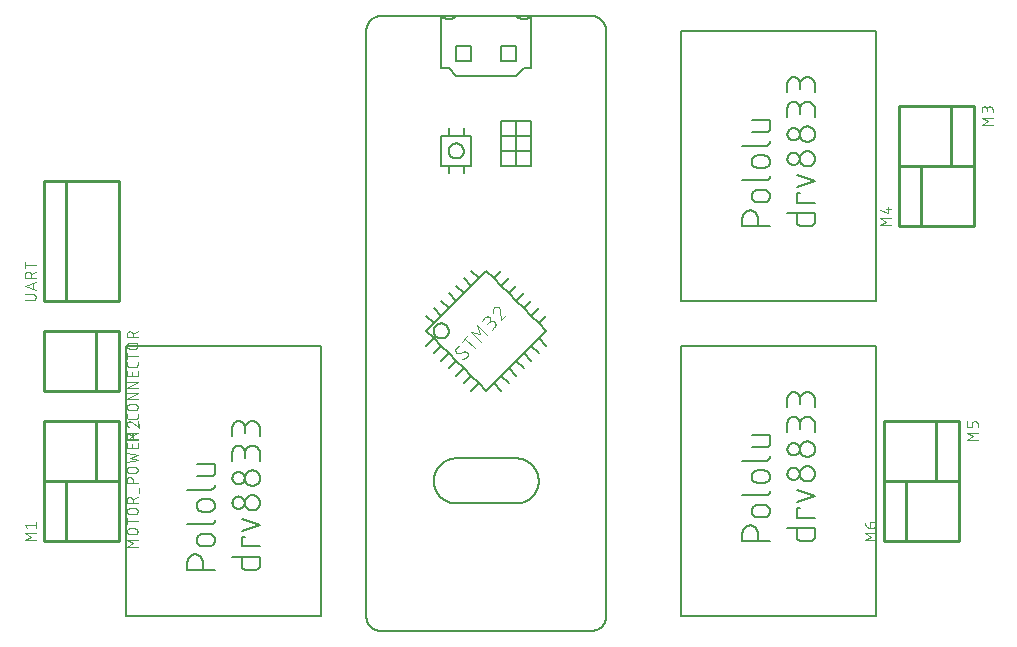
<source format=gbr>
G04 EAGLE Gerber RS-274X export*
G75*
%MOMM*%
%FSLAX34Y34*%
%LPD*%
%INSilkscreen Top*%
%IPPOS*%
%AMOC8*
5,1,8,0,0,1.08239X$1,22.5*%
G01*
%ADD10C,0.254000*%
%ADD11C,0.101600*%
%ADD12C,0.127000*%
%ADD13C,0.203200*%


D10*
X69850Y127000D02*
X69850Y177800D01*
X88900Y177800D01*
X133350Y177800D01*
X133350Y127000D01*
X88900Y127000D01*
X69850Y127000D01*
X88900Y127000D02*
X88900Y177800D01*
D11*
X62992Y127508D02*
X53848Y127508D01*
X58928Y130556D01*
X53848Y133604D01*
X62992Y133604D01*
X55880Y138074D02*
X53848Y140614D01*
X62992Y140614D01*
X62992Y138074D02*
X62992Y143154D01*
D10*
X133350Y177800D02*
X133350Y228600D01*
X133350Y177800D02*
X114300Y177800D01*
X69850Y177800D01*
X69850Y228600D01*
X114300Y228600D01*
X133350Y228600D01*
X114300Y228600D02*
X114300Y177800D01*
D11*
X140208Y212446D02*
X149352Y212446D01*
X145288Y215494D02*
X140208Y212446D01*
X145288Y215494D02*
X140208Y218542D01*
X149352Y218542D01*
X140208Y225806D02*
X140210Y225900D01*
X140216Y225995D01*
X140226Y226089D01*
X140239Y226182D01*
X140257Y226275D01*
X140278Y226367D01*
X140303Y226458D01*
X140332Y226548D01*
X140364Y226637D01*
X140401Y226724D01*
X140440Y226810D01*
X140484Y226894D01*
X140530Y226976D01*
X140580Y227056D01*
X140634Y227134D01*
X140690Y227210D01*
X140750Y227283D01*
X140812Y227354D01*
X140878Y227422D01*
X140946Y227488D01*
X141017Y227550D01*
X141090Y227610D01*
X141166Y227666D01*
X141244Y227720D01*
X141324Y227770D01*
X141406Y227816D01*
X141490Y227860D01*
X141576Y227899D01*
X141663Y227936D01*
X141752Y227968D01*
X141842Y227997D01*
X141933Y228022D01*
X142025Y228043D01*
X142118Y228061D01*
X142211Y228074D01*
X142305Y228084D01*
X142400Y228090D01*
X142494Y228092D01*
X140208Y225806D02*
X140210Y225700D01*
X140216Y225595D01*
X140225Y225490D01*
X140238Y225385D01*
X140255Y225281D01*
X140276Y225178D01*
X140300Y225075D01*
X140329Y224973D01*
X140360Y224873D01*
X140396Y224773D01*
X140434Y224675D01*
X140477Y224579D01*
X140523Y224483D01*
X140572Y224390D01*
X140624Y224299D01*
X140680Y224209D01*
X140739Y224121D01*
X140801Y224036D01*
X140866Y223953D01*
X140934Y223872D01*
X141005Y223794D01*
X141079Y223719D01*
X141155Y223646D01*
X141234Y223576D01*
X141315Y223509D01*
X141399Y223444D01*
X141485Y223383D01*
X141573Y223325D01*
X141663Y223270D01*
X141755Y223219D01*
X141849Y223170D01*
X141945Y223125D01*
X142042Y223084D01*
X142140Y223046D01*
X142240Y223012D01*
X144272Y227330D02*
X144205Y227397D01*
X144136Y227462D01*
X144064Y227524D01*
X143991Y227583D01*
X143914Y227639D01*
X143836Y227693D01*
X143756Y227743D01*
X143674Y227790D01*
X143590Y227834D01*
X143504Y227874D01*
X143417Y227912D01*
X143329Y227946D01*
X143239Y227976D01*
X143149Y228003D01*
X143057Y228027D01*
X142964Y228047D01*
X142871Y228063D01*
X142777Y228076D01*
X142683Y228085D01*
X142589Y228090D01*
X142494Y228092D01*
X144272Y227330D02*
X149352Y223012D01*
X149352Y228092D01*
D10*
X857250Y444500D02*
X857250Y495300D01*
X857250Y444500D02*
X838200Y444500D01*
X793750Y444500D01*
X793750Y495300D01*
X838200Y495300D01*
X857250Y495300D01*
X838200Y495300D02*
X838200Y444500D01*
D11*
X864108Y479146D02*
X873252Y479146D01*
X869188Y482194D02*
X864108Y479146D01*
X869188Y482194D02*
X864108Y485242D01*
X873252Y485242D01*
X873252Y489712D02*
X873252Y492252D01*
X873250Y492352D01*
X873244Y492451D01*
X873234Y492551D01*
X873221Y492649D01*
X873203Y492748D01*
X873182Y492845D01*
X873157Y492941D01*
X873128Y493037D01*
X873095Y493131D01*
X873059Y493224D01*
X873019Y493315D01*
X872975Y493405D01*
X872928Y493493D01*
X872878Y493579D01*
X872824Y493663D01*
X872767Y493745D01*
X872707Y493824D01*
X872643Y493902D01*
X872577Y493976D01*
X872508Y494048D01*
X872436Y494117D01*
X872362Y494183D01*
X872284Y494247D01*
X872205Y494307D01*
X872123Y494364D01*
X872039Y494418D01*
X871953Y494468D01*
X871865Y494515D01*
X871775Y494559D01*
X871684Y494599D01*
X871591Y494635D01*
X871497Y494668D01*
X871401Y494697D01*
X871305Y494722D01*
X871208Y494743D01*
X871109Y494761D01*
X871011Y494774D01*
X870911Y494784D01*
X870812Y494790D01*
X870712Y494792D01*
X870612Y494790D01*
X870513Y494784D01*
X870413Y494774D01*
X870315Y494761D01*
X870216Y494743D01*
X870119Y494722D01*
X870023Y494697D01*
X869927Y494668D01*
X869833Y494635D01*
X869740Y494599D01*
X869649Y494559D01*
X869559Y494515D01*
X869471Y494468D01*
X869385Y494418D01*
X869301Y494364D01*
X869219Y494307D01*
X869140Y494247D01*
X869062Y494183D01*
X868988Y494117D01*
X868916Y494048D01*
X868847Y493976D01*
X868781Y493902D01*
X868717Y493824D01*
X868657Y493745D01*
X868600Y493663D01*
X868546Y493579D01*
X868496Y493493D01*
X868449Y493405D01*
X868405Y493315D01*
X868365Y493224D01*
X868329Y493131D01*
X868296Y493037D01*
X868267Y492941D01*
X868242Y492845D01*
X868221Y492748D01*
X868203Y492649D01*
X868190Y492551D01*
X868180Y492451D01*
X868174Y492352D01*
X868172Y492252D01*
X864108Y492760D02*
X864108Y489712D01*
X864108Y492760D02*
X864110Y492849D01*
X864116Y492937D01*
X864125Y493025D01*
X864139Y493113D01*
X864156Y493200D01*
X864177Y493286D01*
X864202Y493371D01*
X864231Y493455D01*
X864263Y493538D01*
X864298Y493619D01*
X864338Y493698D01*
X864380Y493776D01*
X864426Y493852D01*
X864475Y493926D01*
X864528Y493997D01*
X864583Y494066D01*
X864642Y494133D01*
X864703Y494197D01*
X864767Y494258D01*
X864834Y494317D01*
X864903Y494372D01*
X864974Y494425D01*
X865048Y494474D01*
X865124Y494520D01*
X865202Y494562D01*
X865281Y494602D01*
X865362Y494637D01*
X865445Y494669D01*
X865529Y494698D01*
X865614Y494723D01*
X865700Y494744D01*
X865787Y494761D01*
X865875Y494775D01*
X865963Y494784D01*
X866051Y494790D01*
X866140Y494792D01*
X866229Y494790D01*
X866317Y494784D01*
X866405Y494775D01*
X866493Y494761D01*
X866580Y494744D01*
X866666Y494723D01*
X866751Y494698D01*
X866835Y494669D01*
X866918Y494637D01*
X866999Y494602D01*
X867078Y494562D01*
X867156Y494520D01*
X867232Y494474D01*
X867306Y494425D01*
X867377Y494372D01*
X867446Y494317D01*
X867513Y494258D01*
X867577Y494197D01*
X867638Y494133D01*
X867697Y494066D01*
X867752Y493997D01*
X867805Y493926D01*
X867854Y493852D01*
X867900Y493776D01*
X867942Y493698D01*
X867982Y493619D01*
X868017Y493538D01*
X868049Y493455D01*
X868078Y493371D01*
X868103Y493286D01*
X868124Y493200D01*
X868141Y493113D01*
X868155Y493025D01*
X868164Y492937D01*
X868170Y492849D01*
X868172Y492760D01*
X868172Y490728D01*
D10*
X793750Y444500D02*
X793750Y393700D01*
X793750Y444500D02*
X812800Y444500D01*
X857250Y444500D01*
X857250Y393700D01*
X812800Y393700D01*
X793750Y393700D01*
X812800Y393700D02*
X812800Y444500D01*
D11*
X786892Y394208D02*
X777748Y394208D01*
X782828Y397256D01*
X777748Y400304D01*
X786892Y400304D01*
X784860Y404774D02*
X777748Y406806D01*
X784860Y404774D02*
X784860Y409854D01*
X782828Y408330D02*
X786892Y408330D01*
D10*
X844550Y228600D02*
X844550Y177800D01*
X825500Y177800D01*
X781050Y177800D01*
X781050Y228600D01*
X825500Y228600D01*
X844550Y228600D01*
X825500Y228600D02*
X825500Y177800D01*
D11*
X851408Y212446D02*
X860552Y212446D01*
X856488Y215494D02*
X851408Y212446D01*
X856488Y215494D02*
X851408Y218542D01*
X860552Y218542D01*
X860552Y223012D02*
X860552Y226060D01*
X860550Y226149D01*
X860544Y226237D01*
X860535Y226325D01*
X860521Y226413D01*
X860504Y226500D01*
X860483Y226586D01*
X860458Y226671D01*
X860429Y226755D01*
X860397Y226838D01*
X860362Y226919D01*
X860322Y226998D01*
X860280Y227076D01*
X860234Y227152D01*
X860185Y227226D01*
X860132Y227297D01*
X860077Y227366D01*
X860018Y227433D01*
X859957Y227497D01*
X859893Y227558D01*
X859826Y227617D01*
X859757Y227672D01*
X859686Y227725D01*
X859612Y227774D01*
X859536Y227820D01*
X859458Y227862D01*
X859379Y227902D01*
X859298Y227937D01*
X859215Y227969D01*
X859131Y227998D01*
X859046Y228023D01*
X858960Y228044D01*
X858873Y228061D01*
X858785Y228075D01*
X858697Y228084D01*
X858609Y228090D01*
X858520Y228092D01*
X857504Y228092D01*
X857415Y228090D01*
X857327Y228084D01*
X857239Y228075D01*
X857151Y228061D01*
X857064Y228044D01*
X856978Y228023D01*
X856893Y227998D01*
X856809Y227969D01*
X856726Y227937D01*
X856645Y227902D01*
X856566Y227862D01*
X856488Y227820D01*
X856412Y227774D01*
X856338Y227725D01*
X856267Y227672D01*
X856198Y227617D01*
X856131Y227558D01*
X856067Y227497D01*
X856006Y227433D01*
X855947Y227366D01*
X855892Y227297D01*
X855839Y227226D01*
X855790Y227152D01*
X855744Y227076D01*
X855702Y226998D01*
X855662Y226919D01*
X855627Y226838D01*
X855595Y226755D01*
X855566Y226671D01*
X855541Y226586D01*
X855520Y226500D01*
X855503Y226413D01*
X855489Y226325D01*
X855480Y226237D01*
X855474Y226149D01*
X855472Y226060D01*
X855472Y223012D01*
X851408Y223012D01*
X851408Y228092D01*
D10*
X781050Y177800D02*
X781050Y127000D01*
X781050Y177800D02*
X800100Y177800D01*
X844550Y177800D01*
X844550Y127000D01*
X800100Y127000D01*
X781050Y127000D01*
X800100Y127000D02*
X800100Y177800D01*
D11*
X774192Y127508D02*
X765048Y127508D01*
X770128Y130556D01*
X765048Y133604D01*
X774192Y133604D01*
X769112Y138074D02*
X769112Y141122D01*
X769114Y141211D01*
X769120Y141299D01*
X769129Y141387D01*
X769143Y141475D01*
X769160Y141562D01*
X769181Y141648D01*
X769206Y141733D01*
X769235Y141817D01*
X769267Y141900D01*
X769302Y141981D01*
X769342Y142060D01*
X769384Y142138D01*
X769430Y142214D01*
X769479Y142288D01*
X769532Y142359D01*
X769587Y142428D01*
X769646Y142495D01*
X769707Y142559D01*
X769771Y142620D01*
X769838Y142679D01*
X769907Y142734D01*
X769978Y142787D01*
X770052Y142836D01*
X770128Y142882D01*
X770206Y142924D01*
X770285Y142964D01*
X770366Y142999D01*
X770449Y143031D01*
X770533Y143060D01*
X770618Y143085D01*
X770704Y143106D01*
X770791Y143123D01*
X770879Y143137D01*
X770967Y143146D01*
X771055Y143152D01*
X771144Y143154D01*
X771652Y143154D01*
X771752Y143152D01*
X771851Y143146D01*
X771951Y143136D01*
X772049Y143123D01*
X772148Y143105D01*
X772245Y143084D01*
X772341Y143059D01*
X772437Y143030D01*
X772531Y142997D01*
X772624Y142961D01*
X772715Y142921D01*
X772805Y142877D01*
X772893Y142830D01*
X772979Y142780D01*
X773063Y142726D01*
X773145Y142669D01*
X773224Y142609D01*
X773302Y142545D01*
X773376Y142479D01*
X773448Y142410D01*
X773517Y142338D01*
X773583Y142264D01*
X773647Y142186D01*
X773707Y142107D01*
X773764Y142025D01*
X773818Y141941D01*
X773868Y141855D01*
X773915Y141767D01*
X773959Y141677D01*
X773999Y141586D01*
X774035Y141493D01*
X774068Y141399D01*
X774097Y141303D01*
X774122Y141207D01*
X774143Y141110D01*
X774161Y141011D01*
X774174Y140913D01*
X774184Y140813D01*
X774190Y140714D01*
X774192Y140614D01*
X774190Y140514D01*
X774184Y140415D01*
X774174Y140315D01*
X774161Y140217D01*
X774143Y140118D01*
X774122Y140021D01*
X774097Y139925D01*
X774068Y139829D01*
X774035Y139735D01*
X773999Y139642D01*
X773959Y139551D01*
X773915Y139461D01*
X773868Y139373D01*
X773818Y139287D01*
X773764Y139203D01*
X773707Y139121D01*
X773647Y139042D01*
X773583Y138964D01*
X773517Y138890D01*
X773448Y138818D01*
X773376Y138749D01*
X773302Y138683D01*
X773224Y138619D01*
X773145Y138559D01*
X773063Y138502D01*
X772979Y138448D01*
X772893Y138398D01*
X772805Y138351D01*
X772715Y138307D01*
X772624Y138267D01*
X772531Y138231D01*
X772437Y138198D01*
X772341Y138169D01*
X772245Y138144D01*
X772148Y138123D01*
X772049Y138105D01*
X771951Y138092D01*
X771851Y138082D01*
X771752Y138076D01*
X771652Y138074D01*
X769112Y138074D01*
X768987Y138076D01*
X768862Y138082D01*
X768737Y138091D01*
X768613Y138105D01*
X768489Y138122D01*
X768365Y138143D01*
X768243Y138168D01*
X768121Y138197D01*
X768000Y138229D01*
X767880Y138265D01*
X767761Y138305D01*
X767644Y138348D01*
X767528Y138395D01*
X767413Y138446D01*
X767301Y138500D01*
X767189Y138558D01*
X767080Y138618D01*
X766973Y138683D01*
X766867Y138750D01*
X766764Y138821D01*
X766663Y138895D01*
X766564Y138972D01*
X766468Y139052D01*
X766374Y139135D01*
X766283Y139220D01*
X766194Y139309D01*
X766109Y139400D01*
X766026Y139494D01*
X765946Y139590D01*
X765869Y139689D01*
X765795Y139790D01*
X765724Y139893D01*
X765657Y139999D01*
X765592Y140106D01*
X765532Y140215D01*
X765474Y140327D01*
X765420Y140439D01*
X765369Y140554D01*
X765322Y140670D01*
X765279Y140787D01*
X765239Y140906D01*
X765203Y141026D01*
X765171Y141147D01*
X765142Y141269D01*
X765117Y141391D01*
X765096Y141515D01*
X765079Y141639D01*
X765065Y141763D01*
X765056Y141888D01*
X765050Y142013D01*
X765048Y142138D01*
D12*
X304800Y292100D02*
X139700Y292100D01*
X304800Y292100D02*
X304800Y63500D01*
X139700Y63500D01*
X139700Y292100D01*
D13*
X191516Y102616D02*
X214884Y102616D01*
X191516Y102616D02*
X191516Y109107D01*
X191518Y109266D01*
X191524Y109425D01*
X191534Y109585D01*
X191547Y109743D01*
X191565Y109902D01*
X191586Y110059D01*
X191612Y110217D01*
X191641Y110373D01*
X191674Y110529D01*
X191711Y110684D01*
X191751Y110838D01*
X191796Y110991D01*
X191844Y111143D01*
X191895Y111294D01*
X191951Y111443D01*
X192010Y111591D01*
X192073Y111737D01*
X192139Y111882D01*
X192209Y112025D01*
X192282Y112167D01*
X192359Y112306D01*
X192439Y112444D01*
X192523Y112580D01*
X192610Y112713D01*
X192700Y112845D01*
X192793Y112974D01*
X192890Y113100D01*
X192989Y113225D01*
X193092Y113347D01*
X193197Y113466D01*
X193306Y113583D01*
X193417Y113697D01*
X193531Y113808D01*
X193648Y113917D01*
X193767Y114022D01*
X193889Y114125D01*
X194014Y114224D01*
X194140Y114321D01*
X194269Y114414D01*
X194401Y114504D01*
X194534Y114591D01*
X194670Y114675D01*
X194808Y114755D01*
X194947Y114832D01*
X195089Y114905D01*
X195232Y114975D01*
X195377Y115041D01*
X195523Y115104D01*
X195671Y115163D01*
X195820Y115219D01*
X195971Y115270D01*
X196123Y115318D01*
X196276Y115363D01*
X196430Y115403D01*
X196585Y115440D01*
X196741Y115473D01*
X196897Y115502D01*
X197055Y115528D01*
X197212Y115549D01*
X197371Y115567D01*
X197529Y115580D01*
X197689Y115590D01*
X197848Y115596D01*
X198007Y115598D01*
X198166Y115596D01*
X198325Y115590D01*
X198485Y115580D01*
X198643Y115567D01*
X198802Y115549D01*
X198959Y115528D01*
X199117Y115502D01*
X199273Y115473D01*
X199429Y115440D01*
X199584Y115403D01*
X199738Y115363D01*
X199891Y115318D01*
X200043Y115270D01*
X200194Y115219D01*
X200343Y115163D01*
X200491Y115104D01*
X200637Y115041D01*
X200782Y114975D01*
X200925Y114905D01*
X201067Y114832D01*
X201206Y114755D01*
X201344Y114675D01*
X201480Y114591D01*
X201613Y114504D01*
X201745Y114414D01*
X201874Y114321D01*
X202000Y114224D01*
X202125Y114125D01*
X202247Y114022D01*
X202366Y113917D01*
X202483Y113808D01*
X202597Y113697D01*
X202708Y113583D01*
X202817Y113466D01*
X202922Y113347D01*
X203025Y113225D01*
X203124Y113100D01*
X203221Y112974D01*
X203314Y112845D01*
X203404Y112713D01*
X203491Y112580D01*
X203575Y112444D01*
X203655Y112306D01*
X203732Y112167D01*
X203805Y112025D01*
X203875Y111882D01*
X203941Y111737D01*
X204004Y111591D01*
X204063Y111443D01*
X204119Y111294D01*
X204170Y111143D01*
X204218Y110991D01*
X204263Y110838D01*
X204303Y110684D01*
X204340Y110529D01*
X204373Y110373D01*
X204402Y110217D01*
X204428Y110059D01*
X204449Y109902D01*
X204467Y109743D01*
X204480Y109585D01*
X204490Y109425D01*
X204496Y109266D01*
X204498Y109107D01*
X204498Y102616D01*
X204498Y122558D02*
X209691Y122558D01*
X204498Y122557D02*
X204355Y122559D01*
X204212Y122565D01*
X204069Y122575D01*
X203927Y122589D01*
X203785Y122606D01*
X203643Y122628D01*
X203502Y122653D01*
X203362Y122683D01*
X203223Y122716D01*
X203085Y122753D01*
X202948Y122794D01*
X202812Y122838D01*
X202677Y122887D01*
X202544Y122939D01*
X202412Y122994D01*
X202282Y123054D01*
X202153Y123117D01*
X202026Y123183D01*
X201901Y123253D01*
X201779Y123326D01*
X201658Y123403D01*
X201539Y123483D01*
X201423Y123566D01*
X201308Y123652D01*
X201197Y123741D01*
X201087Y123834D01*
X200981Y123929D01*
X200877Y124028D01*
X200776Y124129D01*
X200677Y124233D01*
X200582Y124339D01*
X200489Y124449D01*
X200400Y124560D01*
X200314Y124675D01*
X200231Y124791D01*
X200151Y124910D01*
X200074Y125031D01*
X200001Y125154D01*
X199931Y125278D01*
X199865Y125405D01*
X199802Y125534D01*
X199742Y125664D01*
X199687Y125796D01*
X199635Y125929D01*
X199586Y126064D01*
X199542Y126200D01*
X199501Y126337D01*
X199464Y126475D01*
X199431Y126614D01*
X199401Y126754D01*
X199376Y126895D01*
X199354Y127037D01*
X199337Y127179D01*
X199323Y127321D01*
X199313Y127464D01*
X199307Y127607D01*
X199305Y127750D01*
X199307Y127893D01*
X199313Y128036D01*
X199323Y128179D01*
X199337Y128321D01*
X199354Y128463D01*
X199376Y128605D01*
X199401Y128746D01*
X199431Y128886D01*
X199464Y129025D01*
X199501Y129163D01*
X199542Y129300D01*
X199586Y129436D01*
X199635Y129571D01*
X199687Y129704D01*
X199742Y129836D01*
X199802Y129966D01*
X199865Y130095D01*
X199931Y130222D01*
X200001Y130347D01*
X200074Y130469D01*
X200151Y130590D01*
X200231Y130709D01*
X200314Y130825D01*
X200400Y130940D01*
X200489Y131051D01*
X200582Y131161D01*
X200677Y131267D01*
X200776Y131371D01*
X200877Y131472D01*
X200981Y131571D01*
X201087Y131666D01*
X201197Y131759D01*
X201308Y131848D01*
X201423Y131934D01*
X201539Y132017D01*
X201658Y132097D01*
X201779Y132174D01*
X201902Y132247D01*
X202026Y132317D01*
X202153Y132383D01*
X202282Y132446D01*
X202412Y132506D01*
X202544Y132561D01*
X202677Y132613D01*
X202812Y132662D01*
X202948Y132706D01*
X203085Y132747D01*
X203223Y132784D01*
X203362Y132817D01*
X203502Y132847D01*
X203643Y132872D01*
X203785Y132894D01*
X203927Y132911D01*
X204069Y132925D01*
X204212Y132935D01*
X204355Y132941D01*
X204498Y132943D01*
X209691Y132943D01*
X209834Y132941D01*
X209977Y132935D01*
X210120Y132925D01*
X210262Y132911D01*
X210404Y132894D01*
X210546Y132872D01*
X210687Y132847D01*
X210827Y132817D01*
X210966Y132784D01*
X211104Y132747D01*
X211241Y132706D01*
X211377Y132662D01*
X211512Y132613D01*
X211645Y132561D01*
X211777Y132506D01*
X211907Y132446D01*
X212036Y132383D01*
X212163Y132317D01*
X212288Y132247D01*
X212410Y132174D01*
X212531Y132097D01*
X212650Y132017D01*
X212766Y131934D01*
X212881Y131848D01*
X212992Y131759D01*
X213102Y131666D01*
X213208Y131571D01*
X213312Y131472D01*
X213413Y131371D01*
X213512Y131267D01*
X213607Y131161D01*
X213700Y131051D01*
X213789Y130940D01*
X213875Y130825D01*
X213958Y130709D01*
X214038Y130590D01*
X214115Y130469D01*
X214188Y130346D01*
X214258Y130222D01*
X214324Y130095D01*
X214387Y129966D01*
X214447Y129836D01*
X214502Y129704D01*
X214554Y129571D01*
X214603Y129436D01*
X214647Y129300D01*
X214688Y129163D01*
X214725Y129025D01*
X214758Y128886D01*
X214788Y128746D01*
X214813Y128605D01*
X214835Y128463D01*
X214852Y128321D01*
X214866Y128179D01*
X214876Y128036D01*
X214882Y127893D01*
X214884Y127750D01*
X214882Y127607D01*
X214876Y127464D01*
X214866Y127321D01*
X214852Y127179D01*
X214835Y127037D01*
X214813Y126895D01*
X214788Y126754D01*
X214758Y126614D01*
X214725Y126475D01*
X214688Y126337D01*
X214647Y126200D01*
X214603Y126064D01*
X214554Y125929D01*
X214502Y125796D01*
X214447Y125664D01*
X214387Y125534D01*
X214324Y125405D01*
X214258Y125278D01*
X214188Y125153D01*
X214115Y125031D01*
X214038Y124910D01*
X213958Y124791D01*
X213875Y124675D01*
X213789Y124560D01*
X213700Y124449D01*
X213607Y124339D01*
X213512Y124233D01*
X213413Y124129D01*
X213312Y124028D01*
X213208Y123929D01*
X213102Y123834D01*
X212992Y123741D01*
X212881Y123652D01*
X212766Y123566D01*
X212650Y123483D01*
X212531Y123403D01*
X212410Y123326D01*
X212287Y123253D01*
X212163Y123183D01*
X212036Y123117D01*
X211907Y123054D01*
X211777Y122994D01*
X211645Y122939D01*
X211512Y122887D01*
X211377Y122838D01*
X211241Y122794D01*
X211104Y122753D01*
X210966Y122716D01*
X210827Y122683D01*
X210687Y122653D01*
X210546Y122628D01*
X210404Y122606D01*
X210262Y122589D01*
X210120Y122575D01*
X209977Y122565D01*
X209834Y122559D01*
X209691Y122557D01*
X210989Y141158D02*
X191516Y141158D01*
X210989Y141158D02*
X211111Y141160D01*
X211234Y141166D01*
X211356Y141175D01*
X211477Y141189D01*
X211598Y141206D01*
X211719Y141227D01*
X211839Y141252D01*
X211958Y141280D01*
X212076Y141313D01*
X212193Y141349D01*
X212308Y141388D01*
X212423Y141432D01*
X212536Y141478D01*
X212647Y141529D01*
X212757Y141583D01*
X212865Y141640D01*
X212972Y141700D01*
X213076Y141764D01*
X213178Y141832D01*
X213278Y141902D01*
X213376Y141975D01*
X213472Y142052D01*
X213565Y142131D01*
X213655Y142214D01*
X213743Y142299D01*
X213828Y142387D01*
X213911Y142477D01*
X213990Y142570D01*
X214067Y142666D01*
X214140Y142764D01*
X214210Y142864D01*
X214278Y142966D01*
X214342Y143070D01*
X214402Y143177D01*
X214459Y143285D01*
X214513Y143395D01*
X214564Y143506D01*
X214610Y143619D01*
X214654Y143734D01*
X214693Y143849D01*
X214729Y143966D01*
X214762Y144084D01*
X214790Y144203D01*
X214815Y144323D01*
X214836Y144444D01*
X214853Y144565D01*
X214867Y144686D01*
X214876Y144808D01*
X214882Y144931D01*
X214884Y145053D01*
X209691Y151788D02*
X204498Y151788D01*
X204355Y151790D01*
X204212Y151796D01*
X204069Y151806D01*
X203927Y151820D01*
X203785Y151837D01*
X203643Y151859D01*
X203502Y151884D01*
X203362Y151914D01*
X203223Y151947D01*
X203085Y151984D01*
X202948Y152025D01*
X202812Y152069D01*
X202677Y152118D01*
X202544Y152170D01*
X202412Y152225D01*
X202282Y152285D01*
X202153Y152348D01*
X202026Y152414D01*
X201901Y152484D01*
X201779Y152557D01*
X201658Y152634D01*
X201539Y152714D01*
X201423Y152797D01*
X201308Y152883D01*
X201197Y152972D01*
X201087Y153065D01*
X200981Y153160D01*
X200877Y153259D01*
X200776Y153360D01*
X200677Y153464D01*
X200582Y153570D01*
X200489Y153680D01*
X200400Y153791D01*
X200314Y153906D01*
X200231Y154022D01*
X200151Y154141D01*
X200074Y154262D01*
X200001Y154385D01*
X199931Y154509D01*
X199865Y154636D01*
X199802Y154765D01*
X199742Y154895D01*
X199687Y155027D01*
X199635Y155160D01*
X199586Y155295D01*
X199542Y155431D01*
X199501Y155568D01*
X199464Y155706D01*
X199431Y155845D01*
X199401Y155985D01*
X199376Y156126D01*
X199354Y156268D01*
X199337Y156410D01*
X199323Y156552D01*
X199313Y156695D01*
X199307Y156838D01*
X199305Y156981D01*
X199307Y157124D01*
X199313Y157267D01*
X199323Y157410D01*
X199337Y157552D01*
X199354Y157694D01*
X199376Y157836D01*
X199401Y157977D01*
X199431Y158117D01*
X199464Y158256D01*
X199501Y158394D01*
X199542Y158531D01*
X199586Y158667D01*
X199635Y158802D01*
X199687Y158935D01*
X199742Y159067D01*
X199802Y159197D01*
X199865Y159326D01*
X199931Y159453D01*
X200001Y159578D01*
X200074Y159700D01*
X200151Y159821D01*
X200231Y159940D01*
X200314Y160056D01*
X200400Y160171D01*
X200489Y160282D01*
X200582Y160392D01*
X200677Y160498D01*
X200776Y160602D01*
X200877Y160703D01*
X200981Y160802D01*
X201087Y160897D01*
X201197Y160990D01*
X201308Y161079D01*
X201423Y161165D01*
X201539Y161248D01*
X201658Y161328D01*
X201779Y161405D01*
X201902Y161478D01*
X202026Y161548D01*
X202153Y161614D01*
X202282Y161677D01*
X202412Y161737D01*
X202544Y161792D01*
X202677Y161844D01*
X202812Y161893D01*
X202948Y161937D01*
X203085Y161978D01*
X203223Y162015D01*
X203362Y162048D01*
X203502Y162078D01*
X203643Y162103D01*
X203785Y162125D01*
X203927Y162142D01*
X204069Y162156D01*
X204212Y162166D01*
X204355Y162172D01*
X204498Y162174D01*
X209691Y162174D01*
X209834Y162172D01*
X209977Y162166D01*
X210120Y162156D01*
X210262Y162142D01*
X210404Y162125D01*
X210546Y162103D01*
X210687Y162078D01*
X210827Y162048D01*
X210966Y162015D01*
X211104Y161978D01*
X211241Y161937D01*
X211377Y161893D01*
X211512Y161844D01*
X211645Y161792D01*
X211777Y161737D01*
X211907Y161677D01*
X212036Y161614D01*
X212163Y161548D01*
X212288Y161478D01*
X212410Y161405D01*
X212531Y161328D01*
X212650Y161248D01*
X212766Y161165D01*
X212881Y161079D01*
X212992Y160990D01*
X213102Y160897D01*
X213208Y160802D01*
X213312Y160703D01*
X213413Y160602D01*
X213512Y160498D01*
X213607Y160392D01*
X213700Y160282D01*
X213789Y160171D01*
X213875Y160056D01*
X213958Y159940D01*
X214038Y159821D01*
X214115Y159700D01*
X214188Y159577D01*
X214258Y159453D01*
X214324Y159326D01*
X214387Y159197D01*
X214447Y159067D01*
X214502Y158935D01*
X214554Y158802D01*
X214603Y158667D01*
X214647Y158531D01*
X214688Y158394D01*
X214725Y158256D01*
X214758Y158117D01*
X214788Y157977D01*
X214813Y157836D01*
X214835Y157694D01*
X214852Y157552D01*
X214866Y157410D01*
X214876Y157267D01*
X214882Y157124D01*
X214884Y156981D01*
X214882Y156838D01*
X214876Y156695D01*
X214866Y156552D01*
X214852Y156410D01*
X214835Y156268D01*
X214813Y156126D01*
X214788Y155985D01*
X214758Y155845D01*
X214725Y155706D01*
X214688Y155568D01*
X214647Y155431D01*
X214603Y155295D01*
X214554Y155160D01*
X214502Y155027D01*
X214447Y154895D01*
X214387Y154765D01*
X214324Y154636D01*
X214258Y154509D01*
X214188Y154384D01*
X214115Y154262D01*
X214038Y154141D01*
X213958Y154022D01*
X213875Y153906D01*
X213789Y153791D01*
X213700Y153680D01*
X213607Y153570D01*
X213512Y153464D01*
X213413Y153360D01*
X213312Y153259D01*
X213208Y153160D01*
X213102Y153065D01*
X212992Y152972D01*
X212881Y152883D01*
X212766Y152797D01*
X212650Y152714D01*
X212531Y152634D01*
X212410Y152557D01*
X212287Y152484D01*
X212163Y152414D01*
X212036Y152348D01*
X211907Y152285D01*
X211777Y152225D01*
X211645Y152170D01*
X211512Y152118D01*
X211377Y152069D01*
X211241Y152025D01*
X211104Y151984D01*
X210966Y151947D01*
X210827Y151914D01*
X210687Y151884D01*
X210546Y151859D01*
X210404Y151837D01*
X210262Y151820D01*
X210120Y151806D01*
X209977Y151796D01*
X209834Y151790D01*
X209691Y151788D01*
X210989Y170389D02*
X191516Y170389D01*
X210989Y170388D02*
X211111Y170390D01*
X211234Y170396D01*
X211356Y170405D01*
X211477Y170419D01*
X211598Y170436D01*
X211719Y170457D01*
X211839Y170482D01*
X211958Y170510D01*
X212076Y170543D01*
X212193Y170579D01*
X212308Y170618D01*
X212423Y170662D01*
X212536Y170708D01*
X212647Y170759D01*
X212757Y170813D01*
X212865Y170870D01*
X212972Y170930D01*
X213076Y170994D01*
X213178Y171062D01*
X213278Y171132D01*
X213376Y171205D01*
X213472Y171282D01*
X213565Y171361D01*
X213655Y171444D01*
X213743Y171529D01*
X213828Y171617D01*
X213911Y171707D01*
X213990Y171800D01*
X214067Y171896D01*
X214140Y171994D01*
X214210Y172094D01*
X214278Y172196D01*
X214342Y172300D01*
X214402Y172407D01*
X214459Y172515D01*
X214513Y172625D01*
X214564Y172736D01*
X214610Y172849D01*
X214654Y172964D01*
X214693Y173079D01*
X214729Y173196D01*
X214762Y173314D01*
X214790Y173433D01*
X214815Y173553D01*
X214836Y173674D01*
X214853Y173795D01*
X214867Y173916D01*
X214876Y174038D01*
X214882Y174161D01*
X214884Y174283D01*
X210989Y181714D02*
X199305Y181714D01*
X210989Y181714D02*
X211111Y181716D01*
X211234Y181722D01*
X211356Y181731D01*
X211477Y181745D01*
X211598Y181762D01*
X211719Y181783D01*
X211839Y181808D01*
X211958Y181836D01*
X212076Y181869D01*
X212193Y181905D01*
X212308Y181944D01*
X212423Y181988D01*
X212536Y182034D01*
X212647Y182085D01*
X212757Y182139D01*
X212865Y182196D01*
X212972Y182256D01*
X213076Y182320D01*
X213178Y182388D01*
X213278Y182458D01*
X213376Y182531D01*
X213472Y182608D01*
X213565Y182687D01*
X213655Y182770D01*
X213743Y182855D01*
X213828Y182943D01*
X213911Y183033D01*
X213990Y183126D01*
X214067Y183222D01*
X214140Y183320D01*
X214210Y183420D01*
X214278Y183522D01*
X214342Y183626D01*
X214402Y183733D01*
X214459Y183841D01*
X214513Y183951D01*
X214564Y184062D01*
X214610Y184175D01*
X214654Y184290D01*
X214693Y184405D01*
X214729Y184522D01*
X214762Y184640D01*
X214790Y184759D01*
X214815Y184879D01*
X214836Y185000D01*
X214853Y185121D01*
X214867Y185242D01*
X214876Y185364D01*
X214882Y185487D01*
X214884Y185609D01*
X214884Y192100D01*
X199305Y192100D01*
X229616Y113002D02*
X252984Y113002D01*
X252984Y106511D01*
X252982Y106389D01*
X252976Y106266D01*
X252967Y106144D01*
X252953Y106023D01*
X252936Y105902D01*
X252915Y105781D01*
X252890Y105661D01*
X252862Y105542D01*
X252829Y105424D01*
X252793Y105307D01*
X252754Y105192D01*
X252710Y105077D01*
X252664Y104964D01*
X252613Y104853D01*
X252559Y104743D01*
X252502Y104635D01*
X252442Y104528D01*
X252378Y104424D01*
X252310Y104322D01*
X252240Y104222D01*
X252167Y104124D01*
X252090Y104028D01*
X252011Y103935D01*
X251928Y103845D01*
X251843Y103757D01*
X251755Y103672D01*
X251665Y103589D01*
X251572Y103510D01*
X251476Y103433D01*
X251378Y103360D01*
X251278Y103290D01*
X251176Y103222D01*
X251072Y103158D01*
X250965Y103098D01*
X250857Y103041D01*
X250747Y102987D01*
X250636Y102936D01*
X250523Y102890D01*
X250408Y102846D01*
X250293Y102807D01*
X250176Y102771D01*
X250058Y102738D01*
X249939Y102710D01*
X249819Y102685D01*
X249698Y102664D01*
X249577Y102647D01*
X249456Y102633D01*
X249334Y102624D01*
X249211Y102618D01*
X249089Y102616D01*
X241300Y102616D01*
X241178Y102618D01*
X241055Y102624D01*
X240933Y102633D01*
X240812Y102647D01*
X240691Y102664D01*
X240570Y102685D01*
X240450Y102710D01*
X240331Y102738D01*
X240213Y102771D01*
X240096Y102807D01*
X239981Y102846D01*
X239866Y102890D01*
X239753Y102936D01*
X239642Y102987D01*
X239532Y103041D01*
X239424Y103098D01*
X239317Y103158D01*
X239213Y103222D01*
X239111Y103290D01*
X239011Y103360D01*
X238913Y103433D01*
X238817Y103510D01*
X238724Y103589D01*
X238634Y103672D01*
X238546Y103757D01*
X238461Y103845D01*
X238378Y103935D01*
X238299Y104028D01*
X238222Y104124D01*
X238149Y104222D01*
X238079Y104322D01*
X238011Y104424D01*
X237947Y104528D01*
X237887Y104635D01*
X237830Y104743D01*
X237776Y104853D01*
X237725Y104964D01*
X237679Y105077D01*
X237635Y105192D01*
X237596Y105307D01*
X237560Y105424D01*
X237527Y105542D01*
X237499Y105661D01*
X237474Y105781D01*
X237453Y105902D01*
X237436Y106023D01*
X237422Y106144D01*
X237413Y106266D01*
X237407Y106389D01*
X237405Y106511D01*
X237405Y113002D01*
X237405Y122218D02*
X252984Y122218D01*
X237405Y122218D02*
X237405Y130007D01*
X240002Y130007D01*
X237405Y135377D02*
X252984Y140570D01*
X237405Y145763D01*
X246493Y152870D02*
X246334Y152872D01*
X246175Y152878D01*
X246015Y152888D01*
X245857Y152901D01*
X245698Y152919D01*
X245541Y152940D01*
X245383Y152966D01*
X245227Y152995D01*
X245071Y153028D01*
X244916Y153065D01*
X244762Y153105D01*
X244609Y153150D01*
X244457Y153198D01*
X244306Y153249D01*
X244157Y153305D01*
X244009Y153364D01*
X243863Y153427D01*
X243718Y153493D01*
X243575Y153563D01*
X243433Y153636D01*
X243294Y153713D01*
X243156Y153793D01*
X243020Y153877D01*
X242887Y153964D01*
X242755Y154054D01*
X242626Y154147D01*
X242500Y154244D01*
X242375Y154343D01*
X242253Y154446D01*
X242134Y154551D01*
X242017Y154660D01*
X241903Y154771D01*
X241792Y154885D01*
X241683Y155002D01*
X241578Y155121D01*
X241475Y155243D01*
X241376Y155368D01*
X241279Y155494D01*
X241186Y155623D01*
X241096Y155755D01*
X241009Y155888D01*
X240925Y156024D01*
X240845Y156162D01*
X240768Y156301D01*
X240695Y156443D01*
X240625Y156586D01*
X240559Y156731D01*
X240496Y156877D01*
X240437Y157025D01*
X240381Y157174D01*
X240330Y157325D01*
X240282Y157477D01*
X240237Y157630D01*
X240197Y157784D01*
X240160Y157939D01*
X240127Y158095D01*
X240098Y158251D01*
X240072Y158409D01*
X240051Y158566D01*
X240033Y158725D01*
X240020Y158883D01*
X240010Y159043D01*
X240004Y159202D01*
X240002Y159361D01*
X240004Y159520D01*
X240010Y159679D01*
X240020Y159839D01*
X240033Y159997D01*
X240051Y160156D01*
X240072Y160313D01*
X240098Y160471D01*
X240127Y160627D01*
X240160Y160783D01*
X240197Y160938D01*
X240237Y161092D01*
X240282Y161245D01*
X240330Y161397D01*
X240381Y161548D01*
X240437Y161697D01*
X240496Y161845D01*
X240559Y161991D01*
X240625Y162136D01*
X240695Y162279D01*
X240768Y162421D01*
X240845Y162560D01*
X240925Y162698D01*
X241009Y162834D01*
X241096Y162967D01*
X241186Y163099D01*
X241279Y163228D01*
X241376Y163354D01*
X241475Y163479D01*
X241578Y163601D01*
X241683Y163720D01*
X241792Y163837D01*
X241903Y163951D01*
X242017Y164062D01*
X242134Y164171D01*
X242253Y164276D01*
X242375Y164379D01*
X242500Y164478D01*
X242626Y164575D01*
X242755Y164668D01*
X242887Y164758D01*
X243020Y164845D01*
X243156Y164929D01*
X243294Y165009D01*
X243433Y165086D01*
X243575Y165159D01*
X243718Y165229D01*
X243863Y165295D01*
X244009Y165358D01*
X244157Y165417D01*
X244306Y165473D01*
X244457Y165524D01*
X244609Y165572D01*
X244762Y165617D01*
X244916Y165657D01*
X245071Y165694D01*
X245227Y165727D01*
X245383Y165756D01*
X245541Y165782D01*
X245698Y165803D01*
X245857Y165821D01*
X246015Y165834D01*
X246175Y165844D01*
X246334Y165850D01*
X246493Y165852D01*
X246652Y165850D01*
X246811Y165844D01*
X246971Y165834D01*
X247129Y165821D01*
X247288Y165803D01*
X247445Y165782D01*
X247603Y165756D01*
X247759Y165727D01*
X247915Y165694D01*
X248070Y165657D01*
X248224Y165617D01*
X248377Y165572D01*
X248529Y165524D01*
X248680Y165473D01*
X248829Y165417D01*
X248977Y165358D01*
X249123Y165295D01*
X249268Y165229D01*
X249411Y165159D01*
X249553Y165086D01*
X249692Y165009D01*
X249830Y164929D01*
X249966Y164845D01*
X250099Y164758D01*
X250231Y164668D01*
X250360Y164575D01*
X250486Y164478D01*
X250611Y164379D01*
X250733Y164276D01*
X250852Y164171D01*
X250969Y164062D01*
X251083Y163951D01*
X251194Y163837D01*
X251303Y163720D01*
X251408Y163601D01*
X251511Y163479D01*
X251610Y163354D01*
X251707Y163228D01*
X251800Y163099D01*
X251890Y162967D01*
X251977Y162834D01*
X252061Y162698D01*
X252141Y162560D01*
X252218Y162421D01*
X252291Y162279D01*
X252361Y162136D01*
X252427Y161991D01*
X252490Y161845D01*
X252549Y161697D01*
X252605Y161548D01*
X252656Y161397D01*
X252704Y161245D01*
X252749Y161092D01*
X252789Y160938D01*
X252826Y160783D01*
X252859Y160627D01*
X252888Y160471D01*
X252914Y160313D01*
X252935Y160156D01*
X252953Y159997D01*
X252966Y159839D01*
X252976Y159679D01*
X252982Y159520D01*
X252984Y159361D01*
X252982Y159202D01*
X252976Y159043D01*
X252966Y158883D01*
X252953Y158725D01*
X252935Y158566D01*
X252914Y158409D01*
X252888Y158251D01*
X252859Y158095D01*
X252826Y157939D01*
X252789Y157784D01*
X252749Y157630D01*
X252704Y157477D01*
X252656Y157325D01*
X252605Y157174D01*
X252549Y157025D01*
X252490Y156877D01*
X252427Y156731D01*
X252361Y156586D01*
X252291Y156443D01*
X252218Y156301D01*
X252141Y156162D01*
X252061Y156024D01*
X251977Y155888D01*
X251890Y155755D01*
X251800Y155623D01*
X251707Y155494D01*
X251610Y155368D01*
X251511Y155243D01*
X251408Y155121D01*
X251303Y155002D01*
X251194Y154885D01*
X251083Y154771D01*
X250969Y154660D01*
X250852Y154551D01*
X250733Y154446D01*
X250611Y154343D01*
X250486Y154244D01*
X250360Y154147D01*
X250231Y154054D01*
X250099Y153964D01*
X249966Y153877D01*
X249830Y153793D01*
X249692Y153713D01*
X249553Y153636D01*
X249411Y153563D01*
X249268Y153493D01*
X249123Y153427D01*
X248977Y153364D01*
X248829Y153305D01*
X248680Y153249D01*
X248529Y153198D01*
X248377Y153150D01*
X248224Y153105D01*
X248070Y153065D01*
X247915Y153028D01*
X247759Y152995D01*
X247603Y152966D01*
X247445Y152940D01*
X247288Y152919D01*
X247129Y152901D01*
X246971Y152888D01*
X246811Y152878D01*
X246652Y152872D01*
X246493Y152870D01*
X234809Y154168D02*
X234666Y154170D01*
X234523Y154176D01*
X234380Y154186D01*
X234238Y154200D01*
X234096Y154217D01*
X233954Y154239D01*
X233813Y154264D01*
X233673Y154294D01*
X233534Y154327D01*
X233396Y154364D01*
X233259Y154405D01*
X233123Y154449D01*
X232988Y154498D01*
X232855Y154550D01*
X232723Y154605D01*
X232593Y154665D01*
X232464Y154728D01*
X232337Y154794D01*
X232212Y154864D01*
X232090Y154937D01*
X231969Y155014D01*
X231850Y155094D01*
X231734Y155177D01*
X231619Y155263D01*
X231508Y155352D01*
X231398Y155445D01*
X231292Y155540D01*
X231188Y155639D01*
X231087Y155740D01*
X230988Y155844D01*
X230893Y155950D01*
X230800Y156060D01*
X230711Y156171D01*
X230625Y156286D01*
X230542Y156402D01*
X230462Y156521D01*
X230385Y156642D01*
X230312Y156765D01*
X230242Y156889D01*
X230176Y157016D01*
X230113Y157145D01*
X230053Y157275D01*
X229998Y157407D01*
X229946Y157540D01*
X229897Y157675D01*
X229853Y157811D01*
X229812Y157948D01*
X229775Y158086D01*
X229742Y158225D01*
X229712Y158365D01*
X229687Y158506D01*
X229665Y158648D01*
X229648Y158790D01*
X229634Y158932D01*
X229624Y159075D01*
X229618Y159218D01*
X229616Y159361D01*
X229618Y159504D01*
X229624Y159647D01*
X229634Y159790D01*
X229648Y159932D01*
X229665Y160074D01*
X229687Y160216D01*
X229712Y160357D01*
X229742Y160497D01*
X229775Y160636D01*
X229812Y160774D01*
X229853Y160911D01*
X229897Y161047D01*
X229946Y161182D01*
X229998Y161315D01*
X230053Y161447D01*
X230113Y161577D01*
X230176Y161706D01*
X230242Y161833D01*
X230312Y161958D01*
X230385Y162080D01*
X230462Y162201D01*
X230542Y162320D01*
X230625Y162436D01*
X230711Y162551D01*
X230800Y162662D01*
X230893Y162772D01*
X230988Y162878D01*
X231087Y162982D01*
X231188Y163083D01*
X231292Y163182D01*
X231398Y163277D01*
X231508Y163370D01*
X231619Y163459D01*
X231734Y163545D01*
X231850Y163628D01*
X231969Y163708D01*
X232090Y163785D01*
X232213Y163858D01*
X232337Y163928D01*
X232464Y163994D01*
X232593Y164057D01*
X232723Y164117D01*
X232855Y164172D01*
X232988Y164224D01*
X233123Y164273D01*
X233259Y164317D01*
X233396Y164358D01*
X233534Y164395D01*
X233673Y164428D01*
X233813Y164458D01*
X233954Y164483D01*
X234096Y164505D01*
X234238Y164522D01*
X234380Y164536D01*
X234523Y164546D01*
X234666Y164552D01*
X234809Y164554D01*
X234952Y164552D01*
X235095Y164546D01*
X235238Y164536D01*
X235380Y164522D01*
X235522Y164505D01*
X235664Y164483D01*
X235805Y164458D01*
X235945Y164428D01*
X236084Y164395D01*
X236222Y164358D01*
X236359Y164317D01*
X236495Y164273D01*
X236630Y164224D01*
X236763Y164172D01*
X236895Y164117D01*
X237025Y164057D01*
X237154Y163994D01*
X237281Y163928D01*
X237406Y163858D01*
X237528Y163785D01*
X237649Y163708D01*
X237768Y163628D01*
X237884Y163545D01*
X237999Y163459D01*
X238110Y163370D01*
X238220Y163277D01*
X238326Y163182D01*
X238430Y163083D01*
X238531Y162982D01*
X238630Y162878D01*
X238725Y162772D01*
X238818Y162662D01*
X238907Y162551D01*
X238993Y162436D01*
X239076Y162320D01*
X239156Y162201D01*
X239233Y162080D01*
X239306Y161957D01*
X239376Y161833D01*
X239442Y161706D01*
X239505Y161577D01*
X239565Y161447D01*
X239620Y161315D01*
X239672Y161182D01*
X239721Y161047D01*
X239765Y160911D01*
X239806Y160774D01*
X239843Y160636D01*
X239876Y160497D01*
X239906Y160357D01*
X239931Y160216D01*
X239953Y160074D01*
X239970Y159932D01*
X239984Y159790D01*
X239994Y159647D01*
X240000Y159504D01*
X240002Y159361D01*
X240000Y159218D01*
X239994Y159075D01*
X239984Y158932D01*
X239970Y158790D01*
X239953Y158648D01*
X239931Y158506D01*
X239906Y158365D01*
X239876Y158225D01*
X239843Y158086D01*
X239806Y157948D01*
X239765Y157811D01*
X239721Y157675D01*
X239672Y157540D01*
X239620Y157407D01*
X239565Y157275D01*
X239505Y157145D01*
X239442Y157016D01*
X239376Y156889D01*
X239306Y156764D01*
X239233Y156642D01*
X239156Y156521D01*
X239076Y156402D01*
X238993Y156286D01*
X238907Y156171D01*
X238818Y156060D01*
X238725Y155950D01*
X238630Y155844D01*
X238531Y155740D01*
X238430Y155639D01*
X238326Y155540D01*
X238220Y155445D01*
X238110Y155352D01*
X237999Y155263D01*
X237884Y155177D01*
X237768Y155094D01*
X237649Y155014D01*
X237528Y154937D01*
X237405Y154864D01*
X237281Y154794D01*
X237154Y154728D01*
X237025Y154665D01*
X236895Y154605D01*
X236763Y154550D01*
X236630Y154498D01*
X236495Y154449D01*
X236359Y154405D01*
X236222Y154364D01*
X236084Y154327D01*
X235945Y154294D01*
X235805Y154264D01*
X235664Y154239D01*
X235522Y154217D01*
X235380Y154200D01*
X235238Y154186D01*
X235095Y154176D01*
X234952Y154170D01*
X234809Y154168D01*
X246493Y173749D02*
X246334Y173751D01*
X246175Y173757D01*
X246015Y173767D01*
X245857Y173780D01*
X245698Y173798D01*
X245541Y173819D01*
X245383Y173845D01*
X245227Y173874D01*
X245071Y173907D01*
X244916Y173944D01*
X244762Y173984D01*
X244609Y174029D01*
X244457Y174077D01*
X244306Y174128D01*
X244157Y174184D01*
X244009Y174243D01*
X243863Y174306D01*
X243718Y174372D01*
X243575Y174442D01*
X243433Y174515D01*
X243294Y174592D01*
X243156Y174672D01*
X243020Y174756D01*
X242887Y174843D01*
X242755Y174933D01*
X242626Y175026D01*
X242500Y175123D01*
X242375Y175222D01*
X242253Y175325D01*
X242134Y175430D01*
X242017Y175539D01*
X241903Y175650D01*
X241792Y175764D01*
X241683Y175881D01*
X241578Y176000D01*
X241475Y176122D01*
X241376Y176247D01*
X241279Y176373D01*
X241186Y176502D01*
X241096Y176634D01*
X241009Y176767D01*
X240925Y176903D01*
X240845Y177041D01*
X240768Y177180D01*
X240695Y177322D01*
X240625Y177465D01*
X240559Y177610D01*
X240496Y177756D01*
X240437Y177904D01*
X240381Y178053D01*
X240330Y178204D01*
X240282Y178356D01*
X240237Y178509D01*
X240197Y178663D01*
X240160Y178818D01*
X240127Y178974D01*
X240098Y179130D01*
X240072Y179288D01*
X240051Y179445D01*
X240033Y179604D01*
X240020Y179762D01*
X240010Y179922D01*
X240004Y180081D01*
X240002Y180240D01*
X240004Y180399D01*
X240010Y180558D01*
X240020Y180718D01*
X240033Y180876D01*
X240051Y181035D01*
X240072Y181192D01*
X240098Y181350D01*
X240127Y181506D01*
X240160Y181662D01*
X240197Y181817D01*
X240237Y181971D01*
X240282Y182124D01*
X240330Y182276D01*
X240381Y182427D01*
X240437Y182576D01*
X240496Y182724D01*
X240559Y182870D01*
X240625Y183015D01*
X240695Y183158D01*
X240768Y183300D01*
X240845Y183439D01*
X240925Y183577D01*
X241009Y183713D01*
X241096Y183846D01*
X241186Y183978D01*
X241279Y184107D01*
X241376Y184233D01*
X241475Y184358D01*
X241578Y184480D01*
X241683Y184599D01*
X241792Y184716D01*
X241903Y184830D01*
X242017Y184941D01*
X242134Y185050D01*
X242253Y185155D01*
X242375Y185258D01*
X242500Y185357D01*
X242626Y185454D01*
X242755Y185547D01*
X242887Y185637D01*
X243020Y185724D01*
X243156Y185808D01*
X243294Y185888D01*
X243433Y185965D01*
X243575Y186038D01*
X243718Y186108D01*
X243863Y186174D01*
X244009Y186237D01*
X244157Y186296D01*
X244306Y186352D01*
X244457Y186403D01*
X244609Y186451D01*
X244762Y186496D01*
X244916Y186536D01*
X245071Y186573D01*
X245227Y186606D01*
X245383Y186635D01*
X245541Y186661D01*
X245698Y186682D01*
X245857Y186700D01*
X246015Y186713D01*
X246175Y186723D01*
X246334Y186729D01*
X246493Y186731D01*
X246652Y186729D01*
X246811Y186723D01*
X246971Y186713D01*
X247129Y186700D01*
X247288Y186682D01*
X247445Y186661D01*
X247603Y186635D01*
X247759Y186606D01*
X247915Y186573D01*
X248070Y186536D01*
X248224Y186496D01*
X248377Y186451D01*
X248529Y186403D01*
X248680Y186352D01*
X248829Y186296D01*
X248977Y186237D01*
X249123Y186174D01*
X249268Y186108D01*
X249411Y186038D01*
X249553Y185965D01*
X249692Y185888D01*
X249830Y185808D01*
X249966Y185724D01*
X250099Y185637D01*
X250231Y185547D01*
X250360Y185454D01*
X250486Y185357D01*
X250611Y185258D01*
X250733Y185155D01*
X250852Y185050D01*
X250969Y184941D01*
X251083Y184830D01*
X251194Y184716D01*
X251303Y184599D01*
X251408Y184480D01*
X251511Y184358D01*
X251610Y184233D01*
X251707Y184107D01*
X251800Y183978D01*
X251890Y183846D01*
X251977Y183713D01*
X252061Y183577D01*
X252141Y183439D01*
X252218Y183300D01*
X252291Y183158D01*
X252361Y183015D01*
X252427Y182870D01*
X252490Y182724D01*
X252549Y182576D01*
X252605Y182427D01*
X252656Y182276D01*
X252704Y182124D01*
X252749Y181971D01*
X252789Y181817D01*
X252826Y181662D01*
X252859Y181506D01*
X252888Y181350D01*
X252914Y181192D01*
X252935Y181035D01*
X252953Y180876D01*
X252966Y180718D01*
X252976Y180558D01*
X252982Y180399D01*
X252984Y180240D01*
X252982Y180081D01*
X252976Y179922D01*
X252966Y179762D01*
X252953Y179604D01*
X252935Y179445D01*
X252914Y179288D01*
X252888Y179130D01*
X252859Y178974D01*
X252826Y178818D01*
X252789Y178663D01*
X252749Y178509D01*
X252704Y178356D01*
X252656Y178204D01*
X252605Y178053D01*
X252549Y177904D01*
X252490Y177756D01*
X252427Y177610D01*
X252361Y177465D01*
X252291Y177322D01*
X252218Y177180D01*
X252141Y177041D01*
X252061Y176903D01*
X251977Y176767D01*
X251890Y176634D01*
X251800Y176502D01*
X251707Y176373D01*
X251610Y176247D01*
X251511Y176122D01*
X251408Y176000D01*
X251303Y175881D01*
X251194Y175764D01*
X251083Y175650D01*
X250969Y175539D01*
X250852Y175430D01*
X250733Y175325D01*
X250611Y175222D01*
X250486Y175123D01*
X250360Y175026D01*
X250231Y174933D01*
X250099Y174843D01*
X249966Y174756D01*
X249830Y174672D01*
X249692Y174592D01*
X249553Y174515D01*
X249411Y174442D01*
X249268Y174372D01*
X249123Y174306D01*
X248977Y174243D01*
X248829Y174184D01*
X248680Y174128D01*
X248529Y174077D01*
X248377Y174029D01*
X248224Y173984D01*
X248070Y173944D01*
X247915Y173907D01*
X247759Y173874D01*
X247603Y173845D01*
X247445Y173819D01*
X247288Y173798D01*
X247129Y173780D01*
X246971Y173767D01*
X246811Y173757D01*
X246652Y173751D01*
X246493Y173749D01*
X234809Y175047D02*
X234666Y175049D01*
X234523Y175055D01*
X234380Y175065D01*
X234238Y175079D01*
X234096Y175096D01*
X233954Y175118D01*
X233813Y175143D01*
X233673Y175173D01*
X233534Y175206D01*
X233396Y175243D01*
X233259Y175284D01*
X233123Y175328D01*
X232988Y175377D01*
X232855Y175429D01*
X232723Y175484D01*
X232593Y175544D01*
X232464Y175607D01*
X232337Y175673D01*
X232212Y175743D01*
X232090Y175816D01*
X231969Y175893D01*
X231850Y175973D01*
X231734Y176056D01*
X231619Y176142D01*
X231508Y176231D01*
X231398Y176324D01*
X231292Y176419D01*
X231188Y176518D01*
X231087Y176619D01*
X230988Y176723D01*
X230893Y176829D01*
X230800Y176939D01*
X230711Y177050D01*
X230625Y177165D01*
X230542Y177281D01*
X230462Y177400D01*
X230385Y177521D01*
X230312Y177644D01*
X230242Y177768D01*
X230176Y177895D01*
X230113Y178024D01*
X230053Y178154D01*
X229998Y178286D01*
X229946Y178419D01*
X229897Y178554D01*
X229853Y178690D01*
X229812Y178827D01*
X229775Y178965D01*
X229742Y179104D01*
X229712Y179244D01*
X229687Y179385D01*
X229665Y179527D01*
X229648Y179669D01*
X229634Y179811D01*
X229624Y179954D01*
X229618Y180097D01*
X229616Y180240D01*
X229618Y180383D01*
X229624Y180526D01*
X229634Y180669D01*
X229648Y180811D01*
X229665Y180953D01*
X229687Y181095D01*
X229712Y181236D01*
X229742Y181376D01*
X229775Y181515D01*
X229812Y181653D01*
X229853Y181790D01*
X229897Y181926D01*
X229946Y182061D01*
X229998Y182194D01*
X230053Y182326D01*
X230113Y182456D01*
X230176Y182585D01*
X230242Y182712D01*
X230312Y182837D01*
X230385Y182959D01*
X230462Y183080D01*
X230542Y183199D01*
X230625Y183315D01*
X230711Y183430D01*
X230800Y183541D01*
X230893Y183651D01*
X230988Y183757D01*
X231087Y183861D01*
X231188Y183962D01*
X231292Y184061D01*
X231398Y184156D01*
X231508Y184249D01*
X231619Y184338D01*
X231734Y184424D01*
X231850Y184507D01*
X231969Y184587D01*
X232090Y184664D01*
X232213Y184737D01*
X232337Y184807D01*
X232464Y184873D01*
X232593Y184936D01*
X232723Y184996D01*
X232855Y185051D01*
X232988Y185103D01*
X233123Y185152D01*
X233259Y185196D01*
X233396Y185237D01*
X233534Y185274D01*
X233673Y185307D01*
X233813Y185337D01*
X233954Y185362D01*
X234096Y185384D01*
X234238Y185401D01*
X234380Y185415D01*
X234523Y185425D01*
X234666Y185431D01*
X234809Y185433D01*
X234952Y185431D01*
X235095Y185425D01*
X235238Y185415D01*
X235380Y185401D01*
X235522Y185384D01*
X235664Y185362D01*
X235805Y185337D01*
X235945Y185307D01*
X236084Y185274D01*
X236222Y185237D01*
X236359Y185196D01*
X236495Y185152D01*
X236630Y185103D01*
X236763Y185051D01*
X236895Y184996D01*
X237025Y184936D01*
X237154Y184873D01*
X237281Y184807D01*
X237406Y184737D01*
X237528Y184664D01*
X237649Y184587D01*
X237768Y184507D01*
X237884Y184424D01*
X237999Y184338D01*
X238110Y184249D01*
X238220Y184156D01*
X238326Y184061D01*
X238430Y183962D01*
X238531Y183861D01*
X238630Y183757D01*
X238725Y183651D01*
X238818Y183541D01*
X238907Y183430D01*
X238993Y183315D01*
X239076Y183199D01*
X239156Y183080D01*
X239233Y182959D01*
X239306Y182836D01*
X239376Y182712D01*
X239442Y182585D01*
X239505Y182456D01*
X239565Y182326D01*
X239620Y182194D01*
X239672Y182061D01*
X239721Y181926D01*
X239765Y181790D01*
X239806Y181653D01*
X239843Y181515D01*
X239876Y181376D01*
X239906Y181236D01*
X239931Y181095D01*
X239953Y180953D01*
X239970Y180811D01*
X239984Y180669D01*
X239994Y180526D01*
X240000Y180383D01*
X240002Y180240D01*
X240000Y180097D01*
X239994Y179954D01*
X239984Y179811D01*
X239970Y179669D01*
X239953Y179527D01*
X239931Y179385D01*
X239906Y179244D01*
X239876Y179104D01*
X239843Y178965D01*
X239806Y178827D01*
X239765Y178690D01*
X239721Y178554D01*
X239672Y178419D01*
X239620Y178286D01*
X239565Y178154D01*
X239505Y178024D01*
X239442Y177895D01*
X239376Y177768D01*
X239306Y177643D01*
X239233Y177521D01*
X239156Y177400D01*
X239076Y177281D01*
X238993Y177165D01*
X238907Y177050D01*
X238818Y176939D01*
X238725Y176829D01*
X238630Y176723D01*
X238531Y176619D01*
X238430Y176518D01*
X238326Y176419D01*
X238220Y176324D01*
X238110Y176231D01*
X237999Y176142D01*
X237884Y176056D01*
X237768Y175973D01*
X237649Y175893D01*
X237528Y175816D01*
X237405Y175743D01*
X237281Y175673D01*
X237154Y175607D01*
X237025Y175544D01*
X236895Y175484D01*
X236763Y175429D01*
X236630Y175377D01*
X236495Y175328D01*
X236359Y175284D01*
X236222Y175243D01*
X236084Y175206D01*
X235945Y175173D01*
X235805Y175143D01*
X235664Y175118D01*
X235522Y175096D01*
X235380Y175079D01*
X235238Y175065D01*
X235095Y175055D01*
X234952Y175049D01*
X234809Y175047D01*
X252984Y194627D02*
X252984Y201118D01*
X252982Y201277D01*
X252976Y201436D01*
X252966Y201596D01*
X252953Y201754D01*
X252935Y201913D01*
X252914Y202070D01*
X252888Y202228D01*
X252859Y202384D01*
X252826Y202540D01*
X252789Y202695D01*
X252749Y202849D01*
X252704Y203002D01*
X252656Y203154D01*
X252605Y203305D01*
X252549Y203454D01*
X252490Y203602D01*
X252427Y203748D01*
X252361Y203893D01*
X252291Y204036D01*
X252218Y204178D01*
X252141Y204317D01*
X252061Y204455D01*
X251977Y204591D01*
X251890Y204724D01*
X251800Y204856D01*
X251707Y204985D01*
X251610Y205111D01*
X251511Y205236D01*
X251408Y205358D01*
X251303Y205477D01*
X251194Y205594D01*
X251083Y205708D01*
X250969Y205819D01*
X250852Y205928D01*
X250733Y206033D01*
X250611Y206136D01*
X250486Y206235D01*
X250360Y206332D01*
X250231Y206425D01*
X250099Y206515D01*
X249966Y206602D01*
X249830Y206686D01*
X249692Y206766D01*
X249553Y206843D01*
X249411Y206916D01*
X249268Y206986D01*
X249123Y207052D01*
X248977Y207115D01*
X248829Y207174D01*
X248680Y207230D01*
X248529Y207281D01*
X248377Y207329D01*
X248224Y207374D01*
X248070Y207414D01*
X247915Y207451D01*
X247759Y207484D01*
X247603Y207513D01*
X247445Y207539D01*
X247288Y207560D01*
X247129Y207578D01*
X246971Y207591D01*
X246811Y207601D01*
X246652Y207607D01*
X246493Y207609D01*
X246334Y207607D01*
X246175Y207601D01*
X246015Y207591D01*
X245857Y207578D01*
X245698Y207560D01*
X245541Y207539D01*
X245383Y207513D01*
X245227Y207484D01*
X245071Y207451D01*
X244916Y207414D01*
X244762Y207374D01*
X244609Y207329D01*
X244457Y207281D01*
X244306Y207230D01*
X244157Y207174D01*
X244009Y207115D01*
X243863Y207052D01*
X243718Y206986D01*
X243575Y206916D01*
X243433Y206843D01*
X243294Y206766D01*
X243156Y206686D01*
X243020Y206602D01*
X242887Y206515D01*
X242755Y206425D01*
X242626Y206332D01*
X242500Y206235D01*
X242375Y206136D01*
X242253Y206033D01*
X242134Y205928D01*
X242017Y205819D01*
X241903Y205708D01*
X241792Y205594D01*
X241683Y205477D01*
X241578Y205358D01*
X241475Y205236D01*
X241376Y205111D01*
X241279Y204985D01*
X241186Y204856D01*
X241096Y204724D01*
X241009Y204591D01*
X240925Y204455D01*
X240845Y204317D01*
X240768Y204178D01*
X240695Y204036D01*
X240625Y203893D01*
X240559Y203748D01*
X240496Y203602D01*
X240437Y203454D01*
X240381Y203305D01*
X240330Y203154D01*
X240282Y203002D01*
X240237Y202849D01*
X240197Y202695D01*
X240160Y202540D01*
X240127Y202384D01*
X240098Y202228D01*
X240072Y202070D01*
X240051Y201913D01*
X240033Y201754D01*
X240020Y201596D01*
X240010Y201436D01*
X240004Y201277D01*
X240002Y201118D01*
X229616Y202417D02*
X229616Y194627D01*
X229616Y202417D02*
X229618Y202560D01*
X229624Y202703D01*
X229634Y202846D01*
X229648Y202988D01*
X229665Y203130D01*
X229687Y203272D01*
X229712Y203413D01*
X229742Y203553D01*
X229775Y203692D01*
X229812Y203830D01*
X229853Y203967D01*
X229897Y204103D01*
X229946Y204238D01*
X229998Y204371D01*
X230053Y204503D01*
X230113Y204633D01*
X230176Y204762D01*
X230242Y204889D01*
X230312Y205014D01*
X230385Y205136D01*
X230462Y205257D01*
X230542Y205376D01*
X230625Y205492D01*
X230711Y205607D01*
X230800Y205718D01*
X230893Y205828D01*
X230988Y205934D01*
X231087Y206038D01*
X231188Y206139D01*
X231292Y206238D01*
X231398Y206333D01*
X231508Y206426D01*
X231619Y206515D01*
X231734Y206601D01*
X231850Y206684D01*
X231969Y206764D01*
X232090Y206841D01*
X232213Y206914D01*
X232337Y206984D01*
X232464Y207050D01*
X232593Y207113D01*
X232723Y207173D01*
X232855Y207228D01*
X232988Y207280D01*
X233123Y207329D01*
X233259Y207373D01*
X233396Y207414D01*
X233534Y207451D01*
X233673Y207484D01*
X233813Y207514D01*
X233954Y207539D01*
X234096Y207561D01*
X234238Y207578D01*
X234380Y207592D01*
X234523Y207602D01*
X234666Y207608D01*
X234809Y207610D01*
X234952Y207608D01*
X235095Y207602D01*
X235238Y207592D01*
X235380Y207578D01*
X235522Y207561D01*
X235664Y207539D01*
X235805Y207514D01*
X235945Y207484D01*
X236084Y207451D01*
X236222Y207414D01*
X236359Y207373D01*
X236495Y207329D01*
X236630Y207280D01*
X236763Y207228D01*
X236895Y207173D01*
X237025Y207113D01*
X237154Y207050D01*
X237281Y206984D01*
X237406Y206914D01*
X237528Y206841D01*
X237649Y206764D01*
X237768Y206684D01*
X237884Y206601D01*
X237999Y206515D01*
X238110Y206426D01*
X238220Y206333D01*
X238326Y206238D01*
X238430Y206139D01*
X238531Y206038D01*
X238630Y205934D01*
X238725Y205828D01*
X238818Y205718D01*
X238907Y205607D01*
X238993Y205492D01*
X239076Y205376D01*
X239156Y205257D01*
X239233Y205136D01*
X239306Y205014D01*
X239376Y204889D01*
X239442Y204762D01*
X239505Y204633D01*
X239565Y204503D01*
X239620Y204371D01*
X239672Y204238D01*
X239721Y204103D01*
X239765Y203967D01*
X239806Y203830D01*
X239843Y203692D01*
X239876Y203553D01*
X239906Y203413D01*
X239931Y203272D01*
X239953Y203130D01*
X239970Y202988D01*
X239984Y202846D01*
X239994Y202703D01*
X240000Y202560D01*
X240002Y202417D01*
X240002Y197224D01*
X252984Y215506D02*
X252984Y221997D01*
X252982Y222156D01*
X252976Y222315D01*
X252966Y222475D01*
X252953Y222633D01*
X252935Y222792D01*
X252914Y222949D01*
X252888Y223107D01*
X252859Y223263D01*
X252826Y223419D01*
X252789Y223574D01*
X252749Y223728D01*
X252704Y223881D01*
X252656Y224033D01*
X252605Y224184D01*
X252549Y224333D01*
X252490Y224481D01*
X252427Y224627D01*
X252361Y224772D01*
X252291Y224915D01*
X252218Y225057D01*
X252141Y225196D01*
X252061Y225334D01*
X251977Y225470D01*
X251890Y225603D01*
X251800Y225735D01*
X251707Y225864D01*
X251610Y225990D01*
X251511Y226115D01*
X251408Y226237D01*
X251303Y226356D01*
X251194Y226473D01*
X251083Y226587D01*
X250969Y226698D01*
X250852Y226807D01*
X250733Y226912D01*
X250611Y227015D01*
X250486Y227114D01*
X250360Y227211D01*
X250231Y227304D01*
X250099Y227394D01*
X249966Y227481D01*
X249830Y227565D01*
X249692Y227645D01*
X249553Y227722D01*
X249411Y227795D01*
X249268Y227865D01*
X249123Y227931D01*
X248977Y227994D01*
X248829Y228053D01*
X248680Y228109D01*
X248529Y228160D01*
X248377Y228208D01*
X248224Y228253D01*
X248070Y228293D01*
X247915Y228330D01*
X247759Y228363D01*
X247603Y228392D01*
X247445Y228418D01*
X247288Y228439D01*
X247129Y228457D01*
X246971Y228470D01*
X246811Y228480D01*
X246652Y228486D01*
X246493Y228488D01*
X246334Y228486D01*
X246175Y228480D01*
X246015Y228470D01*
X245857Y228457D01*
X245698Y228439D01*
X245541Y228418D01*
X245383Y228392D01*
X245227Y228363D01*
X245071Y228330D01*
X244916Y228293D01*
X244762Y228253D01*
X244609Y228208D01*
X244457Y228160D01*
X244306Y228109D01*
X244157Y228053D01*
X244009Y227994D01*
X243863Y227931D01*
X243718Y227865D01*
X243575Y227795D01*
X243433Y227722D01*
X243294Y227645D01*
X243156Y227565D01*
X243020Y227481D01*
X242887Y227394D01*
X242755Y227304D01*
X242626Y227211D01*
X242500Y227114D01*
X242375Y227015D01*
X242253Y226912D01*
X242134Y226807D01*
X242017Y226698D01*
X241903Y226587D01*
X241792Y226473D01*
X241683Y226356D01*
X241578Y226237D01*
X241475Y226115D01*
X241376Y225990D01*
X241279Y225864D01*
X241186Y225735D01*
X241096Y225603D01*
X241009Y225470D01*
X240925Y225334D01*
X240845Y225196D01*
X240768Y225057D01*
X240695Y224915D01*
X240625Y224772D01*
X240559Y224627D01*
X240496Y224481D01*
X240437Y224333D01*
X240381Y224184D01*
X240330Y224033D01*
X240282Y223881D01*
X240237Y223728D01*
X240197Y223574D01*
X240160Y223419D01*
X240127Y223263D01*
X240098Y223107D01*
X240072Y222949D01*
X240051Y222792D01*
X240033Y222633D01*
X240020Y222475D01*
X240010Y222315D01*
X240004Y222156D01*
X240002Y221997D01*
X229616Y223295D02*
X229616Y215506D01*
X229616Y223295D02*
X229618Y223438D01*
X229624Y223581D01*
X229634Y223724D01*
X229648Y223866D01*
X229665Y224008D01*
X229687Y224150D01*
X229712Y224291D01*
X229742Y224431D01*
X229775Y224570D01*
X229812Y224708D01*
X229853Y224845D01*
X229897Y224981D01*
X229946Y225116D01*
X229998Y225249D01*
X230053Y225381D01*
X230113Y225511D01*
X230176Y225640D01*
X230242Y225767D01*
X230312Y225892D01*
X230385Y226014D01*
X230462Y226135D01*
X230542Y226254D01*
X230625Y226370D01*
X230711Y226485D01*
X230800Y226596D01*
X230893Y226706D01*
X230988Y226812D01*
X231087Y226916D01*
X231188Y227017D01*
X231292Y227116D01*
X231398Y227211D01*
X231508Y227304D01*
X231619Y227393D01*
X231734Y227479D01*
X231850Y227562D01*
X231969Y227642D01*
X232090Y227719D01*
X232213Y227792D01*
X232337Y227862D01*
X232464Y227928D01*
X232593Y227991D01*
X232723Y228051D01*
X232855Y228106D01*
X232988Y228158D01*
X233123Y228207D01*
X233259Y228251D01*
X233396Y228292D01*
X233534Y228329D01*
X233673Y228362D01*
X233813Y228392D01*
X233954Y228417D01*
X234096Y228439D01*
X234238Y228456D01*
X234380Y228470D01*
X234523Y228480D01*
X234666Y228486D01*
X234809Y228488D01*
X234952Y228486D01*
X235095Y228480D01*
X235238Y228470D01*
X235380Y228456D01*
X235522Y228439D01*
X235664Y228417D01*
X235805Y228392D01*
X235945Y228362D01*
X236084Y228329D01*
X236222Y228292D01*
X236359Y228251D01*
X236495Y228207D01*
X236630Y228158D01*
X236763Y228106D01*
X236895Y228051D01*
X237025Y227991D01*
X237154Y227928D01*
X237281Y227862D01*
X237406Y227792D01*
X237528Y227719D01*
X237649Y227642D01*
X237768Y227562D01*
X237884Y227479D01*
X237999Y227393D01*
X238110Y227304D01*
X238220Y227211D01*
X238326Y227116D01*
X238430Y227017D01*
X238531Y226916D01*
X238630Y226812D01*
X238725Y226706D01*
X238818Y226596D01*
X238907Y226485D01*
X238993Y226370D01*
X239076Y226254D01*
X239156Y226135D01*
X239233Y226014D01*
X239306Y225892D01*
X239376Y225767D01*
X239442Y225640D01*
X239505Y225511D01*
X239565Y225381D01*
X239620Y225249D01*
X239672Y225116D01*
X239721Y224981D01*
X239765Y224845D01*
X239806Y224708D01*
X239843Y224570D01*
X239876Y224431D01*
X239906Y224291D01*
X239931Y224150D01*
X239953Y224008D01*
X239970Y223866D01*
X239984Y223724D01*
X239994Y223581D01*
X240000Y223438D01*
X240002Y223295D01*
X240002Y218102D01*
D12*
X609600Y63500D02*
X774700Y63500D01*
X609600Y63500D02*
X609600Y292100D01*
X774700Y292100D01*
X774700Y63500D01*
D13*
X684784Y127112D02*
X661416Y127112D01*
X661416Y133603D01*
X661418Y133762D01*
X661424Y133921D01*
X661434Y134081D01*
X661447Y134239D01*
X661465Y134398D01*
X661486Y134555D01*
X661512Y134713D01*
X661541Y134869D01*
X661574Y135025D01*
X661611Y135180D01*
X661651Y135334D01*
X661696Y135487D01*
X661744Y135639D01*
X661795Y135790D01*
X661851Y135939D01*
X661910Y136087D01*
X661973Y136233D01*
X662039Y136378D01*
X662109Y136521D01*
X662182Y136663D01*
X662259Y136802D01*
X662339Y136940D01*
X662423Y137076D01*
X662510Y137209D01*
X662600Y137341D01*
X662693Y137470D01*
X662790Y137596D01*
X662889Y137721D01*
X662992Y137843D01*
X663097Y137962D01*
X663206Y138079D01*
X663317Y138193D01*
X663431Y138304D01*
X663548Y138413D01*
X663667Y138518D01*
X663789Y138621D01*
X663914Y138720D01*
X664040Y138817D01*
X664169Y138910D01*
X664301Y139000D01*
X664434Y139087D01*
X664570Y139171D01*
X664708Y139251D01*
X664847Y139328D01*
X664989Y139401D01*
X665132Y139471D01*
X665277Y139537D01*
X665423Y139600D01*
X665571Y139659D01*
X665720Y139715D01*
X665871Y139766D01*
X666023Y139814D01*
X666176Y139859D01*
X666330Y139899D01*
X666485Y139936D01*
X666641Y139969D01*
X666797Y139998D01*
X666955Y140024D01*
X667112Y140045D01*
X667271Y140063D01*
X667429Y140076D01*
X667589Y140086D01*
X667748Y140092D01*
X667907Y140094D01*
X668066Y140092D01*
X668225Y140086D01*
X668385Y140076D01*
X668543Y140063D01*
X668702Y140045D01*
X668859Y140024D01*
X669017Y139998D01*
X669173Y139969D01*
X669329Y139936D01*
X669484Y139899D01*
X669638Y139859D01*
X669791Y139814D01*
X669943Y139766D01*
X670094Y139715D01*
X670243Y139659D01*
X670391Y139600D01*
X670537Y139537D01*
X670682Y139471D01*
X670825Y139401D01*
X670967Y139328D01*
X671106Y139251D01*
X671244Y139171D01*
X671380Y139087D01*
X671513Y139000D01*
X671645Y138910D01*
X671774Y138817D01*
X671900Y138720D01*
X672025Y138621D01*
X672147Y138518D01*
X672266Y138413D01*
X672383Y138304D01*
X672497Y138193D01*
X672608Y138079D01*
X672717Y137962D01*
X672822Y137843D01*
X672925Y137721D01*
X673024Y137596D01*
X673121Y137470D01*
X673214Y137341D01*
X673304Y137209D01*
X673391Y137076D01*
X673475Y136940D01*
X673555Y136802D01*
X673632Y136663D01*
X673705Y136521D01*
X673775Y136378D01*
X673841Y136233D01*
X673904Y136087D01*
X673963Y135939D01*
X674019Y135790D01*
X674070Y135639D01*
X674118Y135487D01*
X674163Y135334D01*
X674203Y135180D01*
X674240Y135025D01*
X674273Y134869D01*
X674302Y134713D01*
X674328Y134555D01*
X674349Y134398D01*
X674367Y134239D01*
X674380Y134081D01*
X674390Y133921D01*
X674396Y133762D01*
X674398Y133603D01*
X674398Y127112D01*
X674398Y147053D02*
X679591Y147053D01*
X674398Y147053D02*
X674255Y147055D01*
X674112Y147061D01*
X673969Y147071D01*
X673827Y147085D01*
X673685Y147102D01*
X673543Y147124D01*
X673402Y147149D01*
X673262Y147179D01*
X673123Y147212D01*
X672985Y147249D01*
X672848Y147290D01*
X672712Y147334D01*
X672577Y147383D01*
X672444Y147435D01*
X672312Y147490D01*
X672182Y147550D01*
X672053Y147613D01*
X671926Y147679D01*
X671801Y147749D01*
X671679Y147822D01*
X671558Y147899D01*
X671439Y147979D01*
X671323Y148062D01*
X671208Y148148D01*
X671097Y148237D01*
X670987Y148330D01*
X670881Y148425D01*
X670777Y148524D01*
X670676Y148625D01*
X670577Y148729D01*
X670482Y148835D01*
X670389Y148945D01*
X670300Y149056D01*
X670214Y149171D01*
X670131Y149287D01*
X670051Y149406D01*
X669974Y149527D01*
X669901Y149650D01*
X669831Y149774D01*
X669765Y149901D01*
X669702Y150030D01*
X669642Y150160D01*
X669587Y150292D01*
X669535Y150425D01*
X669486Y150560D01*
X669442Y150696D01*
X669401Y150833D01*
X669364Y150971D01*
X669331Y151110D01*
X669301Y151250D01*
X669276Y151391D01*
X669254Y151533D01*
X669237Y151675D01*
X669223Y151817D01*
X669213Y151960D01*
X669207Y152103D01*
X669205Y152246D01*
X669207Y152389D01*
X669213Y152532D01*
X669223Y152675D01*
X669237Y152817D01*
X669254Y152959D01*
X669276Y153101D01*
X669301Y153242D01*
X669331Y153382D01*
X669364Y153521D01*
X669401Y153659D01*
X669442Y153796D01*
X669486Y153932D01*
X669535Y154067D01*
X669587Y154200D01*
X669642Y154332D01*
X669702Y154462D01*
X669765Y154591D01*
X669831Y154718D01*
X669901Y154843D01*
X669974Y154965D01*
X670051Y155086D01*
X670131Y155205D01*
X670214Y155321D01*
X670300Y155436D01*
X670389Y155547D01*
X670482Y155657D01*
X670577Y155763D01*
X670676Y155867D01*
X670777Y155968D01*
X670881Y156067D01*
X670987Y156162D01*
X671097Y156255D01*
X671208Y156344D01*
X671323Y156430D01*
X671439Y156513D01*
X671558Y156593D01*
X671679Y156670D01*
X671802Y156743D01*
X671926Y156813D01*
X672053Y156879D01*
X672182Y156942D01*
X672312Y157002D01*
X672444Y157057D01*
X672577Y157109D01*
X672712Y157158D01*
X672848Y157202D01*
X672985Y157243D01*
X673123Y157280D01*
X673262Y157313D01*
X673402Y157343D01*
X673543Y157368D01*
X673685Y157390D01*
X673827Y157407D01*
X673969Y157421D01*
X674112Y157431D01*
X674255Y157437D01*
X674398Y157439D01*
X679591Y157439D01*
X679734Y157437D01*
X679877Y157431D01*
X680020Y157421D01*
X680162Y157407D01*
X680304Y157390D01*
X680446Y157368D01*
X680587Y157343D01*
X680727Y157313D01*
X680866Y157280D01*
X681004Y157243D01*
X681141Y157202D01*
X681277Y157158D01*
X681412Y157109D01*
X681545Y157057D01*
X681677Y157002D01*
X681807Y156942D01*
X681936Y156879D01*
X682063Y156813D01*
X682188Y156743D01*
X682310Y156670D01*
X682431Y156593D01*
X682550Y156513D01*
X682666Y156430D01*
X682781Y156344D01*
X682892Y156255D01*
X683002Y156162D01*
X683108Y156067D01*
X683212Y155968D01*
X683313Y155867D01*
X683412Y155763D01*
X683507Y155657D01*
X683600Y155547D01*
X683689Y155436D01*
X683775Y155321D01*
X683858Y155205D01*
X683938Y155086D01*
X684015Y154965D01*
X684088Y154842D01*
X684158Y154718D01*
X684224Y154591D01*
X684287Y154462D01*
X684347Y154332D01*
X684402Y154200D01*
X684454Y154067D01*
X684503Y153932D01*
X684547Y153796D01*
X684588Y153659D01*
X684625Y153521D01*
X684658Y153382D01*
X684688Y153242D01*
X684713Y153101D01*
X684735Y152959D01*
X684752Y152817D01*
X684766Y152675D01*
X684776Y152532D01*
X684782Y152389D01*
X684784Y152246D01*
X684782Y152103D01*
X684776Y151960D01*
X684766Y151817D01*
X684752Y151675D01*
X684735Y151533D01*
X684713Y151391D01*
X684688Y151250D01*
X684658Y151110D01*
X684625Y150971D01*
X684588Y150833D01*
X684547Y150696D01*
X684503Y150560D01*
X684454Y150425D01*
X684402Y150292D01*
X684347Y150160D01*
X684287Y150030D01*
X684224Y149901D01*
X684158Y149774D01*
X684088Y149649D01*
X684015Y149527D01*
X683938Y149406D01*
X683858Y149287D01*
X683775Y149171D01*
X683689Y149056D01*
X683600Y148945D01*
X683507Y148835D01*
X683412Y148729D01*
X683313Y148625D01*
X683212Y148524D01*
X683108Y148425D01*
X683002Y148330D01*
X682892Y148237D01*
X682781Y148148D01*
X682666Y148062D01*
X682550Y147979D01*
X682431Y147899D01*
X682310Y147822D01*
X682188Y147749D01*
X682063Y147679D01*
X681936Y147613D01*
X681807Y147550D01*
X681677Y147490D01*
X681545Y147435D01*
X681412Y147383D01*
X681277Y147334D01*
X681141Y147290D01*
X681004Y147249D01*
X680866Y147212D01*
X680727Y147179D01*
X680587Y147149D01*
X680446Y147124D01*
X680304Y147102D01*
X680162Y147085D01*
X680020Y147071D01*
X679877Y147061D01*
X679734Y147055D01*
X679591Y147053D01*
X680889Y165654D02*
X661416Y165654D01*
X680889Y165654D02*
X681011Y165656D01*
X681134Y165662D01*
X681256Y165671D01*
X681377Y165685D01*
X681498Y165702D01*
X681619Y165723D01*
X681739Y165748D01*
X681858Y165776D01*
X681976Y165809D01*
X682093Y165845D01*
X682208Y165884D01*
X682323Y165928D01*
X682436Y165974D01*
X682547Y166025D01*
X682657Y166079D01*
X682765Y166136D01*
X682872Y166196D01*
X682976Y166260D01*
X683078Y166328D01*
X683178Y166398D01*
X683276Y166471D01*
X683372Y166548D01*
X683465Y166627D01*
X683555Y166710D01*
X683643Y166795D01*
X683728Y166883D01*
X683811Y166973D01*
X683890Y167066D01*
X683967Y167162D01*
X684040Y167260D01*
X684110Y167360D01*
X684178Y167462D01*
X684242Y167566D01*
X684302Y167673D01*
X684359Y167781D01*
X684413Y167891D01*
X684464Y168002D01*
X684510Y168115D01*
X684554Y168230D01*
X684593Y168345D01*
X684629Y168462D01*
X684662Y168580D01*
X684690Y168699D01*
X684715Y168819D01*
X684736Y168940D01*
X684753Y169061D01*
X684767Y169182D01*
X684776Y169304D01*
X684782Y169427D01*
X684784Y169549D01*
X679591Y176284D02*
X674398Y176284D01*
X674398Y176283D02*
X674255Y176285D01*
X674112Y176291D01*
X673969Y176301D01*
X673827Y176315D01*
X673685Y176332D01*
X673543Y176354D01*
X673402Y176379D01*
X673262Y176409D01*
X673123Y176442D01*
X672985Y176479D01*
X672848Y176520D01*
X672712Y176564D01*
X672577Y176613D01*
X672444Y176665D01*
X672312Y176720D01*
X672182Y176780D01*
X672053Y176843D01*
X671926Y176909D01*
X671801Y176979D01*
X671679Y177052D01*
X671558Y177129D01*
X671439Y177209D01*
X671323Y177292D01*
X671208Y177378D01*
X671097Y177467D01*
X670987Y177560D01*
X670881Y177655D01*
X670777Y177754D01*
X670676Y177855D01*
X670577Y177959D01*
X670482Y178065D01*
X670389Y178175D01*
X670300Y178286D01*
X670214Y178401D01*
X670131Y178517D01*
X670051Y178636D01*
X669974Y178757D01*
X669901Y178880D01*
X669831Y179004D01*
X669765Y179131D01*
X669702Y179260D01*
X669642Y179390D01*
X669587Y179522D01*
X669535Y179655D01*
X669486Y179790D01*
X669442Y179926D01*
X669401Y180063D01*
X669364Y180201D01*
X669331Y180340D01*
X669301Y180480D01*
X669276Y180621D01*
X669254Y180763D01*
X669237Y180905D01*
X669223Y181047D01*
X669213Y181190D01*
X669207Y181333D01*
X669205Y181476D01*
X669207Y181619D01*
X669213Y181762D01*
X669223Y181905D01*
X669237Y182047D01*
X669254Y182189D01*
X669276Y182331D01*
X669301Y182472D01*
X669331Y182612D01*
X669364Y182751D01*
X669401Y182889D01*
X669442Y183026D01*
X669486Y183162D01*
X669535Y183297D01*
X669587Y183430D01*
X669642Y183562D01*
X669702Y183692D01*
X669765Y183821D01*
X669831Y183948D01*
X669901Y184073D01*
X669974Y184195D01*
X670051Y184316D01*
X670131Y184435D01*
X670214Y184551D01*
X670300Y184666D01*
X670389Y184777D01*
X670482Y184887D01*
X670577Y184993D01*
X670676Y185097D01*
X670777Y185198D01*
X670881Y185297D01*
X670987Y185392D01*
X671097Y185485D01*
X671208Y185574D01*
X671323Y185660D01*
X671439Y185743D01*
X671558Y185823D01*
X671679Y185900D01*
X671802Y185973D01*
X671926Y186043D01*
X672053Y186109D01*
X672182Y186172D01*
X672312Y186232D01*
X672444Y186287D01*
X672577Y186339D01*
X672712Y186388D01*
X672848Y186432D01*
X672985Y186473D01*
X673123Y186510D01*
X673262Y186543D01*
X673402Y186573D01*
X673543Y186598D01*
X673685Y186620D01*
X673827Y186637D01*
X673969Y186651D01*
X674112Y186661D01*
X674255Y186667D01*
X674398Y186669D01*
X679591Y186669D01*
X679734Y186667D01*
X679877Y186661D01*
X680020Y186651D01*
X680162Y186637D01*
X680304Y186620D01*
X680446Y186598D01*
X680587Y186573D01*
X680727Y186543D01*
X680866Y186510D01*
X681004Y186473D01*
X681141Y186432D01*
X681277Y186388D01*
X681412Y186339D01*
X681545Y186287D01*
X681677Y186232D01*
X681807Y186172D01*
X681936Y186109D01*
X682063Y186043D01*
X682188Y185973D01*
X682310Y185900D01*
X682431Y185823D01*
X682550Y185743D01*
X682666Y185660D01*
X682781Y185574D01*
X682892Y185485D01*
X683002Y185392D01*
X683108Y185297D01*
X683212Y185198D01*
X683313Y185097D01*
X683412Y184993D01*
X683507Y184887D01*
X683600Y184777D01*
X683689Y184666D01*
X683775Y184551D01*
X683858Y184435D01*
X683938Y184316D01*
X684015Y184195D01*
X684088Y184072D01*
X684158Y183948D01*
X684224Y183821D01*
X684287Y183692D01*
X684347Y183562D01*
X684402Y183430D01*
X684454Y183297D01*
X684503Y183162D01*
X684547Y183026D01*
X684588Y182889D01*
X684625Y182751D01*
X684658Y182612D01*
X684688Y182472D01*
X684713Y182331D01*
X684735Y182189D01*
X684752Y182047D01*
X684766Y181905D01*
X684776Y181762D01*
X684782Y181619D01*
X684784Y181476D01*
X684782Y181333D01*
X684776Y181190D01*
X684766Y181047D01*
X684752Y180905D01*
X684735Y180763D01*
X684713Y180621D01*
X684688Y180480D01*
X684658Y180340D01*
X684625Y180201D01*
X684588Y180063D01*
X684547Y179926D01*
X684503Y179790D01*
X684454Y179655D01*
X684402Y179522D01*
X684347Y179390D01*
X684287Y179260D01*
X684224Y179131D01*
X684158Y179004D01*
X684088Y178879D01*
X684015Y178757D01*
X683938Y178636D01*
X683858Y178517D01*
X683775Y178401D01*
X683689Y178286D01*
X683600Y178175D01*
X683507Y178065D01*
X683412Y177959D01*
X683313Y177855D01*
X683212Y177754D01*
X683108Y177655D01*
X683002Y177560D01*
X682892Y177467D01*
X682781Y177378D01*
X682666Y177292D01*
X682550Y177209D01*
X682431Y177129D01*
X682310Y177052D01*
X682188Y176979D01*
X682063Y176909D01*
X681936Y176843D01*
X681807Y176780D01*
X681677Y176720D01*
X681545Y176665D01*
X681412Y176613D01*
X681277Y176564D01*
X681141Y176520D01*
X681004Y176479D01*
X680866Y176442D01*
X680727Y176409D01*
X680587Y176379D01*
X680446Y176354D01*
X680304Y176332D01*
X680162Y176315D01*
X680020Y176301D01*
X679877Y176291D01*
X679734Y176285D01*
X679591Y176283D01*
X680889Y194885D02*
X661416Y194885D01*
X680889Y194884D02*
X681011Y194886D01*
X681134Y194892D01*
X681256Y194901D01*
X681377Y194915D01*
X681498Y194932D01*
X681619Y194953D01*
X681739Y194978D01*
X681858Y195006D01*
X681976Y195039D01*
X682093Y195075D01*
X682208Y195114D01*
X682323Y195158D01*
X682436Y195204D01*
X682547Y195255D01*
X682657Y195309D01*
X682765Y195366D01*
X682872Y195426D01*
X682976Y195490D01*
X683078Y195558D01*
X683178Y195628D01*
X683276Y195701D01*
X683372Y195778D01*
X683465Y195857D01*
X683555Y195940D01*
X683643Y196025D01*
X683728Y196113D01*
X683811Y196203D01*
X683890Y196296D01*
X683967Y196392D01*
X684040Y196490D01*
X684110Y196590D01*
X684178Y196692D01*
X684242Y196796D01*
X684302Y196903D01*
X684359Y197011D01*
X684413Y197121D01*
X684464Y197232D01*
X684510Y197345D01*
X684554Y197460D01*
X684593Y197575D01*
X684629Y197692D01*
X684662Y197810D01*
X684690Y197929D01*
X684715Y198049D01*
X684736Y198170D01*
X684753Y198291D01*
X684767Y198412D01*
X684776Y198534D01*
X684782Y198657D01*
X684784Y198779D01*
X680889Y206210D02*
X669205Y206210D01*
X680889Y206209D02*
X681011Y206211D01*
X681134Y206217D01*
X681256Y206226D01*
X681377Y206240D01*
X681498Y206257D01*
X681619Y206278D01*
X681739Y206303D01*
X681858Y206331D01*
X681976Y206364D01*
X682093Y206400D01*
X682208Y206439D01*
X682323Y206483D01*
X682436Y206529D01*
X682547Y206580D01*
X682657Y206634D01*
X682765Y206691D01*
X682872Y206751D01*
X682976Y206815D01*
X683078Y206883D01*
X683178Y206953D01*
X683276Y207026D01*
X683372Y207103D01*
X683465Y207182D01*
X683555Y207265D01*
X683643Y207350D01*
X683728Y207438D01*
X683811Y207528D01*
X683890Y207621D01*
X683967Y207717D01*
X684040Y207815D01*
X684110Y207915D01*
X684178Y208017D01*
X684242Y208121D01*
X684302Y208228D01*
X684359Y208336D01*
X684413Y208446D01*
X684464Y208557D01*
X684510Y208670D01*
X684554Y208785D01*
X684593Y208900D01*
X684629Y209017D01*
X684662Y209135D01*
X684690Y209254D01*
X684715Y209374D01*
X684736Y209495D01*
X684753Y209616D01*
X684767Y209737D01*
X684776Y209859D01*
X684782Y209982D01*
X684784Y210104D01*
X684784Y216596D01*
X669205Y216596D01*
X699516Y137498D02*
X722884Y137498D01*
X722884Y131006D01*
X722882Y130884D01*
X722876Y130761D01*
X722867Y130639D01*
X722853Y130518D01*
X722836Y130397D01*
X722815Y130276D01*
X722790Y130156D01*
X722762Y130037D01*
X722729Y129919D01*
X722693Y129802D01*
X722654Y129687D01*
X722610Y129572D01*
X722564Y129459D01*
X722513Y129348D01*
X722459Y129238D01*
X722402Y129130D01*
X722342Y129023D01*
X722278Y128919D01*
X722210Y128817D01*
X722140Y128717D01*
X722067Y128619D01*
X721990Y128523D01*
X721911Y128430D01*
X721828Y128340D01*
X721743Y128252D01*
X721655Y128167D01*
X721565Y128084D01*
X721472Y128005D01*
X721376Y127928D01*
X721278Y127855D01*
X721178Y127785D01*
X721076Y127717D01*
X720972Y127653D01*
X720865Y127593D01*
X720757Y127536D01*
X720647Y127482D01*
X720536Y127431D01*
X720423Y127385D01*
X720308Y127341D01*
X720193Y127302D01*
X720076Y127266D01*
X719958Y127233D01*
X719839Y127205D01*
X719719Y127180D01*
X719598Y127159D01*
X719477Y127142D01*
X719356Y127128D01*
X719234Y127119D01*
X719111Y127113D01*
X718989Y127111D01*
X718989Y127112D02*
X711200Y127112D01*
X711200Y127111D02*
X711078Y127113D01*
X710955Y127119D01*
X710833Y127128D01*
X710712Y127142D01*
X710591Y127159D01*
X710470Y127180D01*
X710350Y127205D01*
X710231Y127233D01*
X710113Y127266D01*
X709996Y127302D01*
X709881Y127341D01*
X709766Y127385D01*
X709653Y127431D01*
X709542Y127482D01*
X709432Y127536D01*
X709324Y127593D01*
X709217Y127653D01*
X709113Y127717D01*
X709011Y127785D01*
X708911Y127855D01*
X708813Y127928D01*
X708717Y128005D01*
X708624Y128084D01*
X708534Y128167D01*
X708446Y128252D01*
X708361Y128340D01*
X708278Y128430D01*
X708199Y128523D01*
X708122Y128619D01*
X708049Y128717D01*
X707979Y128817D01*
X707911Y128919D01*
X707847Y129023D01*
X707787Y129130D01*
X707730Y129238D01*
X707676Y129348D01*
X707625Y129459D01*
X707579Y129572D01*
X707535Y129687D01*
X707496Y129802D01*
X707460Y129919D01*
X707427Y130037D01*
X707399Y130156D01*
X707374Y130276D01*
X707353Y130397D01*
X707336Y130518D01*
X707322Y130639D01*
X707313Y130761D01*
X707307Y130884D01*
X707305Y131006D01*
X707305Y137498D01*
X707305Y146714D02*
X722884Y146714D01*
X707305Y146714D02*
X707305Y154503D01*
X709902Y154503D01*
X707305Y159873D02*
X722884Y165066D01*
X707305Y170259D01*
X716393Y177366D02*
X716234Y177368D01*
X716075Y177374D01*
X715915Y177384D01*
X715757Y177397D01*
X715598Y177415D01*
X715441Y177436D01*
X715283Y177462D01*
X715127Y177491D01*
X714971Y177524D01*
X714816Y177561D01*
X714662Y177601D01*
X714509Y177646D01*
X714357Y177694D01*
X714206Y177745D01*
X714057Y177801D01*
X713909Y177860D01*
X713763Y177923D01*
X713618Y177989D01*
X713475Y178059D01*
X713333Y178132D01*
X713194Y178209D01*
X713056Y178289D01*
X712920Y178373D01*
X712787Y178460D01*
X712655Y178550D01*
X712526Y178643D01*
X712400Y178740D01*
X712275Y178839D01*
X712153Y178942D01*
X712034Y179047D01*
X711917Y179156D01*
X711803Y179267D01*
X711692Y179381D01*
X711583Y179498D01*
X711478Y179617D01*
X711375Y179739D01*
X711276Y179864D01*
X711179Y179990D01*
X711086Y180119D01*
X710996Y180251D01*
X710909Y180384D01*
X710825Y180520D01*
X710745Y180658D01*
X710668Y180797D01*
X710595Y180939D01*
X710525Y181082D01*
X710459Y181227D01*
X710396Y181373D01*
X710337Y181521D01*
X710281Y181670D01*
X710230Y181821D01*
X710182Y181973D01*
X710137Y182126D01*
X710097Y182280D01*
X710060Y182435D01*
X710027Y182591D01*
X709998Y182747D01*
X709972Y182905D01*
X709951Y183062D01*
X709933Y183221D01*
X709920Y183379D01*
X709910Y183539D01*
X709904Y183698D01*
X709902Y183857D01*
X709904Y184016D01*
X709910Y184175D01*
X709920Y184335D01*
X709933Y184493D01*
X709951Y184652D01*
X709972Y184809D01*
X709998Y184967D01*
X710027Y185123D01*
X710060Y185279D01*
X710097Y185434D01*
X710137Y185588D01*
X710182Y185741D01*
X710230Y185893D01*
X710281Y186044D01*
X710337Y186193D01*
X710396Y186341D01*
X710459Y186487D01*
X710525Y186632D01*
X710595Y186775D01*
X710668Y186917D01*
X710745Y187056D01*
X710825Y187194D01*
X710909Y187330D01*
X710996Y187463D01*
X711086Y187595D01*
X711179Y187724D01*
X711276Y187850D01*
X711375Y187975D01*
X711478Y188097D01*
X711583Y188216D01*
X711692Y188333D01*
X711803Y188447D01*
X711917Y188558D01*
X712034Y188667D01*
X712153Y188772D01*
X712275Y188875D01*
X712400Y188974D01*
X712526Y189071D01*
X712655Y189164D01*
X712787Y189254D01*
X712920Y189341D01*
X713056Y189425D01*
X713194Y189505D01*
X713333Y189582D01*
X713475Y189655D01*
X713618Y189725D01*
X713763Y189791D01*
X713909Y189854D01*
X714057Y189913D01*
X714206Y189969D01*
X714357Y190020D01*
X714509Y190068D01*
X714662Y190113D01*
X714816Y190153D01*
X714971Y190190D01*
X715127Y190223D01*
X715283Y190252D01*
X715441Y190278D01*
X715598Y190299D01*
X715757Y190317D01*
X715915Y190330D01*
X716075Y190340D01*
X716234Y190346D01*
X716393Y190348D01*
X716552Y190346D01*
X716711Y190340D01*
X716871Y190330D01*
X717029Y190317D01*
X717188Y190299D01*
X717345Y190278D01*
X717503Y190252D01*
X717659Y190223D01*
X717815Y190190D01*
X717970Y190153D01*
X718124Y190113D01*
X718277Y190068D01*
X718429Y190020D01*
X718580Y189969D01*
X718729Y189913D01*
X718877Y189854D01*
X719023Y189791D01*
X719168Y189725D01*
X719311Y189655D01*
X719453Y189582D01*
X719592Y189505D01*
X719730Y189425D01*
X719866Y189341D01*
X719999Y189254D01*
X720131Y189164D01*
X720260Y189071D01*
X720386Y188974D01*
X720511Y188875D01*
X720633Y188772D01*
X720752Y188667D01*
X720869Y188558D01*
X720983Y188447D01*
X721094Y188333D01*
X721203Y188216D01*
X721308Y188097D01*
X721411Y187975D01*
X721510Y187850D01*
X721607Y187724D01*
X721700Y187595D01*
X721790Y187463D01*
X721877Y187330D01*
X721961Y187194D01*
X722041Y187056D01*
X722118Y186917D01*
X722191Y186775D01*
X722261Y186632D01*
X722327Y186487D01*
X722390Y186341D01*
X722449Y186193D01*
X722505Y186044D01*
X722556Y185893D01*
X722604Y185741D01*
X722649Y185588D01*
X722689Y185434D01*
X722726Y185279D01*
X722759Y185123D01*
X722788Y184967D01*
X722814Y184809D01*
X722835Y184652D01*
X722853Y184493D01*
X722866Y184335D01*
X722876Y184175D01*
X722882Y184016D01*
X722884Y183857D01*
X722882Y183698D01*
X722876Y183539D01*
X722866Y183379D01*
X722853Y183221D01*
X722835Y183062D01*
X722814Y182905D01*
X722788Y182747D01*
X722759Y182591D01*
X722726Y182435D01*
X722689Y182280D01*
X722649Y182126D01*
X722604Y181973D01*
X722556Y181821D01*
X722505Y181670D01*
X722449Y181521D01*
X722390Y181373D01*
X722327Y181227D01*
X722261Y181082D01*
X722191Y180939D01*
X722118Y180797D01*
X722041Y180658D01*
X721961Y180520D01*
X721877Y180384D01*
X721790Y180251D01*
X721700Y180119D01*
X721607Y179990D01*
X721510Y179864D01*
X721411Y179739D01*
X721308Y179617D01*
X721203Y179498D01*
X721094Y179381D01*
X720983Y179267D01*
X720869Y179156D01*
X720752Y179047D01*
X720633Y178942D01*
X720511Y178839D01*
X720386Y178740D01*
X720260Y178643D01*
X720131Y178550D01*
X719999Y178460D01*
X719866Y178373D01*
X719730Y178289D01*
X719592Y178209D01*
X719453Y178132D01*
X719311Y178059D01*
X719168Y177989D01*
X719023Y177923D01*
X718877Y177860D01*
X718729Y177801D01*
X718580Y177745D01*
X718429Y177694D01*
X718277Y177646D01*
X718124Y177601D01*
X717970Y177561D01*
X717815Y177524D01*
X717659Y177491D01*
X717503Y177462D01*
X717345Y177436D01*
X717188Y177415D01*
X717029Y177397D01*
X716871Y177384D01*
X716711Y177374D01*
X716552Y177368D01*
X716393Y177366D01*
X704709Y178664D02*
X704566Y178666D01*
X704423Y178672D01*
X704280Y178682D01*
X704138Y178696D01*
X703996Y178713D01*
X703854Y178735D01*
X703713Y178760D01*
X703573Y178790D01*
X703434Y178823D01*
X703296Y178860D01*
X703159Y178901D01*
X703023Y178945D01*
X702888Y178994D01*
X702755Y179046D01*
X702623Y179101D01*
X702493Y179161D01*
X702364Y179224D01*
X702237Y179290D01*
X702112Y179360D01*
X701990Y179433D01*
X701869Y179510D01*
X701750Y179590D01*
X701634Y179673D01*
X701519Y179759D01*
X701408Y179848D01*
X701298Y179941D01*
X701192Y180036D01*
X701088Y180135D01*
X700987Y180236D01*
X700888Y180340D01*
X700793Y180446D01*
X700700Y180556D01*
X700611Y180667D01*
X700525Y180782D01*
X700442Y180898D01*
X700362Y181017D01*
X700285Y181138D01*
X700212Y181261D01*
X700142Y181385D01*
X700076Y181512D01*
X700013Y181641D01*
X699953Y181771D01*
X699898Y181903D01*
X699846Y182036D01*
X699797Y182171D01*
X699753Y182307D01*
X699712Y182444D01*
X699675Y182582D01*
X699642Y182721D01*
X699612Y182861D01*
X699587Y183002D01*
X699565Y183144D01*
X699548Y183286D01*
X699534Y183428D01*
X699524Y183571D01*
X699518Y183714D01*
X699516Y183857D01*
X699518Y184000D01*
X699524Y184143D01*
X699534Y184286D01*
X699548Y184428D01*
X699565Y184570D01*
X699587Y184712D01*
X699612Y184853D01*
X699642Y184993D01*
X699675Y185132D01*
X699712Y185270D01*
X699753Y185407D01*
X699797Y185543D01*
X699846Y185678D01*
X699898Y185811D01*
X699953Y185943D01*
X700013Y186073D01*
X700076Y186202D01*
X700142Y186329D01*
X700212Y186454D01*
X700285Y186576D01*
X700362Y186697D01*
X700442Y186816D01*
X700525Y186932D01*
X700611Y187047D01*
X700700Y187158D01*
X700793Y187268D01*
X700888Y187374D01*
X700987Y187478D01*
X701088Y187579D01*
X701192Y187678D01*
X701298Y187773D01*
X701408Y187866D01*
X701519Y187955D01*
X701634Y188041D01*
X701750Y188124D01*
X701869Y188204D01*
X701990Y188281D01*
X702113Y188354D01*
X702237Y188424D01*
X702364Y188490D01*
X702493Y188553D01*
X702623Y188613D01*
X702755Y188668D01*
X702888Y188720D01*
X703023Y188769D01*
X703159Y188813D01*
X703296Y188854D01*
X703434Y188891D01*
X703573Y188924D01*
X703713Y188954D01*
X703854Y188979D01*
X703996Y189001D01*
X704138Y189018D01*
X704280Y189032D01*
X704423Y189042D01*
X704566Y189048D01*
X704709Y189050D01*
X704852Y189048D01*
X704995Y189042D01*
X705138Y189032D01*
X705280Y189018D01*
X705422Y189001D01*
X705564Y188979D01*
X705705Y188954D01*
X705845Y188924D01*
X705984Y188891D01*
X706122Y188854D01*
X706259Y188813D01*
X706395Y188769D01*
X706530Y188720D01*
X706663Y188668D01*
X706795Y188613D01*
X706925Y188553D01*
X707054Y188490D01*
X707181Y188424D01*
X707306Y188354D01*
X707428Y188281D01*
X707549Y188204D01*
X707668Y188124D01*
X707784Y188041D01*
X707899Y187955D01*
X708010Y187866D01*
X708120Y187773D01*
X708226Y187678D01*
X708330Y187579D01*
X708431Y187478D01*
X708530Y187374D01*
X708625Y187268D01*
X708718Y187158D01*
X708807Y187047D01*
X708893Y186932D01*
X708976Y186816D01*
X709056Y186697D01*
X709133Y186576D01*
X709206Y186453D01*
X709276Y186329D01*
X709342Y186202D01*
X709405Y186073D01*
X709465Y185943D01*
X709520Y185811D01*
X709572Y185678D01*
X709621Y185543D01*
X709665Y185407D01*
X709706Y185270D01*
X709743Y185132D01*
X709776Y184993D01*
X709806Y184853D01*
X709831Y184712D01*
X709853Y184570D01*
X709870Y184428D01*
X709884Y184286D01*
X709894Y184143D01*
X709900Y184000D01*
X709902Y183857D01*
X709900Y183714D01*
X709894Y183571D01*
X709884Y183428D01*
X709870Y183286D01*
X709853Y183144D01*
X709831Y183002D01*
X709806Y182861D01*
X709776Y182721D01*
X709743Y182582D01*
X709706Y182444D01*
X709665Y182307D01*
X709621Y182171D01*
X709572Y182036D01*
X709520Y181903D01*
X709465Y181771D01*
X709405Y181641D01*
X709342Y181512D01*
X709276Y181385D01*
X709206Y181260D01*
X709133Y181138D01*
X709056Y181017D01*
X708976Y180898D01*
X708893Y180782D01*
X708807Y180667D01*
X708718Y180556D01*
X708625Y180446D01*
X708530Y180340D01*
X708431Y180236D01*
X708330Y180135D01*
X708226Y180036D01*
X708120Y179941D01*
X708010Y179848D01*
X707899Y179759D01*
X707784Y179673D01*
X707668Y179590D01*
X707549Y179510D01*
X707428Y179433D01*
X707306Y179360D01*
X707181Y179290D01*
X707054Y179224D01*
X706925Y179161D01*
X706795Y179101D01*
X706663Y179046D01*
X706530Y178994D01*
X706395Y178945D01*
X706259Y178901D01*
X706122Y178860D01*
X705984Y178823D01*
X705845Y178790D01*
X705705Y178760D01*
X705564Y178735D01*
X705422Y178713D01*
X705280Y178696D01*
X705138Y178682D01*
X704995Y178672D01*
X704852Y178666D01*
X704709Y178664D01*
X716393Y198244D02*
X716234Y198246D01*
X716075Y198252D01*
X715915Y198262D01*
X715757Y198275D01*
X715598Y198293D01*
X715441Y198314D01*
X715283Y198340D01*
X715127Y198369D01*
X714971Y198402D01*
X714816Y198439D01*
X714662Y198479D01*
X714509Y198524D01*
X714357Y198572D01*
X714206Y198623D01*
X714057Y198679D01*
X713909Y198738D01*
X713763Y198801D01*
X713618Y198867D01*
X713475Y198937D01*
X713333Y199010D01*
X713194Y199087D01*
X713056Y199167D01*
X712920Y199251D01*
X712787Y199338D01*
X712655Y199428D01*
X712526Y199521D01*
X712400Y199618D01*
X712275Y199717D01*
X712153Y199820D01*
X712034Y199925D01*
X711917Y200034D01*
X711803Y200145D01*
X711692Y200259D01*
X711583Y200376D01*
X711478Y200495D01*
X711375Y200617D01*
X711276Y200742D01*
X711179Y200868D01*
X711086Y200997D01*
X710996Y201129D01*
X710909Y201262D01*
X710825Y201398D01*
X710745Y201536D01*
X710668Y201675D01*
X710595Y201817D01*
X710525Y201960D01*
X710459Y202105D01*
X710396Y202251D01*
X710337Y202399D01*
X710281Y202548D01*
X710230Y202699D01*
X710182Y202851D01*
X710137Y203004D01*
X710097Y203158D01*
X710060Y203313D01*
X710027Y203469D01*
X709998Y203625D01*
X709972Y203783D01*
X709951Y203940D01*
X709933Y204099D01*
X709920Y204257D01*
X709910Y204417D01*
X709904Y204576D01*
X709902Y204735D01*
X709904Y204894D01*
X709910Y205053D01*
X709920Y205213D01*
X709933Y205371D01*
X709951Y205530D01*
X709972Y205687D01*
X709998Y205845D01*
X710027Y206001D01*
X710060Y206157D01*
X710097Y206312D01*
X710137Y206466D01*
X710182Y206619D01*
X710230Y206771D01*
X710281Y206922D01*
X710337Y207071D01*
X710396Y207219D01*
X710459Y207365D01*
X710525Y207510D01*
X710595Y207653D01*
X710668Y207795D01*
X710745Y207934D01*
X710825Y208072D01*
X710909Y208208D01*
X710996Y208341D01*
X711086Y208473D01*
X711179Y208602D01*
X711276Y208728D01*
X711375Y208853D01*
X711478Y208975D01*
X711583Y209094D01*
X711692Y209211D01*
X711803Y209325D01*
X711917Y209436D01*
X712034Y209545D01*
X712153Y209650D01*
X712275Y209753D01*
X712400Y209852D01*
X712526Y209949D01*
X712655Y210042D01*
X712787Y210132D01*
X712920Y210219D01*
X713056Y210303D01*
X713194Y210383D01*
X713333Y210460D01*
X713475Y210533D01*
X713618Y210603D01*
X713763Y210669D01*
X713909Y210732D01*
X714057Y210791D01*
X714206Y210847D01*
X714357Y210898D01*
X714509Y210946D01*
X714662Y210991D01*
X714816Y211031D01*
X714971Y211068D01*
X715127Y211101D01*
X715283Y211130D01*
X715441Y211156D01*
X715598Y211177D01*
X715757Y211195D01*
X715915Y211208D01*
X716075Y211218D01*
X716234Y211224D01*
X716393Y211226D01*
X716552Y211224D01*
X716711Y211218D01*
X716871Y211208D01*
X717029Y211195D01*
X717188Y211177D01*
X717345Y211156D01*
X717503Y211130D01*
X717659Y211101D01*
X717815Y211068D01*
X717970Y211031D01*
X718124Y210991D01*
X718277Y210946D01*
X718429Y210898D01*
X718580Y210847D01*
X718729Y210791D01*
X718877Y210732D01*
X719023Y210669D01*
X719168Y210603D01*
X719311Y210533D01*
X719453Y210460D01*
X719592Y210383D01*
X719730Y210303D01*
X719866Y210219D01*
X719999Y210132D01*
X720131Y210042D01*
X720260Y209949D01*
X720386Y209852D01*
X720511Y209753D01*
X720633Y209650D01*
X720752Y209545D01*
X720869Y209436D01*
X720983Y209325D01*
X721094Y209211D01*
X721203Y209094D01*
X721308Y208975D01*
X721411Y208853D01*
X721510Y208728D01*
X721607Y208602D01*
X721700Y208473D01*
X721790Y208341D01*
X721877Y208208D01*
X721961Y208072D01*
X722041Y207934D01*
X722118Y207795D01*
X722191Y207653D01*
X722261Y207510D01*
X722327Y207365D01*
X722390Y207219D01*
X722449Y207071D01*
X722505Y206922D01*
X722556Y206771D01*
X722604Y206619D01*
X722649Y206466D01*
X722689Y206312D01*
X722726Y206157D01*
X722759Y206001D01*
X722788Y205845D01*
X722814Y205687D01*
X722835Y205530D01*
X722853Y205371D01*
X722866Y205213D01*
X722876Y205053D01*
X722882Y204894D01*
X722884Y204735D01*
X722882Y204576D01*
X722876Y204417D01*
X722866Y204257D01*
X722853Y204099D01*
X722835Y203940D01*
X722814Y203783D01*
X722788Y203625D01*
X722759Y203469D01*
X722726Y203313D01*
X722689Y203158D01*
X722649Y203004D01*
X722604Y202851D01*
X722556Y202699D01*
X722505Y202548D01*
X722449Y202399D01*
X722390Y202251D01*
X722327Y202105D01*
X722261Y201960D01*
X722191Y201817D01*
X722118Y201675D01*
X722041Y201536D01*
X721961Y201398D01*
X721877Y201262D01*
X721790Y201129D01*
X721700Y200997D01*
X721607Y200868D01*
X721510Y200742D01*
X721411Y200617D01*
X721308Y200495D01*
X721203Y200376D01*
X721094Y200259D01*
X720983Y200145D01*
X720869Y200034D01*
X720752Y199925D01*
X720633Y199820D01*
X720511Y199717D01*
X720386Y199618D01*
X720260Y199521D01*
X720131Y199428D01*
X719999Y199338D01*
X719866Y199251D01*
X719730Y199167D01*
X719592Y199087D01*
X719453Y199010D01*
X719311Y198937D01*
X719168Y198867D01*
X719023Y198801D01*
X718877Y198738D01*
X718729Y198679D01*
X718580Y198623D01*
X718429Y198572D01*
X718277Y198524D01*
X718124Y198479D01*
X717970Y198439D01*
X717815Y198402D01*
X717659Y198369D01*
X717503Y198340D01*
X717345Y198314D01*
X717188Y198293D01*
X717029Y198275D01*
X716871Y198262D01*
X716711Y198252D01*
X716552Y198246D01*
X716393Y198244D01*
X704709Y199542D02*
X704566Y199544D01*
X704423Y199550D01*
X704280Y199560D01*
X704138Y199574D01*
X703996Y199591D01*
X703854Y199613D01*
X703713Y199638D01*
X703573Y199668D01*
X703434Y199701D01*
X703296Y199738D01*
X703159Y199779D01*
X703023Y199823D01*
X702888Y199872D01*
X702755Y199924D01*
X702623Y199979D01*
X702493Y200039D01*
X702364Y200102D01*
X702237Y200168D01*
X702112Y200238D01*
X701990Y200311D01*
X701869Y200388D01*
X701750Y200468D01*
X701634Y200551D01*
X701519Y200637D01*
X701408Y200726D01*
X701298Y200819D01*
X701192Y200914D01*
X701088Y201013D01*
X700987Y201114D01*
X700888Y201218D01*
X700793Y201324D01*
X700700Y201434D01*
X700611Y201545D01*
X700525Y201660D01*
X700442Y201776D01*
X700362Y201895D01*
X700285Y202016D01*
X700212Y202139D01*
X700142Y202263D01*
X700076Y202390D01*
X700013Y202519D01*
X699953Y202649D01*
X699898Y202781D01*
X699846Y202914D01*
X699797Y203049D01*
X699753Y203185D01*
X699712Y203322D01*
X699675Y203460D01*
X699642Y203599D01*
X699612Y203739D01*
X699587Y203880D01*
X699565Y204022D01*
X699548Y204164D01*
X699534Y204306D01*
X699524Y204449D01*
X699518Y204592D01*
X699516Y204735D01*
X699518Y204878D01*
X699524Y205021D01*
X699534Y205164D01*
X699548Y205306D01*
X699565Y205448D01*
X699587Y205590D01*
X699612Y205731D01*
X699642Y205871D01*
X699675Y206010D01*
X699712Y206148D01*
X699753Y206285D01*
X699797Y206421D01*
X699846Y206556D01*
X699898Y206689D01*
X699953Y206821D01*
X700013Y206951D01*
X700076Y207080D01*
X700142Y207207D01*
X700212Y207332D01*
X700285Y207454D01*
X700362Y207575D01*
X700442Y207694D01*
X700525Y207810D01*
X700611Y207925D01*
X700700Y208036D01*
X700793Y208146D01*
X700888Y208252D01*
X700987Y208356D01*
X701088Y208457D01*
X701192Y208556D01*
X701298Y208651D01*
X701408Y208744D01*
X701519Y208833D01*
X701634Y208919D01*
X701750Y209002D01*
X701869Y209082D01*
X701990Y209159D01*
X702113Y209232D01*
X702237Y209302D01*
X702364Y209368D01*
X702493Y209431D01*
X702623Y209491D01*
X702755Y209546D01*
X702888Y209598D01*
X703023Y209647D01*
X703159Y209691D01*
X703296Y209732D01*
X703434Y209769D01*
X703573Y209802D01*
X703713Y209832D01*
X703854Y209857D01*
X703996Y209879D01*
X704138Y209896D01*
X704280Y209910D01*
X704423Y209920D01*
X704566Y209926D01*
X704709Y209928D01*
X704852Y209926D01*
X704995Y209920D01*
X705138Y209910D01*
X705280Y209896D01*
X705422Y209879D01*
X705564Y209857D01*
X705705Y209832D01*
X705845Y209802D01*
X705984Y209769D01*
X706122Y209732D01*
X706259Y209691D01*
X706395Y209647D01*
X706530Y209598D01*
X706663Y209546D01*
X706795Y209491D01*
X706925Y209431D01*
X707054Y209368D01*
X707181Y209302D01*
X707306Y209232D01*
X707428Y209159D01*
X707549Y209082D01*
X707668Y209002D01*
X707784Y208919D01*
X707899Y208833D01*
X708010Y208744D01*
X708120Y208651D01*
X708226Y208556D01*
X708330Y208457D01*
X708431Y208356D01*
X708530Y208252D01*
X708625Y208146D01*
X708718Y208036D01*
X708807Y207925D01*
X708893Y207810D01*
X708976Y207694D01*
X709056Y207575D01*
X709133Y207454D01*
X709206Y207331D01*
X709276Y207207D01*
X709342Y207080D01*
X709405Y206951D01*
X709465Y206821D01*
X709520Y206689D01*
X709572Y206556D01*
X709621Y206421D01*
X709665Y206285D01*
X709706Y206148D01*
X709743Y206010D01*
X709776Y205871D01*
X709806Y205731D01*
X709831Y205590D01*
X709853Y205448D01*
X709870Y205306D01*
X709884Y205164D01*
X709894Y205021D01*
X709900Y204878D01*
X709902Y204735D01*
X709900Y204592D01*
X709894Y204449D01*
X709884Y204306D01*
X709870Y204164D01*
X709853Y204022D01*
X709831Y203880D01*
X709806Y203739D01*
X709776Y203599D01*
X709743Y203460D01*
X709706Y203322D01*
X709665Y203185D01*
X709621Y203049D01*
X709572Y202914D01*
X709520Y202781D01*
X709465Y202649D01*
X709405Y202519D01*
X709342Y202390D01*
X709276Y202263D01*
X709206Y202138D01*
X709133Y202016D01*
X709056Y201895D01*
X708976Y201776D01*
X708893Y201660D01*
X708807Y201545D01*
X708718Y201434D01*
X708625Y201324D01*
X708530Y201218D01*
X708431Y201114D01*
X708330Y201013D01*
X708226Y200914D01*
X708120Y200819D01*
X708010Y200726D01*
X707899Y200637D01*
X707784Y200551D01*
X707668Y200468D01*
X707549Y200388D01*
X707428Y200311D01*
X707306Y200238D01*
X707181Y200168D01*
X707054Y200102D01*
X706925Y200039D01*
X706795Y199979D01*
X706663Y199924D01*
X706530Y199872D01*
X706395Y199823D01*
X706259Y199779D01*
X706122Y199738D01*
X705984Y199701D01*
X705845Y199668D01*
X705705Y199638D01*
X705564Y199613D01*
X705422Y199591D01*
X705280Y199574D01*
X705138Y199560D01*
X704995Y199550D01*
X704852Y199544D01*
X704709Y199542D01*
X722884Y219123D02*
X722884Y225614D01*
X722882Y225773D01*
X722876Y225932D01*
X722866Y226092D01*
X722853Y226250D01*
X722835Y226409D01*
X722814Y226566D01*
X722788Y226724D01*
X722759Y226880D01*
X722726Y227036D01*
X722689Y227191D01*
X722649Y227345D01*
X722604Y227498D01*
X722556Y227650D01*
X722505Y227801D01*
X722449Y227950D01*
X722390Y228098D01*
X722327Y228244D01*
X722261Y228389D01*
X722191Y228532D01*
X722118Y228674D01*
X722041Y228813D01*
X721961Y228951D01*
X721877Y229087D01*
X721790Y229220D01*
X721700Y229352D01*
X721607Y229481D01*
X721510Y229607D01*
X721411Y229732D01*
X721308Y229854D01*
X721203Y229973D01*
X721094Y230090D01*
X720983Y230204D01*
X720869Y230315D01*
X720752Y230424D01*
X720633Y230529D01*
X720511Y230632D01*
X720386Y230731D01*
X720260Y230828D01*
X720131Y230921D01*
X719999Y231011D01*
X719866Y231098D01*
X719730Y231182D01*
X719592Y231262D01*
X719453Y231339D01*
X719311Y231412D01*
X719168Y231482D01*
X719023Y231548D01*
X718877Y231611D01*
X718729Y231670D01*
X718580Y231726D01*
X718429Y231777D01*
X718277Y231825D01*
X718124Y231870D01*
X717970Y231910D01*
X717815Y231947D01*
X717659Y231980D01*
X717503Y232009D01*
X717345Y232035D01*
X717188Y232056D01*
X717029Y232074D01*
X716871Y232087D01*
X716711Y232097D01*
X716552Y232103D01*
X716393Y232105D01*
X716234Y232103D01*
X716075Y232097D01*
X715915Y232087D01*
X715757Y232074D01*
X715598Y232056D01*
X715441Y232035D01*
X715283Y232009D01*
X715127Y231980D01*
X714971Y231947D01*
X714816Y231910D01*
X714662Y231870D01*
X714509Y231825D01*
X714357Y231777D01*
X714206Y231726D01*
X714057Y231670D01*
X713909Y231611D01*
X713763Y231548D01*
X713618Y231482D01*
X713475Y231412D01*
X713333Y231339D01*
X713194Y231262D01*
X713056Y231182D01*
X712920Y231098D01*
X712787Y231011D01*
X712655Y230921D01*
X712526Y230828D01*
X712400Y230731D01*
X712275Y230632D01*
X712153Y230529D01*
X712034Y230424D01*
X711917Y230315D01*
X711803Y230204D01*
X711692Y230090D01*
X711583Y229973D01*
X711478Y229854D01*
X711375Y229732D01*
X711276Y229607D01*
X711179Y229481D01*
X711086Y229352D01*
X710996Y229220D01*
X710909Y229087D01*
X710825Y228951D01*
X710745Y228813D01*
X710668Y228674D01*
X710595Y228532D01*
X710525Y228389D01*
X710459Y228244D01*
X710396Y228098D01*
X710337Y227950D01*
X710281Y227801D01*
X710230Y227650D01*
X710182Y227498D01*
X710137Y227345D01*
X710097Y227191D01*
X710060Y227036D01*
X710027Y226880D01*
X709998Y226724D01*
X709972Y226566D01*
X709951Y226409D01*
X709933Y226250D01*
X709920Y226092D01*
X709910Y225932D01*
X709904Y225773D01*
X709902Y225614D01*
X699516Y226912D02*
X699516Y219123D01*
X699516Y226912D02*
X699518Y227055D01*
X699524Y227198D01*
X699534Y227341D01*
X699548Y227483D01*
X699565Y227625D01*
X699587Y227767D01*
X699612Y227908D01*
X699642Y228048D01*
X699675Y228187D01*
X699712Y228325D01*
X699753Y228462D01*
X699797Y228598D01*
X699846Y228733D01*
X699898Y228866D01*
X699953Y228998D01*
X700013Y229128D01*
X700076Y229257D01*
X700142Y229384D01*
X700212Y229509D01*
X700285Y229631D01*
X700362Y229752D01*
X700442Y229871D01*
X700525Y229987D01*
X700611Y230102D01*
X700700Y230213D01*
X700793Y230323D01*
X700888Y230429D01*
X700987Y230533D01*
X701088Y230634D01*
X701192Y230733D01*
X701298Y230828D01*
X701408Y230921D01*
X701519Y231010D01*
X701634Y231096D01*
X701750Y231179D01*
X701869Y231259D01*
X701990Y231336D01*
X702113Y231409D01*
X702237Y231479D01*
X702364Y231545D01*
X702493Y231608D01*
X702623Y231668D01*
X702755Y231723D01*
X702888Y231775D01*
X703023Y231824D01*
X703159Y231868D01*
X703296Y231909D01*
X703434Y231946D01*
X703573Y231979D01*
X703713Y232009D01*
X703854Y232034D01*
X703996Y232056D01*
X704138Y232073D01*
X704280Y232087D01*
X704423Y232097D01*
X704566Y232103D01*
X704709Y232105D01*
X704852Y232103D01*
X704995Y232097D01*
X705138Y232087D01*
X705280Y232073D01*
X705422Y232056D01*
X705564Y232034D01*
X705705Y232009D01*
X705845Y231979D01*
X705984Y231946D01*
X706122Y231909D01*
X706259Y231868D01*
X706395Y231824D01*
X706530Y231775D01*
X706663Y231723D01*
X706795Y231668D01*
X706925Y231608D01*
X707054Y231545D01*
X707181Y231479D01*
X707306Y231409D01*
X707428Y231336D01*
X707549Y231259D01*
X707668Y231179D01*
X707784Y231096D01*
X707899Y231010D01*
X708010Y230921D01*
X708120Y230828D01*
X708226Y230733D01*
X708330Y230634D01*
X708431Y230533D01*
X708530Y230429D01*
X708625Y230323D01*
X708718Y230213D01*
X708807Y230102D01*
X708893Y229987D01*
X708976Y229871D01*
X709056Y229752D01*
X709133Y229631D01*
X709206Y229509D01*
X709276Y229384D01*
X709342Y229257D01*
X709405Y229128D01*
X709465Y228998D01*
X709520Y228866D01*
X709572Y228733D01*
X709621Y228598D01*
X709665Y228462D01*
X709706Y228325D01*
X709743Y228187D01*
X709776Y228048D01*
X709806Y227908D01*
X709831Y227767D01*
X709853Y227625D01*
X709870Y227483D01*
X709884Y227341D01*
X709894Y227198D01*
X709900Y227055D01*
X709902Y226912D01*
X709902Y221719D01*
X722884Y240002D02*
X722884Y246493D01*
X722882Y246652D01*
X722876Y246811D01*
X722866Y246971D01*
X722853Y247129D01*
X722835Y247288D01*
X722814Y247445D01*
X722788Y247603D01*
X722759Y247759D01*
X722726Y247915D01*
X722689Y248070D01*
X722649Y248224D01*
X722604Y248377D01*
X722556Y248529D01*
X722505Y248680D01*
X722449Y248829D01*
X722390Y248977D01*
X722327Y249123D01*
X722261Y249268D01*
X722191Y249411D01*
X722118Y249553D01*
X722041Y249692D01*
X721961Y249830D01*
X721877Y249966D01*
X721790Y250099D01*
X721700Y250231D01*
X721607Y250360D01*
X721510Y250486D01*
X721411Y250611D01*
X721308Y250733D01*
X721203Y250852D01*
X721094Y250969D01*
X720983Y251083D01*
X720869Y251194D01*
X720752Y251303D01*
X720633Y251408D01*
X720511Y251511D01*
X720386Y251610D01*
X720260Y251707D01*
X720131Y251800D01*
X719999Y251890D01*
X719866Y251977D01*
X719730Y252061D01*
X719592Y252141D01*
X719453Y252218D01*
X719311Y252291D01*
X719168Y252361D01*
X719023Y252427D01*
X718877Y252490D01*
X718729Y252549D01*
X718580Y252605D01*
X718429Y252656D01*
X718277Y252704D01*
X718124Y252749D01*
X717970Y252789D01*
X717815Y252826D01*
X717659Y252859D01*
X717503Y252888D01*
X717345Y252914D01*
X717188Y252935D01*
X717029Y252953D01*
X716871Y252966D01*
X716711Y252976D01*
X716552Y252982D01*
X716393Y252984D01*
X716234Y252982D01*
X716075Y252976D01*
X715915Y252966D01*
X715757Y252953D01*
X715598Y252935D01*
X715441Y252914D01*
X715283Y252888D01*
X715127Y252859D01*
X714971Y252826D01*
X714816Y252789D01*
X714662Y252749D01*
X714509Y252704D01*
X714357Y252656D01*
X714206Y252605D01*
X714057Y252549D01*
X713909Y252490D01*
X713763Y252427D01*
X713618Y252361D01*
X713475Y252291D01*
X713333Y252218D01*
X713194Y252141D01*
X713056Y252061D01*
X712920Y251977D01*
X712787Y251890D01*
X712655Y251800D01*
X712526Y251707D01*
X712400Y251610D01*
X712275Y251511D01*
X712153Y251408D01*
X712034Y251303D01*
X711917Y251194D01*
X711803Y251083D01*
X711692Y250969D01*
X711583Y250852D01*
X711478Y250733D01*
X711375Y250611D01*
X711276Y250486D01*
X711179Y250360D01*
X711086Y250231D01*
X710996Y250099D01*
X710909Y249966D01*
X710825Y249830D01*
X710745Y249692D01*
X710668Y249553D01*
X710595Y249411D01*
X710525Y249268D01*
X710459Y249123D01*
X710396Y248977D01*
X710337Y248829D01*
X710281Y248680D01*
X710230Y248529D01*
X710182Y248377D01*
X710137Y248224D01*
X710097Y248070D01*
X710060Y247915D01*
X710027Y247759D01*
X709998Y247603D01*
X709972Y247445D01*
X709951Y247288D01*
X709933Y247129D01*
X709920Y246971D01*
X709910Y246811D01*
X709904Y246652D01*
X709902Y246493D01*
X699516Y247791D02*
X699516Y240002D01*
X699516Y247791D02*
X699518Y247934D01*
X699524Y248077D01*
X699534Y248220D01*
X699548Y248362D01*
X699565Y248504D01*
X699587Y248646D01*
X699612Y248787D01*
X699642Y248927D01*
X699675Y249066D01*
X699712Y249204D01*
X699753Y249341D01*
X699797Y249477D01*
X699846Y249612D01*
X699898Y249745D01*
X699953Y249877D01*
X700013Y250007D01*
X700076Y250136D01*
X700142Y250263D01*
X700212Y250388D01*
X700285Y250510D01*
X700362Y250631D01*
X700442Y250750D01*
X700525Y250866D01*
X700611Y250981D01*
X700700Y251092D01*
X700793Y251202D01*
X700888Y251308D01*
X700987Y251412D01*
X701088Y251513D01*
X701192Y251612D01*
X701298Y251707D01*
X701408Y251800D01*
X701519Y251889D01*
X701634Y251975D01*
X701750Y252058D01*
X701869Y252138D01*
X701990Y252215D01*
X702113Y252288D01*
X702237Y252358D01*
X702364Y252424D01*
X702493Y252487D01*
X702623Y252547D01*
X702755Y252602D01*
X702888Y252654D01*
X703023Y252703D01*
X703159Y252747D01*
X703296Y252788D01*
X703434Y252825D01*
X703573Y252858D01*
X703713Y252888D01*
X703854Y252913D01*
X703996Y252935D01*
X704138Y252952D01*
X704280Y252966D01*
X704423Y252976D01*
X704566Y252982D01*
X704709Y252984D01*
X704852Y252982D01*
X704995Y252976D01*
X705138Y252966D01*
X705280Y252952D01*
X705422Y252935D01*
X705564Y252913D01*
X705705Y252888D01*
X705845Y252858D01*
X705984Y252825D01*
X706122Y252788D01*
X706259Y252747D01*
X706395Y252703D01*
X706530Y252654D01*
X706663Y252602D01*
X706795Y252547D01*
X706925Y252487D01*
X707054Y252424D01*
X707181Y252358D01*
X707306Y252288D01*
X707428Y252215D01*
X707549Y252138D01*
X707668Y252058D01*
X707784Y251975D01*
X707899Y251889D01*
X708010Y251800D01*
X708120Y251707D01*
X708226Y251612D01*
X708330Y251513D01*
X708431Y251412D01*
X708530Y251308D01*
X708625Y251202D01*
X708718Y251092D01*
X708807Y250981D01*
X708893Y250866D01*
X708976Y250750D01*
X709056Y250631D01*
X709133Y250510D01*
X709206Y250388D01*
X709276Y250263D01*
X709342Y250136D01*
X709405Y250007D01*
X709465Y249877D01*
X709520Y249745D01*
X709572Y249612D01*
X709621Y249477D01*
X709665Y249341D01*
X709706Y249204D01*
X709743Y249066D01*
X709776Y248927D01*
X709806Y248787D01*
X709831Y248646D01*
X709853Y248504D01*
X709870Y248362D01*
X709884Y248220D01*
X709894Y248077D01*
X709900Y247934D01*
X709902Y247791D01*
X709902Y242598D01*
D12*
X774700Y330200D02*
X609600Y330200D01*
X609600Y558800D01*
X774700Y558800D01*
X774700Y330200D01*
D13*
X684784Y393812D02*
X661416Y393812D01*
X661416Y400303D01*
X661418Y400462D01*
X661424Y400621D01*
X661434Y400781D01*
X661447Y400939D01*
X661465Y401098D01*
X661486Y401255D01*
X661512Y401413D01*
X661541Y401569D01*
X661574Y401725D01*
X661611Y401880D01*
X661651Y402034D01*
X661696Y402187D01*
X661744Y402339D01*
X661795Y402490D01*
X661851Y402639D01*
X661910Y402787D01*
X661973Y402933D01*
X662039Y403078D01*
X662109Y403221D01*
X662182Y403363D01*
X662259Y403502D01*
X662339Y403640D01*
X662423Y403776D01*
X662510Y403909D01*
X662600Y404041D01*
X662693Y404170D01*
X662790Y404296D01*
X662889Y404421D01*
X662992Y404543D01*
X663097Y404662D01*
X663206Y404779D01*
X663317Y404893D01*
X663431Y405004D01*
X663548Y405113D01*
X663667Y405218D01*
X663789Y405321D01*
X663914Y405420D01*
X664040Y405517D01*
X664169Y405610D01*
X664301Y405700D01*
X664434Y405787D01*
X664570Y405871D01*
X664708Y405951D01*
X664847Y406028D01*
X664989Y406101D01*
X665132Y406171D01*
X665277Y406237D01*
X665423Y406300D01*
X665571Y406359D01*
X665720Y406415D01*
X665871Y406466D01*
X666023Y406514D01*
X666176Y406559D01*
X666330Y406599D01*
X666485Y406636D01*
X666641Y406669D01*
X666797Y406698D01*
X666955Y406724D01*
X667112Y406745D01*
X667271Y406763D01*
X667429Y406776D01*
X667589Y406786D01*
X667748Y406792D01*
X667907Y406794D01*
X668066Y406792D01*
X668225Y406786D01*
X668385Y406776D01*
X668543Y406763D01*
X668702Y406745D01*
X668859Y406724D01*
X669017Y406698D01*
X669173Y406669D01*
X669329Y406636D01*
X669484Y406599D01*
X669638Y406559D01*
X669791Y406514D01*
X669943Y406466D01*
X670094Y406415D01*
X670243Y406359D01*
X670391Y406300D01*
X670537Y406237D01*
X670682Y406171D01*
X670825Y406101D01*
X670967Y406028D01*
X671106Y405951D01*
X671244Y405871D01*
X671380Y405787D01*
X671513Y405700D01*
X671645Y405610D01*
X671774Y405517D01*
X671900Y405420D01*
X672025Y405321D01*
X672147Y405218D01*
X672266Y405113D01*
X672383Y405004D01*
X672497Y404893D01*
X672608Y404779D01*
X672717Y404662D01*
X672822Y404543D01*
X672925Y404421D01*
X673024Y404296D01*
X673121Y404170D01*
X673214Y404041D01*
X673304Y403909D01*
X673391Y403776D01*
X673475Y403640D01*
X673555Y403502D01*
X673632Y403363D01*
X673705Y403221D01*
X673775Y403078D01*
X673841Y402933D01*
X673904Y402787D01*
X673963Y402639D01*
X674019Y402490D01*
X674070Y402339D01*
X674118Y402187D01*
X674163Y402034D01*
X674203Y401880D01*
X674240Y401725D01*
X674273Y401569D01*
X674302Y401413D01*
X674328Y401255D01*
X674349Y401098D01*
X674367Y400939D01*
X674380Y400781D01*
X674390Y400621D01*
X674396Y400462D01*
X674398Y400303D01*
X674398Y393812D01*
X674398Y413753D02*
X679591Y413753D01*
X674398Y413753D02*
X674255Y413755D01*
X674112Y413761D01*
X673969Y413771D01*
X673827Y413785D01*
X673685Y413802D01*
X673543Y413824D01*
X673402Y413849D01*
X673262Y413879D01*
X673123Y413912D01*
X672985Y413949D01*
X672848Y413990D01*
X672712Y414034D01*
X672577Y414083D01*
X672444Y414135D01*
X672312Y414190D01*
X672182Y414250D01*
X672053Y414313D01*
X671926Y414379D01*
X671801Y414449D01*
X671679Y414522D01*
X671558Y414599D01*
X671439Y414679D01*
X671323Y414762D01*
X671208Y414848D01*
X671097Y414937D01*
X670987Y415030D01*
X670881Y415125D01*
X670777Y415224D01*
X670676Y415325D01*
X670577Y415429D01*
X670482Y415535D01*
X670389Y415645D01*
X670300Y415756D01*
X670214Y415871D01*
X670131Y415987D01*
X670051Y416106D01*
X669974Y416227D01*
X669901Y416350D01*
X669831Y416474D01*
X669765Y416601D01*
X669702Y416730D01*
X669642Y416860D01*
X669587Y416992D01*
X669535Y417125D01*
X669486Y417260D01*
X669442Y417396D01*
X669401Y417533D01*
X669364Y417671D01*
X669331Y417810D01*
X669301Y417950D01*
X669276Y418091D01*
X669254Y418233D01*
X669237Y418375D01*
X669223Y418517D01*
X669213Y418660D01*
X669207Y418803D01*
X669205Y418946D01*
X669207Y419089D01*
X669213Y419232D01*
X669223Y419375D01*
X669237Y419517D01*
X669254Y419659D01*
X669276Y419801D01*
X669301Y419942D01*
X669331Y420082D01*
X669364Y420221D01*
X669401Y420359D01*
X669442Y420496D01*
X669486Y420632D01*
X669535Y420767D01*
X669587Y420900D01*
X669642Y421032D01*
X669702Y421162D01*
X669765Y421291D01*
X669831Y421418D01*
X669901Y421543D01*
X669974Y421665D01*
X670051Y421786D01*
X670131Y421905D01*
X670214Y422021D01*
X670300Y422136D01*
X670389Y422247D01*
X670482Y422357D01*
X670577Y422463D01*
X670676Y422567D01*
X670777Y422668D01*
X670881Y422767D01*
X670987Y422862D01*
X671097Y422955D01*
X671208Y423044D01*
X671323Y423130D01*
X671439Y423213D01*
X671558Y423293D01*
X671679Y423370D01*
X671802Y423443D01*
X671926Y423513D01*
X672053Y423579D01*
X672182Y423642D01*
X672312Y423702D01*
X672444Y423757D01*
X672577Y423809D01*
X672712Y423858D01*
X672848Y423902D01*
X672985Y423943D01*
X673123Y423980D01*
X673262Y424013D01*
X673402Y424043D01*
X673543Y424068D01*
X673685Y424090D01*
X673827Y424107D01*
X673969Y424121D01*
X674112Y424131D01*
X674255Y424137D01*
X674398Y424139D01*
X679591Y424139D01*
X679734Y424137D01*
X679877Y424131D01*
X680020Y424121D01*
X680162Y424107D01*
X680304Y424090D01*
X680446Y424068D01*
X680587Y424043D01*
X680727Y424013D01*
X680866Y423980D01*
X681004Y423943D01*
X681141Y423902D01*
X681277Y423858D01*
X681412Y423809D01*
X681545Y423757D01*
X681677Y423702D01*
X681807Y423642D01*
X681936Y423579D01*
X682063Y423513D01*
X682188Y423443D01*
X682310Y423370D01*
X682431Y423293D01*
X682550Y423213D01*
X682666Y423130D01*
X682781Y423044D01*
X682892Y422955D01*
X683002Y422862D01*
X683108Y422767D01*
X683212Y422668D01*
X683313Y422567D01*
X683412Y422463D01*
X683507Y422357D01*
X683600Y422247D01*
X683689Y422136D01*
X683775Y422021D01*
X683858Y421905D01*
X683938Y421786D01*
X684015Y421665D01*
X684088Y421542D01*
X684158Y421418D01*
X684224Y421291D01*
X684287Y421162D01*
X684347Y421032D01*
X684402Y420900D01*
X684454Y420767D01*
X684503Y420632D01*
X684547Y420496D01*
X684588Y420359D01*
X684625Y420221D01*
X684658Y420082D01*
X684688Y419942D01*
X684713Y419801D01*
X684735Y419659D01*
X684752Y419517D01*
X684766Y419375D01*
X684776Y419232D01*
X684782Y419089D01*
X684784Y418946D01*
X684782Y418803D01*
X684776Y418660D01*
X684766Y418517D01*
X684752Y418375D01*
X684735Y418233D01*
X684713Y418091D01*
X684688Y417950D01*
X684658Y417810D01*
X684625Y417671D01*
X684588Y417533D01*
X684547Y417396D01*
X684503Y417260D01*
X684454Y417125D01*
X684402Y416992D01*
X684347Y416860D01*
X684287Y416730D01*
X684224Y416601D01*
X684158Y416474D01*
X684088Y416349D01*
X684015Y416227D01*
X683938Y416106D01*
X683858Y415987D01*
X683775Y415871D01*
X683689Y415756D01*
X683600Y415645D01*
X683507Y415535D01*
X683412Y415429D01*
X683313Y415325D01*
X683212Y415224D01*
X683108Y415125D01*
X683002Y415030D01*
X682892Y414937D01*
X682781Y414848D01*
X682666Y414762D01*
X682550Y414679D01*
X682431Y414599D01*
X682310Y414522D01*
X682188Y414449D01*
X682063Y414379D01*
X681936Y414313D01*
X681807Y414250D01*
X681677Y414190D01*
X681545Y414135D01*
X681412Y414083D01*
X681277Y414034D01*
X681141Y413990D01*
X681004Y413949D01*
X680866Y413912D01*
X680727Y413879D01*
X680587Y413849D01*
X680446Y413824D01*
X680304Y413802D01*
X680162Y413785D01*
X680020Y413771D01*
X679877Y413761D01*
X679734Y413755D01*
X679591Y413753D01*
X680889Y432354D02*
X661416Y432354D01*
X680889Y432354D02*
X681011Y432356D01*
X681134Y432362D01*
X681256Y432371D01*
X681377Y432385D01*
X681498Y432402D01*
X681619Y432423D01*
X681739Y432448D01*
X681858Y432476D01*
X681976Y432509D01*
X682093Y432545D01*
X682208Y432584D01*
X682323Y432628D01*
X682436Y432674D01*
X682547Y432725D01*
X682657Y432779D01*
X682765Y432836D01*
X682872Y432896D01*
X682976Y432960D01*
X683078Y433028D01*
X683178Y433098D01*
X683276Y433171D01*
X683372Y433248D01*
X683465Y433327D01*
X683555Y433410D01*
X683643Y433495D01*
X683728Y433583D01*
X683811Y433673D01*
X683890Y433766D01*
X683967Y433862D01*
X684040Y433960D01*
X684110Y434060D01*
X684178Y434162D01*
X684242Y434266D01*
X684302Y434373D01*
X684359Y434481D01*
X684413Y434591D01*
X684464Y434702D01*
X684510Y434815D01*
X684554Y434930D01*
X684593Y435045D01*
X684629Y435162D01*
X684662Y435280D01*
X684690Y435399D01*
X684715Y435519D01*
X684736Y435640D01*
X684753Y435761D01*
X684767Y435882D01*
X684776Y436004D01*
X684782Y436127D01*
X684784Y436249D01*
X679591Y442984D02*
X674398Y442984D01*
X674398Y442983D02*
X674255Y442985D01*
X674112Y442991D01*
X673969Y443001D01*
X673827Y443015D01*
X673685Y443032D01*
X673543Y443054D01*
X673402Y443079D01*
X673262Y443109D01*
X673123Y443142D01*
X672985Y443179D01*
X672848Y443220D01*
X672712Y443264D01*
X672577Y443313D01*
X672444Y443365D01*
X672312Y443420D01*
X672182Y443480D01*
X672053Y443543D01*
X671926Y443609D01*
X671801Y443679D01*
X671679Y443752D01*
X671558Y443829D01*
X671439Y443909D01*
X671323Y443992D01*
X671208Y444078D01*
X671097Y444167D01*
X670987Y444260D01*
X670881Y444355D01*
X670777Y444454D01*
X670676Y444555D01*
X670577Y444659D01*
X670482Y444765D01*
X670389Y444875D01*
X670300Y444986D01*
X670214Y445101D01*
X670131Y445217D01*
X670051Y445336D01*
X669974Y445457D01*
X669901Y445580D01*
X669831Y445704D01*
X669765Y445831D01*
X669702Y445960D01*
X669642Y446090D01*
X669587Y446222D01*
X669535Y446355D01*
X669486Y446490D01*
X669442Y446626D01*
X669401Y446763D01*
X669364Y446901D01*
X669331Y447040D01*
X669301Y447180D01*
X669276Y447321D01*
X669254Y447463D01*
X669237Y447605D01*
X669223Y447747D01*
X669213Y447890D01*
X669207Y448033D01*
X669205Y448176D01*
X669207Y448319D01*
X669213Y448462D01*
X669223Y448605D01*
X669237Y448747D01*
X669254Y448889D01*
X669276Y449031D01*
X669301Y449172D01*
X669331Y449312D01*
X669364Y449451D01*
X669401Y449589D01*
X669442Y449726D01*
X669486Y449862D01*
X669535Y449997D01*
X669587Y450130D01*
X669642Y450262D01*
X669702Y450392D01*
X669765Y450521D01*
X669831Y450648D01*
X669901Y450773D01*
X669974Y450895D01*
X670051Y451016D01*
X670131Y451135D01*
X670214Y451251D01*
X670300Y451366D01*
X670389Y451477D01*
X670482Y451587D01*
X670577Y451693D01*
X670676Y451797D01*
X670777Y451898D01*
X670881Y451997D01*
X670987Y452092D01*
X671097Y452185D01*
X671208Y452274D01*
X671323Y452360D01*
X671439Y452443D01*
X671558Y452523D01*
X671679Y452600D01*
X671802Y452673D01*
X671926Y452743D01*
X672053Y452809D01*
X672182Y452872D01*
X672312Y452932D01*
X672444Y452987D01*
X672577Y453039D01*
X672712Y453088D01*
X672848Y453132D01*
X672985Y453173D01*
X673123Y453210D01*
X673262Y453243D01*
X673402Y453273D01*
X673543Y453298D01*
X673685Y453320D01*
X673827Y453337D01*
X673969Y453351D01*
X674112Y453361D01*
X674255Y453367D01*
X674398Y453369D01*
X679591Y453369D01*
X679734Y453367D01*
X679877Y453361D01*
X680020Y453351D01*
X680162Y453337D01*
X680304Y453320D01*
X680446Y453298D01*
X680587Y453273D01*
X680727Y453243D01*
X680866Y453210D01*
X681004Y453173D01*
X681141Y453132D01*
X681277Y453088D01*
X681412Y453039D01*
X681545Y452987D01*
X681677Y452932D01*
X681807Y452872D01*
X681936Y452809D01*
X682063Y452743D01*
X682188Y452673D01*
X682310Y452600D01*
X682431Y452523D01*
X682550Y452443D01*
X682666Y452360D01*
X682781Y452274D01*
X682892Y452185D01*
X683002Y452092D01*
X683108Y451997D01*
X683212Y451898D01*
X683313Y451797D01*
X683412Y451693D01*
X683507Y451587D01*
X683600Y451477D01*
X683689Y451366D01*
X683775Y451251D01*
X683858Y451135D01*
X683938Y451016D01*
X684015Y450895D01*
X684088Y450772D01*
X684158Y450648D01*
X684224Y450521D01*
X684287Y450392D01*
X684347Y450262D01*
X684402Y450130D01*
X684454Y449997D01*
X684503Y449862D01*
X684547Y449726D01*
X684588Y449589D01*
X684625Y449451D01*
X684658Y449312D01*
X684688Y449172D01*
X684713Y449031D01*
X684735Y448889D01*
X684752Y448747D01*
X684766Y448605D01*
X684776Y448462D01*
X684782Y448319D01*
X684784Y448176D01*
X684782Y448033D01*
X684776Y447890D01*
X684766Y447747D01*
X684752Y447605D01*
X684735Y447463D01*
X684713Y447321D01*
X684688Y447180D01*
X684658Y447040D01*
X684625Y446901D01*
X684588Y446763D01*
X684547Y446626D01*
X684503Y446490D01*
X684454Y446355D01*
X684402Y446222D01*
X684347Y446090D01*
X684287Y445960D01*
X684224Y445831D01*
X684158Y445704D01*
X684088Y445579D01*
X684015Y445457D01*
X683938Y445336D01*
X683858Y445217D01*
X683775Y445101D01*
X683689Y444986D01*
X683600Y444875D01*
X683507Y444765D01*
X683412Y444659D01*
X683313Y444555D01*
X683212Y444454D01*
X683108Y444355D01*
X683002Y444260D01*
X682892Y444167D01*
X682781Y444078D01*
X682666Y443992D01*
X682550Y443909D01*
X682431Y443829D01*
X682310Y443752D01*
X682188Y443679D01*
X682063Y443609D01*
X681936Y443543D01*
X681807Y443480D01*
X681677Y443420D01*
X681545Y443365D01*
X681412Y443313D01*
X681277Y443264D01*
X681141Y443220D01*
X681004Y443179D01*
X680866Y443142D01*
X680727Y443109D01*
X680587Y443079D01*
X680446Y443054D01*
X680304Y443032D01*
X680162Y443015D01*
X680020Y443001D01*
X679877Y442991D01*
X679734Y442985D01*
X679591Y442983D01*
X680889Y461585D02*
X661416Y461585D01*
X680889Y461584D02*
X681011Y461586D01*
X681134Y461592D01*
X681256Y461601D01*
X681377Y461615D01*
X681498Y461632D01*
X681619Y461653D01*
X681739Y461678D01*
X681858Y461706D01*
X681976Y461739D01*
X682093Y461775D01*
X682208Y461814D01*
X682323Y461858D01*
X682436Y461904D01*
X682547Y461955D01*
X682657Y462009D01*
X682765Y462066D01*
X682872Y462126D01*
X682976Y462190D01*
X683078Y462258D01*
X683178Y462328D01*
X683276Y462401D01*
X683372Y462478D01*
X683465Y462557D01*
X683555Y462640D01*
X683643Y462725D01*
X683728Y462813D01*
X683811Y462903D01*
X683890Y462996D01*
X683967Y463092D01*
X684040Y463190D01*
X684110Y463290D01*
X684178Y463392D01*
X684242Y463496D01*
X684302Y463603D01*
X684359Y463711D01*
X684413Y463821D01*
X684464Y463932D01*
X684510Y464045D01*
X684554Y464160D01*
X684593Y464275D01*
X684629Y464392D01*
X684662Y464510D01*
X684690Y464629D01*
X684715Y464749D01*
X684736Y464870D01*
X684753Y464991D01*
X684767Y465112D01*
X684776Y465234D01*
X684782Y465357D01*
X684784Y465479D01*
X680889Y472910D02*
X669205Y472910D01*
X680889Y472909D02*
X681011Y472911D01*
X681134Y472917D01*
X681256Y472926D01*
X681377Y472940D01*
X681498Y472957D01*
X681619Y472978D01*
X681739Y473003D01*
X681858Y473031D01*
X681976Y473064D01*
X682093Y473100D01*
X682208Y473139D01*
X682323Y473183D01*
X682436Y473229D01*
X682547Y473280D01*
X682657Y473334D01*
X682765Y473391D01*
X682872Y473451D01*
X682976Y473515D01*
X683078Y473583D01*
X683178Y473653D01*
X683276Y473726D01*
X683372Y473803D01*
X683465Y473882D01*
X683555Y473965D01*
X683643Y474050D01*
X683728Y474138D01*
X683811Y474228D01*
X683890Y474321D01*
X683967Y474417D01*
X684040Y474515D01*
X684110Y474615D01*
X684178Y474717D01*
X684242Y474821D01*
X684302Y474928D01*
X684359Y475036D01*
X684413Y475146D01*
X684464Y475257D01*
X684510Y475370D01*
X684554Y475485D01*
X684593Y475600D01*
X684629Y475717D01*
X684662Y475835D01*
X684690Y475954D01*
X684715Y476074D01*
X684736Y476195D01*
X684753Y476316D01*
X684767Y476437D01*
X684776Y476559D01*
X684782Y476682D01*
X684784Y476804D01*
X684784Y483296D01*
X669205Y483296D01*
X699516Y404198D02*
X722884Y404198D01*
X722884Y397706D01*
X722882Y397584D01*
X722876Y397461D01*
X722867Y397339D01*
X722853Y397218D01*
X722836Y397097D01*
X722815Y396976D01*
X722790Y396856D01*
X722762Y396737D01*
X722729Y396619D01*
X722693Y396502D01*
X722654Y396387D01*
X722610Y396272D01*
X722564Y396159D01*
X722513Y396048D01*
X722459Y395938D01*
X722402Y395830D01*
X722342Y395723D01*
X722278Y395619D01*
X722210Y395517D01*
X722140Y395417D01*
X722067Y395319D01*
X721990Y395223D01*
X721911Y395130D01*
X721828Y395040D01*
X721743Y394952D01*
X721655Y394867D01*
X721565Y394784D01*
X721472Y394705D01*
X721376Y394628D01*
X721278Y394555D01*
X721178Y394485D01*
X721076Y394417D01*
X720972Y394353D01*
X720865Y394293D01*
X720757Y394236D01*
X720647Y394182D01*
X720536Y394131D01*
X720423Y394085D01*
X720308Y394041D01*
X720193Y394002D01*
X720076Y393966D01*
X719958Y393933D01*
X719839Y393905D01*
X719719Y393880D01*
X719598Y393859D01*
X719477Y393842D01*
X719356Y393828D01*
X719234Y393819D01*
X719111Y393813D01*
X718989Y393811D01*
X718989Y393812D02*
X711200Y393812D01*
X711200Y393811D02*
X711078Y393813D01*
X710955Y393819D01*
X710833Y393828D01*
X710712Y393842D01*
X710591Y393859D01*
X710470Y393880D01*
X710350Y393905D01*
X710231Y393933D01*
X710113Y393966D01*
X709996Y394002D01*
X709881Y394041D01*
X709766Y394085D01*
X709653Y394131D01*
X709542Y394182D01*
X709432Y394236D01*
X709324Y394293D01*
X709217Y394353D01*
X709113Y394417D01*
X709011Y394485D01*
X708911Y394555D01*
X708813Y394628D01*
X708717Y394705D01*
X708624Y394784D01*
X708534Y394867D01*
X708446Y394952D01*
X708361Y395040D01*
X708278Y395130D01*
X708199Y395223D01*
X708122Y395319D01*
X708049Y395417D01*
X707979Y395517D01*
X707911Y395619D01*
X707847Y395723D01*
X707787Y395830D01*
X707730Y395938D01*
X707676Y396048D01*
X707625Y396159D01*
X707579Y396272D01*
X707535Y396387D01*
X707496Y396502D01*
X707460Y396619D01*
X707427Y396737D01*
X707399Y396856D01*
X707374Y396976D01*
X707353Y397097D01*
X707336Y397218D01*
X707322Y397339D01*
X707313Y397461D01*
X707307Y397584D01*
X707305Y397706D01*
X707305Y404198D01*
X707305Y413414D02*
X722884Y413414D01*
X707305Y413414D02*
X707305Y421203D01*
X709902Y421203D01*
X707305Y426573D02*
X722884Y431766D01*
X707305Y436959D01*
X716393Y444066D02*
X716234Y444068D01*
X716075Y444074D01*
X715915Y444084D01*
X715757Y444097D01*
X715598Y444115D01*
X715441Y444136D01*
X715283Y444162D01*
X715127Y444191D01*
X714971Y444224D01*
X714816Y444261D01*
X714662Y444301D01*
X714509Y444346D01*
X714357Y444394D01*
X714206Y444445D01*
X714057Y444501D01*
X713909Y444560D01*
X713763Y444623D01*
X713618Y444689D01*
X713475Y444759D01*
X713333Y444832D01*
X713194Y444909D01*
X713056Y444989D01*
X712920Y445073D01*
X712787Y445160D01*
X712655Y445250D01*
X712526Y445343D01*
X712400Y445440D01*
X712275Y445539D01*
X712153Y445642D01*
X712034Y445747D01*
X711917Y445856D01*
X711803Y445967D01*
X711692Y446081D01*
X711583Y446198D01*
X711478Y446317D01*
X711375Y446439D01*
X711276Y446564D01*
X711179Y446690D01*
X711086Y446819D01*
X710996Y446951D01*
X710909Y447084D01*
X710825Y447220D01*
X710745Y447358D01*
X710668Y447497D01*
X710595Y447639D01*
X710525Y447782D01*
X710459Y447927D01*
X710396Y448073D01*
X710337Y448221D01*
X710281Y448370D01*
X710230Y448521D01*
X710182Y448673D01*
X710137Y448826D01*
X710097Y448980D01*
X710060Y449135D01*
X710027Y449291D01*
X709998Y449447D01*
X709972Y449605D01*
X709951Y449762D01*
X709933Y449921D01*
X709920Y450079D01*
X709910Y450239D01*
X709904Y450398D01*
X709902Y450557D01*
X709904Y450716D01*
X709910Y450875D01*
X709920Y451035D01*
X709933Y451193D01*
X709951Y451352D01*
X709972Y451509D01*
X709998Y451667D01*
X710027Y451823D01*
X710060Y451979D01*
X710097Y452134D01*
X710137Y452288D01*
X710182Y452441D01*
X710230Y452593D01*
X710281Y452744D01*
X710337Y452893D01*
X710396Y453041D01*
X710459Y453187D01*
X710525Y453332D01*
X710595Y453475D01*
X710668Y453617D01*
X710745Y453756D01*
X710825Y453894D01*
X710909Y454030D01*
X710996Y454163D01*
X711086Y454295D01*
X711179Y454424D01*
X711276Y454550D01*
X711375Y454675D01*
X711478Y454797D01*
X711583Y454916D01*
X711692Y455033D01*
X711803Y455147D01*
X711917Y455258D01*
X712034Y455367D01*
X712153Y455472D01*
X712275Y455575D01*
X712400Y455674D01*
X712526Y455771D01*
X712655Y455864D01*
X712787Y455954D01*
X712920Y456041D01*
X713056Y456125D01*
X713194Y456205D01*
X713333Y456282D01*
X713475Y456355D01*
X713618Y456425D01*
X713763Y456491D01*
X713909Y456554D01*
X714057Y456613D01*
X714206Y456669D01*
X714357Y456720D01*
X714509Y456768D01*
X714662Y456813D01*
X714816Y456853D01*
X714971Y456890D01*
X715127Y456923D01*
X715283Y456952D01*
X715441Y456978D01*
X715598Y456999D01*
X715757Y457017D01*
X715915Y457030D01*
X716075Y457040D01*
X716234Y457046D01*
X716393Y457048D01*
X716552Y457046D01*
X716711Y457040D01*
X716871Y457030D01*
X717029Y457017D01*
X717188Y456999D01*
X717345Y456978D01*
X717503Y456952D01*
X717659Y456923D01*
X717815Y456890D01*
X717970Y456853D01*
X718124Y456813D01*
X718277Y456768D01*
X718429Y456720D01*
X718580Y456669D01*
X718729Y456613D01*
X718877Y456554D01*
X719023Y456491D01*
X719168Y456425D01*
X719311Y456355D01*
X719453Y456282D01*
X719592Y456205D01*
X719730Y456125D01*
X719866Y456041D01*
X719999Y455954D01*
X720131Y455864D01*
X720260Y455771D01*
X720386Y455674D01*
X720511Y455575D01*
X720633Y455472D01*
X720752Y455367D01*
X720869Y455258D01*
X720983Y455147D01*
X721094Y455033D01*
X721203Y454916D01*
X721308Y454797D01*
X721411Y454675D01*
X721510Y454550D01*
X721607Y454424D01*
X721700Y454295D01*
X721790Y454163D01*
X721877Y454030D01*
X721961Y453894D01*
X722041Y453756D01*
X722118Y453617D01*
X722191Y453475D01*
X722261Y453332D01*
X722327Y453187D01*
X722390Y453041D01*
X722449Y452893D01*
X722505Y452744D01*
X722556Y452593D01*
X722604Y452441D01*
X722649Y452288D01*
X722689Y452134D01*
X722726Y451979D01*
X722759Y451823D01*
X722788Y451667D01*
X722814Y451509D01*
X722835Y451352D01*
X722853Y451193D01*
X722866Y451035D01*
X722876Y450875D01*
X722882Y450716D01*
X722884Y450557D01*
X722882Y450398D01*
X722876Y450239D01*
X722866Y450079D01*
X722853Y449921D01*
X722835Y449762D01*
X722814Y449605D01*
X722788Y449447D01*
X722759Y449291D01*
X722726Y449135D01*
X722689Y448980D01*
X722649Y448826D01*
X722604Y448673D01*
X722556Y448521D01*
X722505Y448370D01*
X722449Y448221D01*
X722390Y448073D01*
X722327Y447927D01*
X722261Y447782D01*
X722191Y447639D01*
X722118Y447497D01*
X722041Y447358D01*
X721961Y447220D01*
X721877Y447084D01*
X721790Y446951D01*
X721700Y446819D01*
X721607Y446690D01*
X721510Y446564D01*
X721411Y446439D01*
X721308Y446317D01*
X721203Y446198D01*
X721094Y446081D01*
X720983Y445967D01*
X720869Y445856D01*
X720752Y445747D01*
X720633Y445642D01*
X720511Y445539D01*
X720386Y445440D01*
X720260Y445343D01*
X720131Y445250D01*
X719999Y445160D01*
X719866Y445073D01*
X719730Y444989D01*
X719592Y444909D01*
X719453Y444832D01*
X719311Y444759D01*
X719168Y444689D01*
X719023Y444623D01*
X718877Y444560D01*
X718729Y444501D01*
X718580Y444445D01*
X718429Y444394D01*
X718277Y444346D01*
X718124Y444301D01*
X717970Y444261D01*
X717815Y444224D01*
X717659Y444191D01*
X717503Y444162D01*
X717345Y444136D01*
X717188Y444115D01*
X717029Y444097D01*
X716871Y444084D01*
X716711Y444074D01*
X716552Y444068D01*
X716393Y444066D01*
X704709Y445364D02*
X704566Y445366D01*
X704423Y445372D01*
X704280Y445382D01*
X704138Y445396D01*
X703996Y445413D01*
X703854Y445435D01*
X703713Y445460D01*
X703573Y445490D01*
X703434Y445523D01*
X703296Y445560D01*
X703159Y445601D01*
X703023Y445645D01*
X702888Y445694D01*
X702755Y445746D01*
X702623Y445801D01*
X702493Y445861D01*
X702364Y445924D01*
X702237Y445990D01*
X702112Y446060D01*
X701990Y446133D01*
X701869Y446210D01*
X701750Y446290D01*
X701634Y446373D01*
X701519Y446459D01*
X701408Y446548D01*
X701298Y446641D01*
X701192Y446736D01*
X701088Y446835D01*
X700987Y446936D01*
X700888Y447040D01*
X700793Y447146D01*
X700700Y447256D01*
X700611Y447367D01*
X700525Y447482D01*
X700442Y447598D01*
X700362Y447717D01*
X700285Y447838D01*
X700212Y447961D01*
X700142Y448085D01*
X700076Y448212D01*
X700013Y448341D01*
X699953Y448471D01*
X699898Y448603D01*
X699846Y448736D01*
X699797Y448871D01*
X699753Y449007D01*
X699712Y449144D01*
X699675Y449282D01*
X699642Y449421D01*
X699612Y449561D01*
X699587Y449702D01*
X699565Y449844D01*
X699548Y449986D01*
X699534Y450128D01*
X699524Y450271D01*
X699518Y450414D01*
X699516Y450557D01*
X699518Y450700D01*
X699524Y450843D01*
X699534Y450986D01*
X699548Y451128D01*
X699565Y451270D01*
X699587Y451412D01*
X699612Y451553D01*
X699642Y451693D01*
X699675Y451832D01*
X699712Y451970D01*
X699753Y452107D01*
X699797Y452243D01*
X699846Y452378D01*
X699898Y452511D01*
X699953Y452643D01*
X700013Y452773D01*
X700076Y452902D01*
X700142Y453029D01*
X700212Y453154D01*
X700285Y453276D01*
X700362Y453397D01*
X700442Y453516D01*
X700525Y453632D01*
X700611Y453747D01*
X700700Y453858D01*
X700793Y453968D01*
X700888Y454074D01*
X700987Y454178D01*
X701088Y454279D01*
X701192Y454378D01*
X701298Y454473D01*
X701408Y454566D01*
X701519Y454655D01*
X701634Y454741D01*
X701750Y454824D01*
X701869Y454904D01*
X701990Y454981D01*
X702113Y455054D01*
X702237Y455124D01*
X702364Y455190D01*
X702493Y455253D01*
X702623Y455313D01*
X702755Y455368D01*
X702888Y455420D01*
X703023Y455469D01*
X703159Y455513D01*
X703296Y455554D01*
X703434Y455591D01*
X703573Y455624D01*
X703713Y455654D01*
X703854Y455679D01*
X703996Y455701D01*
X704138Y455718D01*
X704280Y455732D01*
X704423Y455742D01*
X704566Y455748D01*
X704709Y455750D01*
X704852Y455748D01*
X704995Y455742D01*
X705138Y455732D01*
X705280Y455718D01*
X705422Y455701D01*
X705564Y455679D01*
X705705Y455654D01*
X705845Y455624D01*
X705984Y455591D01*
X706122Y455554D01*
X706259Y455513D01*
X706395Y455469D01*
X706530Y455420D01*
X706663Y455368D01*
X706795Y455313D01*
X706925Y455253D01*
X707054Y455190D01*
X707181Y455124D01*
X707306Y455054D01*
X707428Y454981D01*
X707549Y454904D01*
X707668Y454824D01*
X707784Y454741D01*
X707899Y454655D01*
X708010Y454566D01*
X708120Y454473D01*
X708226Y454378D01*
X708330Y454279D01*
X708431Y454178D01*
X708530Y454074D01*
X708625Y453968D01*
X708718Y453858D01*
X708807Y453747D01*
X708893Y453632D01*
X708976Y453516D01*
X709056Y453397D01*
X709133Y453276D01*
X709206Y453153D01*
X709276Y453029D01*
X709342Y452902D01*
X709405Y452773D01*
X709465Y452643D01*
X709520Y452511D01*
X709572Y452378D01*
X709621Y452243D01*
X709665Y452107D01*
X709706Y451970D01*
X709743Y451832D01*
X709776Y451693D01*
X709806Y451553D01*
X709831Y451412D01*
X709853Y451270D01*
X709870Y451128D01*
X709884Y450986D01*
X709894Y450843D01*
X709900Y450700D01*
X709902Y450557D01*
X709900Y450414D01*
X709894Y450271D01*
X709884Y450128D01*
X709870Y449986D01*
X709853Y449844D01*
X709831Y449702D01*
X709806Y449561D01*
X709776Y449421D01*
X709743Y449282D01*
X709706Y449144D01*
X709665Y449007D01*
X709621Y448871D01*
X709572Y448736D01*
X709520Y448603D01*
X709465Y448471D01*
X709405Y448341D01*
X709342Y448212D01*
X709276Y448085D01*
X709206Y447960D01*
X709133Y447838D01*
X709056Y447717D01*
X708976Y447598D01*
X708893Y447482D01*
X708807Y447367D01*
X708718Y447256D01*
X708625Y447146D01*
X708530Y447040D01*
X708431Y446936D01*
X708330Y446835D01*
X708226Y446736D01*
X708120Y446641D01*
X708010Y446548D01*
X707899Y446459D01*
X707784Y446373D01*
X707668Y446290D01*
X707549Y446210D01*
X707428Y446133D01*
X707306Y446060D01*
X707181Y445990D01*
X707054Y445924D01*
X706925Y445861D01*
X706795Y445801D01*
X706663Y445746D01*
X706530Y445694D01*
X706395Y445645D01*
X706259Y445601D01*
X706122Y445560D01*
X705984Y445523D01*
X705845Y445490D01*
X705705Y445460D01*
X705564Y445435D01*
X705422Y445413D01*
X705280Y445396D01*
X705138Y445382D01*
X704995Y445372D01*
X704852Y445366D01*
X704709Y445364D01*
X716393Y464944D02*
X716234Y464946D01*
X716075Y464952D01*
X715915Y464962D01*
X715757Y464975D01*
X715598Y464993D01*
X715441Y465014D01*
X715283Y465040D01*
X715127Y465069D01*
X714971Y465102D01*
X714816Y465139D01*
X714662Y465179D01*
X714509Y465224D01*
X714357Y465272D01*
X714206Y465323D01*
X714057Y465379D01*
X713909Y465438D01*
X713763Y465501D01*
X713618Y465567D01*
X713475Y465637D01*
X713333Y465710D01*
X713194Y465787D01*
X713056Y465867D01*
X712920Y465951D01*
X712787Y466038D01*
X712655Y466128D01*
X712526Y466221D01*
X712400Y466318D01*
X712275Y466417D01*
X712153Y466520D01*
X712034Y466625D01*
X711917Y466734D01*
X711803Y466845D01*
X711692Y466959D01*
X711583Y467076D01*
X711478Y467195D01*
X711375Y467317D01*
X711276Y467442D01*
X711179Y467568D01*
X711086Y467697D01*
X710996Y467829D01*
X710909Y467962D01*
X710825Y468098D01*
X710745Y468236D01*
X710668Y468375D01*
X710595Y468517D01*
X710525Y468660D01*
X710459Y468805D01*
X710396Y468951D01*
X710337Y469099D01*
X710281Y469248D01*
X710230Y469399D01*
X710182Y469551D01*
X710137Y469704D01*
X710097Y469858D01*
X710060Y470013D01*
X710027Y470169D01*
X709998Y470325D01*
X709972Y470483D01*
X709951Y470640D01*
X709933Y470799D01*
X709920Y470957D01*
X709910Y471117D01*
X709904Y471276D01*
X709902Y471435D01*
X709904Y471594D01*
X709910Y471753D01*
X709920Y471913D01*
X709933Y472071D01*
X709951Y472230D01*
X709972Y472387D01*
X709998Y472545D01*
X710027Y472701D01*
X710060Y472857D01*
X710097Y473012D01*
X710137Y473166D01*
X710182Y473319D01*
X710230Y473471D01*
X710281Y473622D01*
X710337Y473771D01*
X710396Y473919D01*
X710459Y474065D01*
X710525Y474210D01*
X710595Y474353D01*
X710668Y474495D01*
X710745Y474634D01*
X710825Y474772D01*
X710909Y474908D01*
X710996Y475041D01*
X711086Y475173D01*
X711179Y475302D01*
X711276Y475428D01*
X711375Y475553D01*
X711478Y475675D01*
X711583Y475794D01*
X711692Y475911D01*
X711803Y476025D01*
X711917Y476136D01*
X712034Y476245D01*
X712153Y476350D01*
X712275Y476453D01*
X712400Y476552D01*
X712526Y476649D01*
X712655Y476742D01*
X712787Y476832D01*
X712920Y476919D01*
X713056Y477003D01*
X713194Y477083D01*
X713333Y477160D01*
X713475Y477233D01*
X713618Y477303D01*
X713763Y477369D01*
X713909Y477432D01*
X714057Y477491D01*
X714206Y477547D01*
X714357Y477598D01*
X714509Y477646D01*
X714662Y477691D01*
X714816Y477731D01*
X714971Y477768D01*
X715127Y477801D01*
X715283Y477830D01*
X715441Y477856D01*
X715598Y477877D01*
X715757Y477895D01*
X715915Y477908D01*
X716075Y477918D01*
X716234Y477924D01*
X716393Y477926D01*
X716552Y477924D01*
X716711Y477918D01*
X716871Y477908D01*
X717029Y477895D01*
X717188Y477877D01*
X717345Y477856D01*
X717503Y477830D01*
X717659Y477801D01*
X717815Y477768D01*
X717970Y477731D01*
X718124Y477691D01*
X718277Y477646D01*
X718429Y477598D01*
X718580Y477547D01*
X718729Y477491D01*
X718877Y477432D01*
X719023Y477369D01*
X719168Y477303D01*
X719311Y477233D01*
X719453Y477160D01*
X719592Y477083D01*
X719730Y477003D01*
X719866Y476919D01*
X719999Y476832D01*
X720131Y476742D01*
X720260Y476649D01*
X720386Y476552D01*
X720511Y476453D01*
X720633Y476350D01*
X720752Y476245D01*
X720869Y476136D01*
X720983Y476025D01*
X721094Y475911D01*
X721203Y475794D01*
X721308Y475675D01*
X721411Y475553D01*
X721510Y475428D01*
X721607Y475302D01*
X721700Y475173D01*
X721790Y475041D01*
X721877Y474908D01*
X721961Y474772D01*
X722041Y474634D01*
X722118Y474495D01*
X722191Y474353D01*
X722261Y474210D01*
X722327Y474065D01*
X722390Y473919D01*
X722449Y473771D01*
X722505Y473622D01*
X722556Y473471D01*
X722604Y473319D01*
X722649Y473166D01*
X722689Y473012D01*
X722726Y472857D01*
X722759Y472701D01*
X722788Y472545D01*
X722814Y472387D01*
X722835Y472230D01*
X722853Y472071D01*
X722866Y471913D01*
X722876Y471753D01*
X722882Y471594D01*
X722884Y471435D01*
X722882Y471276D01*
X722876Y471117D01*
X722866Y470957D01*
X722853Y470799D01*
X722835Y470640D01*
X722814Y470483D01*
X722788Y470325D01*
X722759Y470169D01*
X722726Y470013D01*
X722689Y469858D01*
X722649Y469704D01*
X722604Y469551D01*
X722556Y469399D01*
X722505Y469248D01*
X722449Y469099D01*
X722390Y468951D01*
X722327Y468805D01*
X722261Y468660D01*
X722191Y468517D01*
X722118Y468375D01*
X722041Y468236D01*
X721961Y468098D01*
X721877Y467962D01*
X721790Y467829D01*
X721700Y467697D01*
X721607Y467568D01*
X721510Y467442D01*
X721411Y467317D01*
X721308Y467195D01*
X721203Y467076D01*
X721094Y466959D01*
X720983Y466845D01*
X720869Y466734D01*
X720752Y466625D01*
X720633Y466520D01*
X720511Y466417D01*
X720386Y466318D01*
X720260Y466221D01*
X720131Y466128D01*
X719999Y466038D01*
X719866Y465951D01*
X719730Y465867D01*
X719592Y465787D01*
X719453Y465710D01*
X719311Y465637D01*
X719168Y465567D01*
X719023Y465501D01*
X718877Y465438D01*
X718729Y465379D01*
X718580Y465323D01*
X718429Y465272D01*
X718277Y465224D01*
X718124Y465179D01*
X717970Y465139D01*
X717815Y465102D01*
X717659Y465069D01*
X717503Y465040D01*
X717345Y465014D01*
X717188Y464993D01*
X717029Y464975D01*
X716871Y464962D01*
X716711Y464952D01*
X716552Y464946D01*
X716393Y464944D01*
X704709Y466242D02*
X704566Y466244D01*
X704423Y466250D01*
X704280Y466260D01*
X704138Y466274D01*
X703996Y466291D01*
X703854Y466313D01*
X703713Y466338D01*
X703573Y466368D01*
X703434Y466401D01*
X703296Y466438D01*
X703159Y466479D01*
X703023Y466523D01*
X702888Y466572D01*
X702755Y466624D01*
X702623Y466679D01*
X702493Y466739D01*
X702364Y466802D01*
X702237Y466868D01*
X702112Y466938D01*
X701990Y467011D01*
X701869Y467088D01*
X701750Y467168D01*
X701634Y467251D01*
X701519Y467337D01*
X701408Y467426D01*
X701298Y467519D01*
X701192Y467614D01*
X701088Y467713D01*
X700987Y467814D01*
X700888Y467918D01*
X700793Y468024D01*
X700700Y468134D01*
X700611Y468245D01*
X700525Y468360D01*
X700442Y468476D01*
X700362Y468595D01*
X700285Y468716D01*
X700212Y468839D01*
X700142Y468963D01*
X700076Y469090D01*
X700013Y469219D01*
X699953Y469349D01*
X699898Y469481D01*
X699846Y469614D01*
X699797Y469749D01*
X699753Y469885D01*
X699712Y470022D01*
X699675Y470160D01*
X699642Y470299D01*
X699612Y470439D01*
X699587Y470580D01*
X699565Y470722D01*
X699548Y470864D01*
X699534Y471006D01*
X699524Y471149D01*
X699518Y471292D01*
X699516Y471435D01*
X699518Y471578D01*
X699524Y471721D01*
X699534Y471864D01*
X699548Y472006D01*
X699565Y472148D01*
X699587Y472290D01*
X699612Y472431D01*
X699642Y472571D01*
X699675Y472710D01*
X699712Y472848D01*
X699753Y472985D01*
X699797Y473121D01*
X699846Y473256D01*
X699898Y473389D01*
X699953Y473521D01*
X700013Y473651D01*
X700076Y473780D01*
X700142Y473907D01*
X700212Y474032D01*
X700285Y474154D01*
X700362Y474275D01*
X700442Y474394D01*
X700525Y474510D01*
X700611Y474625D01*
X700700Y474736D01*
X700793Y474846D01*
X700888Y474952D01*
X700987Y475056D01*
X701088Y475157D01*
X701192Y475256D01*
X701298Y475351D01*
X701408Y475444D01*
X701519Y475533D01*
X701634Y475619D01*
X701750Y475702D01*
X701869Y475782D01*
X701990Y475859D01*
X702113Y475932D01*
X702237Y476002D01*
X702364Y476068D01*
X702493Y476131D01*
X702623Y476191D01*
X702755Y476246D01*
X702888Y476298D01*
X703023Y476347D01*
X703159Y476391D01*
X703296Y476432D01*
X703434Y476469D01*
X703573Y476502D01*
X703713Y476532D01*
X703854Y476557D01*
X703996Y476579D01*
X704138Y476596D01*
X704280Y476610D01*
X704423Y476620D01*
X704566Y476626D01*
X704709Y476628D01*
X704852Y476626D01*
X704995Y476620D01*
X705138Y476610D01*
X705280Y476596D01*
X705422Y476579D01*
X705564Y476557D01*
X705705Y476532D01*
X705845Y476502D01*
X705984Y476469D01*
X706122Y476432D01*
X706259Y476391D01*
X706395Y476347D01*
X706530Y476298D01*
X706663Y476246D01*
X706795Y476191D01*
X706925Y476131D01*
X707054Y476068D01*
X707181Y476002D01*
X707306Y475932D01*
X707428Y475859D01*
X707549Y475782D01*
X707668Y475702D01*
X707784Y475619D01*
X707899Y475533D01*
X708010Y475444D01*
X708120Y475351D01*
X708226Y475256D01*
X708330Y475157D01*
X708431Y475056D01*
X708530Y474952D01*
X708625Y474846D01*
X708718Y474736D01*
X708807Y474625D01*
X708893Y474510D01*
X708976Y474394D01*
X709056Y474275D01*
X709133Y474154D01*
X709206Y474031D01*
X709276Y473907D01*
X709342Y473780D01*
X709405Y473651D01*
X709465Y473521D01*
X709520Y473389D01*
X709572Y473256D01*
X709621Y473121D01*
X709665Y472985D01*
X709706Y472848D01*
X709743Y472710D01*
X709776Y472571D01*
X709806Y472431D01*
X709831Y472290D01*
X709853Y472148D01*
X709870Y472006D01*
X709884Y471864D01*
X709894Y471721D01*
X709900Y471578D01*
X709902Y471435D01*
X709900Y471292D01*
X709894Y471149D01*
X709884Y471006D01*
X709870Y470864D01*
X709853Y470722D01*
X709831Y470580D01*
X709806Y470439D01*
X709776Y470299D01*
X709743Y470160D01*
X709706Y470022D01*
X709665Y469885D01*
X709621Y469749D01*
X709572Y469614D01*
X709520Y469481D01*
X709465Y469349D01*
X709405Y469219D01*
X709342Y469090D01*
X709276Y468963D01*
X709206Y468838D01*
X709133Y468716D01*
X709056Y468595D01*
X708976Y468476D01*
X708893Y468360D01*
X708807Y468245D01*
X708718Y468134D01*
X708625Y468024D01*
X708530Y467918D01*
X708431Y467814D01*
X708330Y467713D01*
X708226Y467614D01*
X708120Y467519D01*
X708010Y467426D01*
X707899Y467337D01*
X707784Y467251D01*
X707668Y467168D01*
X707549Y467088D01*
X707428Y467011D01*
X707306Y466938D01*
X707181Y466868D01*
X707054Y466802D01*
X706925Y466739D01*
X706795Y466679D01*
X706663Y466624D01*
X706530Y466572D01*
X706395Y466523D01*
X706259Y466479D01*
X706122Y466438D01*
X705984Y466401D01*
X705845Y466368D01*
X705705Y466338D01*
X705564Y466313D01*
X705422Y466291D01*
X705280Y466274D01*
X705138Y466260D01*
X704995Y466250D01*
X704852Y466244D01*
X704709Y466242D01*
X722884Y485823D02*
X722884Y492314D01*
X722882Y492473D01*
X722876Y492632D01*
X722866Y492792D01*
X722853Y492950D01*
X722835Y493109D01*
X722814Y493266D01*
X722788Y493424D01*
X722759Y493580D01*
X722726Y493736D01*
X722689Y493891D01*
X722649Y494045D01*
X722604Y494198D01*
X722556Y494350D01*
X722505Y494501D01*
X722449Y494650D01*
X722390Y494798D01*
X722327Y494944D01*
X722261Y495089D01*
X722191Y495232D01*
X722118Y495374D01*
X722041Y495513D01*
X721961Y495651D01*
X721877Y495787D01*
X721790Y495920D01*
X721700Y496052D01*
X721607Y496181D01*
X721510Y496307D01*
X721411Y496432D01*
X721308Y496554D01*
X721203Y496673D01*
X721094Y496790D01*
X720983Y496904D01*
X720869Y497015D01*
X720752Y497124D01*
X720633Y497229D01*
X720511Y497332D01*
X720386Y497431D01*
X720260Y497528D01*
X720131Y497621D01*
X719999Y497711D01*
X719866Y497798D01*
X719730Y497882D01*
X719592Y497962D01*
X719453Y498039D01*
X719311Y498112D01*
X719168Y498182D01*
X719023Y498248D01*
X718877Y498311D01*
X718729Y498370D01*
X718580Y498426D01*
X718429Y498477D01*
X718277Y498525D01*
X718124Y498570D01*
X717970Y498610D01*
X717815Y498647D01*
X717659Y498680D01*
X717503Y498709D01*
X717345Y498735D01*
X717188Y498756D01*
X717029Y498774D01*
X716871Y498787D01*
X716711Y498797D01*
X716552Y498803D01*
X716393Y498805D01*
X716234Y498803D01*
X716075Y498797D01*
X715915Y498787D01*
X715757Y498774D01*
X715598Y498756D01*
X715441Y498735D01*
X715283Y498709D01*
X715127Y498680D01*
X714971Y498647D01*
X714816Y498610D01*
X714662Y498570D01*
X714509Y498525D01*
X714357Y498477D01*
X714206Y498426D01*
X714057Y498370D01*
X713909Y498311D01*
X713763Y498248D01*
X713618Y498182D01*
X713475Y498112D01*
X713333Y498039D01*
X713194Y497962D01*
X713056Y497882D01*
X712920Y497798D01*
X712787Y497711D01*
X712655Y497621D01*
X712526Y497528D01*
X712400Y497431D01*
X712275Y497332D01*
X712153Y497229D01*
X712034Y497124D01*
X711917Y497015D01*
X711803Y496904D01*
X711692Y496790D01*
X711583Y496673D01*
X711478Y496554D01*
X711375Y496432D01*
X711276Y496307D01*
X711179Y496181D01*
X711086Y496052D01*
X710996Y495920D01*
X710909Y495787D01*
X710825Y495651D01*
X710745Y495513D01*
X710668Y495374D01*
X710595Y495232D01*
X710525Y495089D01*
X710459Y494944D01*
X710396Y494798D01*
X710337Y494650D01*
X710281Y494501D01*
X710230Y494350D01*
X710182Y494198D01*
X710137Y494045D01*
X710097Y493891D01*
X710060Y493736D01*
X710027Y493580D01*
X709998Y493424D01*
X709972Y493266D01*
X709951Y493109D01*
X709933Y492950D01*
X709920Y492792D01*
X709910Y492632D01*
X709904Y492473D01*
X709902Y492314D01*
X699516Y493612D02*
X699516Y485823D01*
X699516Y493612D02*
X699518Y493755D01*
X699524Y493898D01*
X699534Y494041D01*
X699548Y494183D01*
X699565Y494325D01*
X699587Y494467D01*
X699612Y494608D01*
X699642Y494748D01*
X699675Y494887D01*
X699712Y495025D01*
X699753Y495162D01*
X699797Y495298D01*
X699846Y495433D01*
X699898Y495566D01*
X699953Y495698D01*
X700013Y495828D01*
X700076Y495957D01*
X700142Y496084D01*
X700212Y496209D01*
X700285Y496331D01*
X700362Y496452D01*
X700442Y496571D01*
X700525Y496687D01*
X700611Y496802D01*
X700700Y496913D01*
X700793Y497023D01*
X700888Y497129D01*
X700987Y497233D01*
X701088Y497334D01*
X701192Y497433D01*
X701298Y497528D01*
X701408Y497621D01*
X701519Y497710D01*
X701634Y497796D01*
X701750Y497879D01*
X701869Y497959D01*
X701990Y498036D01*
X702113Y498109D01*
X702237Y498179D01*
X702364Y498245D01*
X702493Y498308D01*
X702623Y498368D01*
X702755Y498423D01*
X702888Y498475D01*
X703023Y498524D01*
X703159Y498568D01*
X703296Y498609D01*
X703434Y498646D01*
X703573Y498679D01*
X703713Y498709D01*
X703854Y498734D01*
X703996Y498756D01*
X704138Y498773D01*
X704280Y498787D01*
X704423Y498797D01*
X704566Y498803D01*
X704709Y498805D01*
X704852Y498803D01*
X704995Y498797D01*
X705138Y498787D01*
X705280Y498773D01*
X705422Y498756D01*
X705564Y498734D01*
X705705Y498709D01*
X705845Y498679D01*
X705984Y498646D01*
X706122Y498609D01*
X706259Y498568D01*
X706395Y498524D01*
X706530Y498475D01*
X706663Y498423D01*
X706795Y498368D01*
X706925Y498308D01*
X707054Y498245D01*
X707181Y498179D01*
X707306Y498109D01*
X707428Y498036D01*
X707549Y497959D01*
X707668Y497879D01*
X707784Y497796D01*
X707899Y497710D01*
X708010Y497621D01*
X708120Y497528D01*
X708226Y497433D01*
X708330Y497334D01*
X708431Y497233D01*
X708530Y497129D01*
X708625Y497023D01*
X708718Y496913D01*
X708807Y496802D01*
X708893Y496687D01*
X708976Y496571D01*
X709056Y496452D01*
X709133Y496331D01*
X709206Y496209D01*
X709276Y496084D01*
X709342Y495957D01*
X709405Y495828D01*
X709465Y495698D01*
X709520Y495566D01*
X709572Y495433D01*
X709621Y495298D01*
X709665Y495162D01*
X709706Y495025D01*
X709743Y494887D01*
X709776Y494748D01*
X709806Y494608D01*
X709831Y494467D01*
X709853Y494325D01*
X709870Y494183D01*
X709884Y494041D01*
X709894Y493898D01*
X709900Y493755D01*
X709902Y493612D01*
X709902Y488419D01*
X722884Y506702D02*
X722884Y513193D01*
X722882Y513352D01*
X722876Y513511D01*
X722866Y513671D01*
X722853Y513829D01*
X722835Y513988D01*
X722814Y514145D01*
X722788Y514303D01*
X722759Y514459D01*
X722726Y514615D01*
X722689Y514770D01*
X722649Y514924D01*
X722604Y515077D01*
X722556Y515229D01*
X722505Y515380D01*
X722449Y515529D01*
X722390Y515677D01*
X722327Y515823D01*
X722261Y515968D01*
X722191Y516111D01*
X722118Y516253D01*
X722041Y516392D01*
X721961Y516530D01*
X721877Y516666D01*
X721790Y516799D01*
X721700Y516931D01*
X721607Y517060D01*
X721510Y517186D01*
X721411Y517311D01*
X721308Y517433D01*
X721203Y517552D01*
X721094Y517669D01*
X720983Y517783D01*
X720869Y517894D01*
X720752Y518003D01*
X720633Y518108D01*
X720511Y518211D01*
X720386Y518310D01*
X720260Y518407D01*
X720131Y518500D01*
X719999Y518590D01*
X719866Y518677D01*
X719730Y518761D01*
X719592Y518841D01*
X719453Y518918D01*
X719311Y518991D01*
X719168Y519061D01*
X719023Y519127D01*
X718877Y519190D01*
X718729Y519249D01*
X718580Y519305D01*
X718429Y519356D01*
X718277Y519404D01*
X718124Y519449D01*
X717970Y519489D01*
X717815Y519526D01*
X717659Y519559D01*
X717503Y519588D01*
X717345Y519614D01*
X717188Y519635D01*
X717029Y519653D01*
X716871Y519666D01*
X716711Y519676D01*
X716552Y519682D01*
X716393Y519684D01*
X716234Y519682D01*
X716075Y519676D01*
X715915Y519666D01*
X715757Y519653D01*
X715598Y519635D01*
X715441Y519614D01*
X715283Y519588D01*
X715127Y519559D01*
X714971Y519526D01*
X714816Y519489D01*
X714662Y519449D01*
X714509Y519404D01*
X714357Y519356D01*
X714206Y519305D01*
X714057Y519249D01*
X713909Y519190D01*
X713763Y519127D01*
X713618Y519061D01*
X713475Y518991D01*
X713333Y518918D01*
X713194Y518841D01*
X713056Y518761D01*
X712920Y518677D01*
X712787Y518590D01*
X712655Y518500D01*
X712526Y518407D01*
X712400Y518310D01*
X712275Y518211D01*
X712153Y518108D01*
X712034Y518003D01*
X711917Y517894D01*
X711803Y517783D01*
X711692Y517669D01*
X711583Y517552D01*
X711478Y517433D01*
X711375Y517311D01*
X711276Y517186D01*
X711179Y517060D01*
X711086Y516931D01*
X710996Y516799D01*
X710909Y516666D01*
X710825Y516530D01*
X710745Y516392D01*
X710668Y516253D01*
X710595Y516111D01*
X710525Y515968D01*
X710459Y515823D01*
X710396Y515677D01*
X710337Y515529D01*
X710281Y515380D01*
X710230Y515229D01*
X710182Y515077D01*
X710137Y514924D01*
X710097Y514770D01*
X710060Y514615D01*
X710027Y514459D01*
X709998Y514303D01*
X709972Y514145D01*
X709951Y513988D01*
X709933Y513829D01*
X709920Y513671D01*
X709910Y513511D01*
X709904Y513352D01*
X709902Y513193D01*
X699516Y514491D02*
X699516Y506702D01*
X699516Y514491D02*
X699518Y514634D01*
X699524Y514777D01*
X699534Y514920D01*
X699548Y515062D01*
X699565Y515204D01*
X699587Y515346D01*
X699612Y515487D01*
X699642Y515627D01*
X699675Y515766D01*
X699712Y515904D01*
X699753Y516041D01*
X699797Y516177D01*
X699846Y516312D01*
X699898Y516445D01*
X699953Y516577D01*
X700013Y516707D01*
X700076Y516836D01*
X700142Y516963D01*
X700212Y517088D01*
X700285Y517210D01*
X700362Y517331D01*
X700442Y517450D01*
X700525Y517566D01*
X700611Y517681D01*
X700700Y517792D01*
X700793Y517902D01*
X700888Y518008D01*
X700987Y518112D01*
X701088Y518213D01*
X701192Y518312D01*
X701298Y518407D01*
X701408Y518500D01*
X701519Y518589D01*
X701634Y518675D01*
X701750Y518758D01*
X701869Y518838D01*
X701990Y518915D01*
X702113Y518988D01*
X702237Y519058D01*
X702364Y519124D01*
X702493Y519187D01*
X702623Y519247D01*
X702755Y519302D01*
X702888Y519354D01*
X703023Y519403D01*
X703159Y519447D01*
X703296Y519488D01*
X703434Y519525D01*
X703573Y519558D01*
X703713Y519588D01*
X703854Y519613D01*
X703996Y519635D01*
X704138Y519652D01*
X704280Y519666D01*
X704423Y519676D01*
X704566Y519682D01*
X704709Y519684D01*
X704852Y519682D01*
X704995Y519676D01*
X705138Y519666D01*
X705280Y519652D01*
X705422Y519635D01*
X705564Y519613D01*
X705705Y519588D01*
X705845Y519558D01*
X705984Y519525D01*
X706122Y519488D01*
X706259Y519447D01*
X706395Y519403D01*
X706530Y519354D01*
X706663Y519302D01*
X706795Y519247D01*
X706925Y519187D01*
X707054Y519124D01*
X707181Y519058D01*
X707306Y518988D01*
X707428Y518915D01*
X707549Y518838D01*
X707668Y518758D01*
X707784Y518675D01*
X707899Y518589D01*
X708010Y518500D01*
X708120Y518407D01*
X708226Y518312D01*
X708330Y518213D01*
X708431Y518112D01*
X708530Y518008D01*
X708625Y517902D01*
X708718Y517792D01*
X708807Y517681D01*
X708893Y517566D01*
X708976Y517450D01*
X709056Y517331D01*
X709133Y517210D01*
X709206Y517088D01*
X709276Y516963D01*
X709342Y516836D01*
X709405Y516707D01*
X709465Y516577D01*
X709520Y516445D01*
X709572Y516312D01*
X709621Y516177D01*
X709665Y516041D01*
X709706Y515904D01*
X709743Y515766D01*
X709776Y515627D01*
X709806Y515487D01*
X709831Y515346D01*
X709853Y515204D01*
X709870Y515062D01*
X709884Y514920D01*
X709894Y514777D01*
X709900Y514634D01*
X709902Y514491D01*
X709902Y509298D01*
D12*
X419100Y571500D02*
X406400Y571500D01*
X469900Y571500D02*
X482600Y571500D01*
X406400Y571500D02*
X406400Y527050D01*
X412750Y527050D01*
X419100Y520700D01*
X469900Y520700D01*
X476250Y527050D01*
X482600Y527050D01*
X482600Y571500D01*
X400050Y311150D02*
X393700Y304800D01*
X400050Y311150D02*
X406400Y317500D01*
X412750Y323850D01*
X419100Y330200D01*
X425450Y336550D01*
X431800Y342900D01*
X438150Y349250D01*
X444500Y355600D01*
X450850Y349250D01*
X457200Y342900D01*
X463550Y336550D01*
X469900Y330200D01*
X476250Y323850D01*
X482600Y317500D01*
X488950Y311150D01*
X495300Y304800D01*
X488950Y298450D01*
X482600Y292100D01*
X476250Y285750D01*
X469900Y279400D01*
X463550Y273050D01*
X457200Y266700D01*
X450850Y260350D01*
X444500Y254000D01*
X438150Y260350D01*
X431800Y266700D01*
X425450Y273050D01*
X419100Y279400D01*
X412750Y285750D01*
X406400Y292100D01*
X400050Y298450D01*
X393700Y304800D01*
D11*
X428003Y286618D02*
X428074Y286548D01*
X428142Y286476D01*
X428207Y286401D01*
X428270Y286324D01*
X428329Y286244D01*
X428386Y286162D01*
X428439Y286078D01*
X428489Y285992D01*
X428535Y285904D01*
X428578Y285815D01*
X428618Y285724D01*
X428654Y285631D01*
X428687Y285537D01*
X428716Y285442D01*
X428741Y285346D01*
X428763Y285249D01*
X428781Y285151D01*
X428795Y285052D01*
X428806Y284953D01*
X428812Y284854D01*
X428815Y284755D01*
X428814Y284655D01*
X428809Y284556D01*
X428800Y284457D01*
X428788Y284358D01*
X428772Y284260D01*
X428752Y284163D01*
X428728Y284066D01*
X428701Y283971D01*
X428670Y283876D01*
X428635Y283783D01*
X428597Y283691D01*
X428555Y283601D01*
X428510Y283512D01*
X428462Y283425D01*
X428410Y283340D01*
X428355Y283257D01*
X428297Y283176D01*
X428236Y283098D01*
X428172Y283022D01*
X428105Y282948D01*
X428106Y282947D02*
X428006Y282844D01*
X427903Y282743D01*
X427797Y282645D01*
X427688Y282549D01*
X427577Y282457D01*
X427464Y282368D01*
X427348Y282281D01*
X427231Y282198D01*
X427111Y282117D01*
X426989Y282040D01*
X426865Y281966D01*
X426739Y281896D01*
X426611Y281829D01*
X426481Y281765D01*
X426350Y281704D01*
X426218Y281648D01*
X426083Y281594D01*
X425948Y281544D01*
X425811Y281498D01*
X425673Y281455D01*
X425534Y281416D01*
X425394Y281381D01*
X425254Y281349D01*
X425112Y281321D01*
X424970Y281297D01*
X424827Y281277D01*
X424683Y281260D01*
X424539Y281247D01*
X424395Y281238D01*
X424251Y281233D01*
X419050Y286598D02*
X418979Y286668D01*
X418911Y286740D01*
X418846Y286815D01*
X418783Y286892D01*
X418724Y286972D01*
X418667Y287054D01*
X418614Y287138D01*
X418564Y287224D01*
X418518Y287312D01*
X418475Y287401D01*
X418435Y287492D01*
X418399Y287585D01*
X418366Y287679D01*
X418337Y287774D01*
X418312Y287870D01*
X418290Y287967D01*
X418272Y288065D01*
X418258Y288164D01*
X418247Y288263D01*
X418241Y288362D01*
X418238Y288461D01*
X418239Y288561D01*
X418244Y288660D01*
X418253Y288759D01*
X418265Y288858D01*
X418281Y288956D01*
X418301Y289053D01*
X418325Y289150D01*
X418352Y289246D01*
X418383Y289340D01*
X418418Y289433D01*
X418456Y289525D01*
X418498Y289615D01*
X418543Y289704D01*
X418591Y289791D01*
X418643Y289876D01*
X418698Y289959D01*
X418756Y290040D01*
X418817Y290118D01*
X418881Y290194D01*
X418948Y290268D01*
X418948Y290269D02*
X419043Y290366D01*
X419141Y290461D01*
X419241Y290553D01*
X419344Y290643D01*
X419449Y290729D01*
X419557Y290813D01*
X419667Y290893D01*
X419779Y290970D01*
X419893Y291045D01*
X420009Y291115D01*
X420127Y291183D01*
X420248Y291247D01*
X420369Y291308D01*
X420493Y291366D01*
X420618Y291420D01*
X420744Y291470D01*
X420872Y291517D01*
X421001Y291560D01*
X421132Y291600D01*
X421263Y291636D01*
X421395Y291668D01*
X421528Y291697D01*
X421662Y291722D01*
X421593Y285980D02*
X421495Y285954D01*
X421396Y285932D01*
X421296Y285913D01*
X421196Y285898D01*
X421095Y285887D01*
X420994Y285880D01*
X420893Y285877D01*
X420791Y285878D01*
X420690Y285883D01*
X420589Y285891D01*
X420488Y285904D01*
X420388Y285920D01*
X420289Y285940D01*
X420190Y285964D01*
X420093Y285992D01*
X419996Y286023D01*
X419901Y286058D01*
X419808Y286097D01*
X419715Y286139D01*
X419625Y286185D01*
X419536Y286234D01*
X419450Y286287D01*
X419365Y286343D01*
X419283Y286402D01*
X419203Y286464D01*
X419125Y286530D01*
X419050Y286598D01*
X425461Y287236D02*
X425559Y287262D01*
X425658Y287284D01*
X425758Y287303D01*
X425858Y287318D01*
X425959Y287329D01*
X426060Y287336D01*
X426161Y287339D01*
X426263Y287338D01*
X426364Y287333D01*
X426465Y287325D01*
X426566Y287312D01*
X426666Y287296D01*
X426765Y287276D01*
X426864Y287252D01*
X426961Y287224D01*
X427058Y287193D01*
X427153Y287158D01*
X427246Y287119D01*
X427339Y287077D01*
X427429Y287031D01*
X427518Y286982D01*
X427604Y286929D01*
X427689Y286873D01*
X427771Y286814D01*
X427851Y286752D01*
X427929Y286686D01*
X428004Y286618D01*
X425461Y287236D02*
X421593Y285980D01*
X426239Y297978D02*
X434728Y289950D01*
X424009Y295620D02*
X428469Y300337D01*
X431678Y303730D02*
X440167Y295702D01*
X439070Y302100D02*
X431678Y303730D01*
X439070Y302100D02*
X437030Y309390D01*
X445519Y301362D01*
X449252Y305309D02*
X451482Y307667D01*
X451559Y307750D01*
X451632Y307837D01*
X451703Y307925D01*
X451770Y308017D01*
X451834Y308110D01*
X451895Y308206D01*
X451952Y308304D01*
X452006Y308403D01*
X452056Y308505D01*
X452103Y308608D01*
X452146Y308713D01*
X452186Y308819D01*
X452221Y308926D01*
X452253Y309035D01*
X452282Y309145D01*
X452306Y309255D01*
X452326Y309367D01*
X452343Y309479D01*
X452356Y309592D01*
X452364Y309704D01*
X452369Y309818D01*
X452370Y309931D01*
X452367Y310044D01*
X452360Y310157D01*
X452348Y310270D01*
X452334Y310382D01*
X452315Y310494D01*
X452292Y310605D01*
X452265Y310715D01*
X452235Y310824D01*
X452200Y310932D01*
X452162Y311039D01*
X452121Y311144D01*
X452075Y311248D01*
X452026Y311350D01*
X451974Y311451D01*
X451918Y311549D01*
X451859Y311646D01*
X451796Y311740D01*
X451730Y311832D01*
X451661Y311922D01*
X451589Y312009D01*
X451513Y312094D01*
X451435Y312176D01*
X451354Y312255D01*
X451271Y312332D01*
X451184Y312405D01*
X451096Y312476D01*
X451004Y312543D01*
X450911Y312607D01*
X450815Y312668D01*
X450717Y312725D01*
X450618Y312779D01*
X450516Y312829D01*
X450413Y312876D01*
X450308Y312919D01*
X450202Y312959D01*
X450095Y312994D01*
X449986Y313026D01*
X449876Y313055D01*
X449766Y313079D01*
X449654Y313099D01*
X449542Y313116D01*
X449429Y313129D01*
X449317Y313137D01*
X449203Y313142D01*
X449090Y313143D01*
X448977Y313140D01*
X448864Y313133D01*
X448751Y313121D01*
X448639Y313107D01*
X448527Y313088D01*
X448416Y313065D01*
X448306Y313038D01*
X448197Y313008D01*
X448089Y312973D01*
X447982Y312935D01*
X447877Y312894D01*
X447773Y312848D01*
X447671Y312799D01*
X447570Y312747D01*
X447472Y312691D01*
X447375Y312632D01*
X447281Y312569D01*
X447189Y312503D01*
X447099Y312434D01*
X447012Y312362D01*
X446927Y312286D01*
X446845Y312208D01*
X446766Y312127D01*
X443438Y316167D02*
X440763Y313337D01*
X443439Y316167D02*
X443509Y316238D01*
X443583Y316307D01*
X443659Y316374D01*
X443737Y316437D01*
X443818Y316497D01*
X443901Y316554D01*
X443986Y316607D01*
X444073Y316657D01*
X444163Y316704D01*
X444253Y316748D01*
X444346Y316787D01*
X444440Y316823D01*
X444535Y316856D01*
X444632Y316885D01*
X444729Y316910D01*
X444828Y316931D01*
X444927Y316948D01*
X445027Y316962D01*
X445127Y316971D01*
X445227Y316977D01*
X445328Y316979D01*
X445429Y316977D01*
X445529Y316971D01*
X445629Y316961D01*
X445729Y316947D01*
X445828Y316930D01*
X445927Y316908D01*
X446024Y316883D01*
X446121Y316854D01*
X446216Y316821D01*
X446310Y316785D01*
X446402Y316745D01*
X446493Y316702D01*
X446582Y316654D01*
X446669Y316604D01*
X446754Y316550D01*
X446837Y316493D01*
X446918Y316433D01*
X446996Y316370D01*
X447072Y316303D01*
X447145Y316234D01*
X447215Y316162D01*
X447283Y316088D01*
X447348Y316010D01*
X447409Y315931D01*
X447468Y315849D01*
X447523Y315765D01*
X447575Y315678D01*
X447623Y315590D01*
X447668Y315500D01*
X447710Y315408D01*
X447748Y315315D01*
X447782Y315221D01*
X447813Y315125D01*
X447840Y315028D01*
X447863Y314930D01*
X447882Y314831D01*
X447898Y314731D01*
X447909Y314631D01*
X447917Y314531D01*
X447921Y314430D01*
X447920Y314330D01*
X447916Y314229D01*
X447909Y314129D01*
X447897Y314029D01*
X447881Y313929D01*
X447862Y313830D01*
X447838Y313732D01*
X447811Y313636D01*
X447780Y313540D01*
X447746Y313445D01*
X447707Y313352D01*
X447666Y313260D01*
X447620Y313170D01*
X447572Y313082D01*
X447520Y312996D01*
X447464Y312912D01*
X447405Y312830D01*
X447344Y312751D01*
X447279Y312674D01*
X447211Y312599D01*
X447212Y312599D02*
X445428Y310712D01*
X451069Y324236D02*
X451143Y324312D01*
X451221Y324386D01*
X451301Y324456D01*
X451384Y324524D01*
X451469Y324588D01*
X451556Y324649D01*
X451645Y324708D01*
X451737Y324762D01*
X451830Y324814D01*
X451926Y324862D01*
X452023Y324906D01*
X452121Y324947D01*
X452221Y324984D01*
X452322Y325018D01*
X452425Y325048D01*
X452528Y325074D01*
X452633Y325096D01*
X452738Y325115D01*
X452844Y325129D01*
X452950Y325140D01*
X453056Y325147D01*
X453163Y325150D01*
X453269Y325149D01*
X453376Y325144D01*
X453482Y325135D01*
X453588Y325123D01*
X453694Y325106D01*
X453799Y325086D01*
X453902Y325062D01*
X454005Y325034D01*
X454107Y325003D01*
X454208Y324967D01*
X454307Y324928D01*
X454405Y324886D01*
X454501Y324840D01*
X454596Y324790D01*
X454689Y324737D01*
X454779Y324681D01*
X454868Y324621D01*
X454954Y324558D01*
X455038Y324492D01*
X455119Y324423D01*
X455198Y324351D01*
X451068Y324236D02*
X450986Y324146D01*
X450908Y324055D01*
X450832Y323960D01*
X450759Y323863D01*
X450690Y323764D01*
X450623Y323663D01*
X450560Y323560D01*
X450501Y323455D01*
X450444Y323347D01*
X450392Y323239D01*
X450342Y323128D01*
X450297Y323016D01*
X450255Y322902D01*
X450216Y322788D01*
X450182Y322672D01*
X450151Y322555D01*
X450124Y322437D01*
X450101Y322318D01*
X450081Y322199D01*
X450066Y322078D01*
X450054Y321958D01*
X450046Y321837D01*
X450042Y321716D01*
X450043Y321595D01*
X450046Y321474D01*
X450054Y321354D01*
X450066Y321233D01*
X450082Y321113D01*
X450101Y320994D01*
X450124Y320875D01*
X450152Y320757D01*
X450182Y320640D01*
X450217Y320524D01*
X450255Y320409D01*
X450298Y320296D01*
X450343Y320184D01*
X450393Y320073D01*
X450445Y319964D01*
X450502Y319857D01*
X456179Y322082D02*
X456177Y322193D01*
X456170Y322303D01*
X456160Y322413D01*
X456146Y322522D01*
X456129Y322631D01*
X456107Y322740D01*
X456081Y322847D01*
X456052Y322954D01*
X456019Y323059D01*
X455983Y323163D01*
X455942Y323266D01*
X455899Y323367D01*
X455851Y323467D01*
X455800Y323565D01*
X455746Y323661D01*
X455688Y323756D01*
X455627Y323848D01*
X455563Y323938D01*
X455496Y324025D01*
X455426Y324110D01*
X455352Y324193D01*
X455276Y324273D01*
X455197Y324350D01*
X456180Y322083D02*
X457105Y313614D01*
X461565Y318330D01*
D12*
X488950Y298450D02*
X495300Y292100D01*
X488950Y285750D02*
X482600Y292100D01*
X476250Y285750D02*
X482600Y279400D01*
X476250Y273050D02*
X469900Y279400D01*
X463550Y273050D02*
X469900Y266700D01*
X463550Y260350D02*
X457200Y266700D01*
X450850Y260350D02*
X457200Y254000D01*
X438150Y260350D02*
X431800Y254000D01*
X425450Y260350D02*
X431800Y266700D01*
X425450Y273050D02*
X419100Y266700D01*
X412750Y273050D02*
X419100Y279400D01*
X412750Y285750D02*
X406400Y279400D01*
X400050Y285750D02*
X406400Y292100D01*
X406400Y317500D02*
X400050Y323850D01*
X406400Y330200D02*
X412750Y323850D01*
X419100Y330200D02*
X412750Y336550D01*
X419100Y342900D02*
X425450Y336550D01*
X431800Y342900D02*
X425450Y349250D01*
X431800Y355600D02*
X438150Y349250D01*
X450850Y349250D02*
X457200Y355600D01*
X463550Y349250D02*
X457200Y342900D01*
X463550Y336550D02*
X469900Y342900D01*
X476250Y336550D02*
X469900Y330200D01*
X476250Y323850D02*
X482600Y330200D01*
X488950Y323850D02*
X482600Y317500D01*
X482600Y571500D02*
X533400Y571500D01*
X533707Y571496D01*
X534014Y571485D01*
X534320Y571467D01*
X534626Y571441D01*
X534931Y571407D01*
X535235Y571367D01*
X535538Y571319D01*
X535840Y571263D01*
X536140Y571201D01*
X536439Y571131D01*
X536736Y571054D01*
X537032Y570970D01*
X537325Y570878D01*
X537615Y570780D01*
X537903Y570675D01*
X538189Y570562D01*
X538472Y570443D01*
X538752Y570317D01*
X539029Y570185D01*
X539302Y570045D01*
X539572Y569899D01*
X539838Y569747D01*
X540101Y569588D01*
X540360Y569423D01*
X540614Y569252D01*
X540865Y569075D01*
X541111Y568891D01*
X541353Y568702D01*
X541589Y568507D01*
X541822Y568306D01*
X542049Y568100D01*
X542271Y567888D01*
X542488Y567671D01*
X542700Y567449D01*
X542906Y567222D01*
X543107Y566989D01*
X543302Y566753D01*
X543491Y566511D01*
X543675Y566265D01*
X543852Y566014D01*
X544023Y565760D01*
X544188Y565501D01*
X544347Y565238D01*
X544499Y564972D01*
X544645Y564702D01*
X544785Y564429D01*
X544917Y564152D01*
X545043Y563872D01*
X545162Y563589D01*
X545275Y563303D01*
X545380Y563015D01*
X545478Y562725D01*
X545570Y562432D01*
X545654Y562136D01*
X545731Y561839D01*
X545801Y561540D01*
X545863Y561240D01*
X545919Y560938D01*
X545967Y560635D01*
X546007Y560331D01*
X546041Y560026D01*
X546067Y559720D01*
X546085Y559414D01*
X546096Y559107D01*
X546100Y558800D01*
X546100Y63500D01*
X546096Y63193D01*
X546085Y62886D01*
X546067Y62580D01*
X546041Y62274D01*
X546007Y61969D01*
X545967Y61665D01*
X545919Y61362D01*
X545863Y61060D01*
X545801Y60760D01*
X545731Y60461D01*
X545654Y60164D01*
X545570Y59868D01*
X545478Y59575D01*
X545380Y59285D01*
X545275Y58997D01*
X545162Y58711D01*
X545043Y58428D01*
X544917Y58148D01*
X544785Y57871D01*
X544645Y57598D01*
X544499Y57328D01*
X544347Y57062D01*
X544188Y56799D01*
X544023Y56540D01*
X543852Y56286D01*
X543675Y56035D01*
X543491Y55789D01*
X543302Y55547D01*
X543107Y55311D01*
X542906Y55078D01*
X542700Y54851D01*
X542488Y54629D01*
X542271Y54412D01*
X542049Y54200D01*
X541822Y53994D01*
X541589Y53793D01*
X541353Y53598D01*
X541111Y53409D01*
X540865Y53225D01*
X540614Y53048D01*
X540360Y52877D01*
X540101Y52712D01*
X539838Y52553D01*
X539572Y52401D01*
X539302Y52255D01*
X539029Y52115D01*
X538752Y51983D01*
X538472Y51857D01*
X538189Y51738D01*
X537903Y51625D01*
X537615Y51520D01*
X537325Y51422D01*
X537032Y51330D01*
X536736Y51246D01*
X536439Y51169D01*
X536140Y51099D01*
X535840Y51037D01*
X535538Y50981D01*
X535235Y50933D01*
X534931Y50893D01*
X534626Y50859D01*
X534320Y50833D01*
X534014Y50815D01*
X533707Y50804D01*
X533400Y50800D01*
X355600Y50800D01*
X355293Y50804D01*
X354986Y50815D01*
X354680Y50833D01*
X354374Y50859D01*
X354069Y50893D01*
X353765Y50933D01*
X353462Y50981D01*
X353160Y51037D01*
X352860Y51099D01*
X352561Y51169D01*
X352264Y51246D01*
X351968Y51330D01*
X351675Y51422D01*
X351385Y51520D01*
X351097Y51625D01*
X350811Y51738D01*
X350528Y51857D01*
X350248Y51983D01*
X349971Y52115D01*
X349698Y52255D01*
X349428Y52401D01*
X349162Y52553D01*
X348899Y52712D01*
X348640Y52877D01*
X348386Y53048D01*
X348135Y53225D01*
X347889Y53409D01*
X347647Y53598D01*
X347411Y53793D01*
X347178Y53994D01*
X346951Y54200D01*
X346729Y54412D01*
X346512Y54629D01*
X346300Y54851D01*
X346094Y55078D01*
X345893Y55311D01*
X345698Y55547D01*
X345509Y55789D01*
X345325Y56035D01*
X345148Y56286D01*
X344977Y56540D01*
X344812Y56799D01*
X344653Y57062D01*
X344501Y57328D01*
X344355Y57598D01*
X344215Y57871D01*
X344083Y58148D01*
X343957Y58428D01*
X343838Y58711D01*
X343725Y58997D01*
X343620Y59285D01*
X343522Y59575D01*
X343430Y59868D01*
X343346Y60164D01*
X343269Y60461D01*
X343199Y60760D01*
X343137Y61060D01*
X343081Y61362D01*
X343033Y61665D01*
X342993Y61969D01*
X342959Y62274D01*
X342933Y62580D01*
X342915Y62886D01*
X342904Y63193D01*
X342900Y63500D01*
X342900Y558800D01*
X342904Y559107D01*
X342915Y559414D01*
X342933Y559720D01*
X342959Y560026D01*
X342993Y560331D01*
X343033Y560635D01*
X343081Y560938D01*
X343137Y561240D01*
X343199Y561540D01*
X343269Y561839D01*
X343346Y562136D01*
X343430Y562432D01*
X343522Y562725D01*
X343620Y563015D01*
X343725Y563303D01*
X343838Y563589D01*
X343957Y563872D01*
X344083Y564152D01*
X344215Y564429D01*
X344355Y564702D01*
X344501Y564972D01*
X344653Y565238D01*
X344812Y565501D01*
X344977Y565760D01*
X345148Y566014D01*
X345325Y566265D01*
X345509Y566511D01*
X345698Y566753D01*
X345893Y566989D01*
X346094Y567222D01*
X346300Y567449D01*
X346512Y567671D01*
X346729Y567888D01*
X346951Y568100D01*
X347178Y568306D01*
X347411Y568507D01*
X347647Y568702D01*
X347889Y568891D01*
X348135Y569075D01*
X348386Y569252D01*
X348640Y569423D01*
X348899Y569588D01*
X349162Y569747D01*
X349428Y569899D01*
X349698Y570045D01*
X349971Y570185D01*
X350248Y570317D01*
X350528Y570443D01*
X350811Y570562D01*
X351097Y570675D01*
X351385Y570780D01*
X351675Y570878D01*
X351968Y570970D01*
X352264Y571054D01*
X352561Y571131D01*
X352860Y571201D01*
X353160Y571263D01*
X353462Y571319D01*
X353765Y571367D01*
X354069Y571407D01*
X354374Y571441D01*
X354680Y571467D01*
X354986Y571485D01*
X355293Y571496D01*
X355600Y571500D01*
X406400Y571500D01*
X406555Y571349D01*
X406714Y571201D01*
X406877Y571057D01*
X407043Y570917D01*
X407212Y570781D01*
X407384Y570649D01*
X407560Y570522D01*
X407738Y570399D01*
X407920Y570280D01*
X408104Y570165D01*
X408291Y570055D01*
X408481Y569950D01*
X408673Y569849D01*
X408868Y569753D01*
X409064Y569661D01*
X409263Y569574D01*
X409464Y569493D01*
X409667Y569416D01*
X409872Y569344D01*
X410078Y569277D01*
X410286Y569215D01*
X410496Y569158D01*
X410706Y569106D01*
X410918Y569059D01*
X411131Y569017D01*
X411345Y568981D01*
X411560Y568949D01*
X411775Y568923D01*
X411991Y568902D01*
X412208Y568886D01*
X412425Y568876D01*
X412641Y568871D01*
X412859Y568871D01*
X413075Y568876D01*
X413292Y568886D01*
X413509Y568902D01*
X413725Y568923D01*
X413940Y568949D01*
X414155Y568981D01*
X414369Y569017D01*
X414582Y569059D01*
X414794Y569106D01*
X415004Y569158D01*
X415214Y569215D01*
X415422Y569277D01*
X415628Y569344D01*
X415833Y569416D01*
X416036Y569493D01*
X416237Y569574D01*
X416436Y569661D01*
X416632Y569753D01*
X416827Y569849D01*
X417019Y569950D01*
X417209Y570055D01*
X417396Y570165D01*
X417580Y570280D01*
X417762Y570399D01*
X417940Y570522D01*
X418116Y570649D01*
X418288Y570781D01*
X418457Y570917D01*
X418623Y571057D01*
X418786Y571201D01*
X418945Y571349D01*
X419100Y571500D01*
X469900Y571500D01*
X470055Y571349D01*
X470214Y571201D01*
X470377Y571057D01*
X470543Y570917D01*
X470712Y570781D01*
X470884Y570649D01*
X471060Y570522D01*
X471238Y570399D01*
X471420Y570280D01*
X471604Y570165D01*
X471791Y570055D01*
X471981Y569950D01*
X472173Y569849D01*
X472368Y569753D01*
X472564Y569661D01*
X472763Y569574D01*
X472964Y569493D01*
X473167Y569416D01*
X473372Y569344D01*
X473578Y569277D01*
X473786Y569215D01*
X473996Y569158D01*
X474206Y569106D01*
X474418Y569059D01*
X474631Y569017D01*
X474845Y568981D01*
X475060Y568949D01*
X475275Y568923D01*
X475491Y568902D01*
X475708Y568886D01*
X475925Y568876D01*
X476141Y568871D01*
X476359Y568871D01*
X476575Y568876D01*
X476792Y568886D01*
X477009Y568902D01*
X477225Y568923D01*
X477440Y568949D01*
X477655Y568981D01*
X477869Y569017D01*
X478082Y569059D01*
X478294Y569106D01*
X478504Y569158D01*
X478714Y569215D01*
X478922Y569277D01*
X479128Y569344D01*
X479333Y569416D01*
X479536Y569493D01*
X479737Y569574D01*
X479936Y569661D01*
X480132Y569753D01*
X480327Y569849D01*
X480519Y569950D01*
X480709Y570055D01*
X480896Y570165D01*
X481080Y570280D01*
X481262Y570399D01*
X481440Y570522D01*
X481616Y570649D01*
X481788Y570781D01*
X481957Y570917D01*
X482123Y571057D01*
X482286Y571201D01*
X482445Y571349D01*
X482600Y571500D01*
X419100Y546100D02*
X419100Y533400D01*
X431800Y533400D01*
X431800Y546100D01*
X457200Y546100D02*
X457200Y533400D01*
X469900Y533400D01*
X469900Y546100D01*
X431800Y546100D02*
X419100Y546100D01*
X457200Y546100D02*
X469900Y546100D01*
X400050Y298450D02*
X393700Y292100D01*
X400050Y311150D02*
X393700Y317500D01*
X488950Y311150D02*
X495300Y317500D01*
X400050Y304800D02*
X400052Y304959D01*
X400058Y305118D01*
X400068Y305276D01*
X400082Y305435D01*
X400100Y305593D01*
X400121Y305750D01*
X400147Y305907D01*
X400177Y306063D01*
X400210Y306219D01*
X400248Y306373D01*
X400289Y306527D01*
X400334Y306679D01*
X400383Y306830D01*
X400436Y306980D01*
X400492Y307129D01*
X400553Y307276D01*
X400616Y307421D01*
X400684Y307565D01*
X400755Y307708D01*
X400829Y307848D01*
X400907Y307986D01*
X400989Y308123D01*
X401074Y308257D01*
X401162Y308390D01*
X401253Y308520D01*
X401348Y308647D01*
X401446Y308772D01*
X401547Y308895D01*
X401651Y309015D01*
X401758Y309133D01*
X401868Y309248D01*
X401981Y309360D01*
X402096Y309469D01*
X402214Y309575D01*
X402335Y309679D01*
X402459Y309779D01*
X402584Y309876D01*
X402713Y309970D01*
X402843Y310060D01*
X402976Y310148D01*
X403111Y310232D01*
X403248Y310312D01*
X403387Y310390D01*
X403528Y310463D01*
X403670Y310533D01*
X403815Y310600D01*
X403961Y310663D01*
X404108Y310722D01*
X404257Y310778D01*
X404408Y310829D01*
X404559Y310877D01*
X404712Y310921D01*
X404866Y310962D01*
X405020Y310998D01*
X405176Y311031D01*
X405332Y311060D01*
X405489Y311084D01*
X405647Y311105D01*
X405805Y311122D01*
X405963Y311135D01*
X406122Y311144D01*
X406281Y311149D01*
X406440Y311150D01*
X406599Y311147D01*
X406757Y311140D01*
X406916Y311129D01*
X407074Y311114D01*
X407232Y311095D01*
X407389Y311072D01*
X407546Y311046D01*
X407702Y311015D01*
X407857Y310981D01*
X408011Y310942D01*
X408165Y310900D01*
X408317Y310854D01*
X408468Y310804D01*
X408617Y310750D01*
X408766Y310693D01*
X408912Y310632D01*
X409058Y310567D01*
X409201Y310499D01*
X409343Y310427D01*
X409483Y310351D01*
X409621Y310273D01*
X409757Y310190D01*
X409891Y310105D01*
X410022Y310016D01*
X410152Y309923D01*
X410279Y309828D01*
X410403Y309729D01*
X410526Y309627D01*
X410645Y309523D01*
X410762Y309415D01*
X410876Y309304D01*
X410987Y309191D01*
X411096Y309075D01*
X411201Y308956D01*
X411304Y308834D01*
X411403Y308710D01*
X411500Y308584D01*
X411593Y308455D01*
X411683Y308324D01*
X411769Y308190D01*
X411852Y308055D01*
X411932Y307917D01*
X412008Y307778D01*
X412081Y307637D01*
X412150Y307494D01*
X412216Y307349D01*
X412278Y307202D01*
X412336Y307055D01*
X412391Y306905D01*
X412442Y306755D01*
X412489Y306603D01*
X412532Y306450D01*
X412571Y306296D01*
X412607Y306141D01*
X412638Y305985D01*
X412666Y305829D01*
X412690Y305672D01*
X412710Y305514D01*
X412726Y305356D01*
X412738Y305197D01*
X412746Y305038D01*
X412750Y304879D01*
X412750Y304721D01*
X412746Y304562D01*
X412738Y304403D01*
X412726Y304244D01*
X412710Y304086D01*
X412690Y303928D01*
X412666Y303771D01*
X412638Y303615D01*
X412607Y303459D01*
X412571Y303304D01*
X412532Y303150D01*
X412489Y302997D01*
X412442Y302845D01*
X412391Y302695D01*
X412336Y302545D01*
X412278Y302398D01*
X412216Y302251D01*
X412150Y302106D01*
X412081Y301963D01*
X412008Y301822D01*
X411932Y301683D01*
X411852Y301545D01*
X411769Y301410D01*
X411683Y301276D01*
X411593Y301145D01*
X411500Y301016D01*
X411403Y300890D01*
X411304Y300766D01*
X411201Y300644D01*
X411096Y300525D01*
X410987Y300409D01*
X410876Y300296D01*
X410762Y300185D01*
X410645Y300077D01*
X410526Y299973D01*
X410403Y299871D01*
X410279Y299772D01*
X410152Y299677D01*
X410022Y299584D01*
X409891Y299495D01*
X409757Y299410D01*
X409621Y299327D01*
X409483Y299249D01*
X409343Y299173D01*
X409201Y299101D01*
X409058Y299033D01*
X408912Y298968D01*
X408766Y298907D01*
X408617Y298850D01*
X408468Y298796D01*
X408317Y298746D01*
X408165Y298700D01*
X408011Y298658D01*
X407857Y298619D01*
X407702Y298585D01*
X407546Y298554D01*
X407389Y298528D01*
X407232Y298505D01*
X407074Y298486D01*
X406916Y298471D01*
X406757Y298460D01*
X406599Y298453D01*
X406440Y298450D01*
X406281Y298451D01*
X406122Y298456D01*
X405963Y298465D01*
X405805Y298478D01*
X405647Y298495D01*
X405489Y298516D01*
X405332Y298540D01*
X405176Y298569D01*
X405020Y298602D01*
X404866Y298638D01*
X404712Y298679D01*
X404559Y298723D01*
X404408Y298771D01*
X404257Y298822D01*
X404108Y298878D01*
X403961Y298937D01*
X403815Y299000D01*
X403670Y299067D01*
X403528Y299137D01*
X403387Y299210D01*
X403248Y299288D01*
X403111Y299368D01*
X402976Y299452D01*
X402843Y299540D01*
X402713Y299630D01*
X402584Y299724D01*
X402459Y299821D01*
X402335Y299921D01*
X402214Y300025D01*
X402096Y300131D01*
X401981Y300240D01*
X401868Y300352D01*
X401758Y300467D01*
X401651Y300585D01*
X401547Y300705D01*
X401446Y300828D01*
X401348Y300953D01*
X401253Y301080D01*
X401162Y301210D01*
X401074Y301343D01*
X400989Y301477D01*
X400907Y301614D01*
X400829Y301752D01*
X400755Y301892D01*
X400684Y302035D01*
X400616Y302179D01*
X400553Y302324D01*
X400492Y302471D01*
X400436Y302620D01*
X400383Y302770D01*
X400334Y302921D01*
X400289Y303073D01*
X400248Y303227D01*
X400210Y303381D01*
X400177Y303537D01*
X400147Y303693D01*
X400121Y303850D01*
X400100Y304007D01*
X400082Y304165D01*
X400068Y304324D01*
X400058Y304482D01*
X400052Y304641D01*
X400050Y304800D01*
X400050Y177800D02*
X400056Y177340D01*
X400072Y176880D01*
X400100Y176420D01*
X400139Y175961D01*
X400189Y175504D01*
X400250Y175047D01*
X400322Y174593D01*
X400405Y174140D01*
X400499Y173689D01*
X400604Y173241D01*
X400719Y172795D01*
X400845Y172353D01*
X400982Y171913D01*
X401130Y171477D01*
X401288Y171045D01*
X401456Y170616D01*
X401635Y170192D01*
X401824Y169772D01*
X402023Y169357D01*
X402232Y168947D01*
X402451Y168542D01*
X402679Y168142D01*
X402918Y167748D01*
X403165Y167360D01*
X403422Y166978D01*
X403688Y166603D01*
X403963Y166234D01*
X404247Y165871D01*
X404540Y165516D01*
X404841Y165168D01*
X405150Y164827D01*
X405468Y164493D01*
X405793Y164168D01*
X406127Y163850D01*
X406468Y163541D01*
X406816Y163240D01*
X407171Y162947D01*
X407534Y162663D01*
X407903Y162388D01*
X408278Y162122D01*
X408660Y161865D01*
X409048Y161618D01*
X409442Y161379D01*
X409842Y161151D01*
X410247Y160932D01*
X410657Y160723D01*
X411072Y160524D01*
X411492Y160335D01*
X411916Y160156D01*
X412345Y159988D01*
X412777Y159830D01*
X413213Y159682D01*
X413653Y159545D01*
X414095Y159419D01*
X414541Y159304D01*
X414989Y159199D01*
X415440Y159105D01*
X415893Y159022D01*
X416347Y158950D01*
X416804Y158889D01*
X417261Y158839D01*
X417720Y158800D01*
X418180Y158772D01*
X418640Y158756D01*
X419100Y158750D01*
X469900Y158750D01*
X470360Y158756D01*
X470820Y158772D01*
X471280Y158800D01*
X471739Y158839D01*
X472196Y158889D01*
X472653Y158950D01*
X473107Y159022D01*
X473560Y159105D01*
X474011Y159199D01*
X474459Y159304D01*
X474905Y159419D01*
X475347Y159545D01*
X475787Y159682D01*
X476223Y159830D01*
X476655Y159988D01*
X477084Y160156D01*
X477508Y160335D01*
X477928Y160524D01*
X478343Y160723D01*
X478753Y160932D01*
X479158Y161151D01*
X479558Y161379D01*
X479952Y161618D01*
X480340Y161865D01*
X480722Y162122D01*
X481097Y162388D01*
X481466Y162663D01*
X481829Y162947D01*
X482184Y163240D01*
X482532Y163541D01*
X482873Y163850D01*
X483207Y164168D01*
X483532Y164493D01*
X483850Y164827D01*
X484159Y165168D01*
X484460Y165516D01*
X484753Y165871D01*
X485037Y166234D01*
X485312Y166603D01*
X485578Y166978D01*
X485835Y167360D01*
X486082Y167748D01*
X486321Y168142D01*
X486549Y168542D01*
X486768Y168947D01*
X486977Y169357D01*
X487176Y169772D01*
X487365Y170192D01*
X487544Y170616D01*
X487712Y171045D01*
X487870Y171477D01*
X488018Y171913D01*
X488155Y172353D01*
X488281Y172795D01*
X488396Y173241D01*
X488501Y173689D01*
X488595Y174140D01*
X488678Y174593D01*
X488750Y175047D01*
X488811Y175504D01*
X488861Y175961D01*
X488900Y176420D01*
X488928Y176880D01*
X488944Y177340D01*
X488950Y177800D01*
X488944Y178260D01*
X488928Y178720D01*
X488900Y179180D01*
X488861Y179639D01*
X488811Y180096D01*
X488750Y180553D01*
X488678Y181007D01*
X488595Y181460D01*
X488501Y181911D01*
X488396Y182359D01*
X488281Y182805D01*
X488155Y183247D01*
X488018Y183687D01*
X487870Y184123D01*
X487712Y184555D01*
X487544Y184984D01*
X487365Y185408D01*
X487176Y185828D01*
X486977Y186243D01*
X486768Y186653D01*
X486549Y187058D01*
X486321Y187458D01*
X486082Y187852D01*
X485835Y188240D01*
X485578Y188622D01*
X485312Y188997D01*
X485037Y189366D01*
X484753Y189729D01*
X484460Y190084D01*
X484159Y190432D01*
X483850Y190773D01*
X483532Y191107D01*
X483207Y191432D01*
X482873Y191750D01*
X482532Y192059D01*
X482184Y192360D01*
X481829Y192653D01*
X481466Y192937D01*
X481097Y193212D01*
X480722Y193478D01*
X480340Y193735D01*
X479952Y193982D01*
X479558Y194221D01*
X479158Y194449D01*
X478753Y194668D01*
X478343Y194877D01*
X477928Y195076D01*
X477508Y195265D01*
X477084Y195444D01*
X476655Y195612D01*
X476223Y195770D01*
X475787Y195918D01*
X475347Y196055D01*
X474905Y196181D01*
X474459Y196296D01*
X474011Y196401D01*
X473560Y196495D01*
X473107Y196578D01*
X472653Y196650D01*
X472196Y196711D01*
X471739Y196761D01*
X471280Y196800D01*
X470820Y196828D01*
X470360Y196844D01*
X469900Y196850D01*
X419100Y196850D01*
X418640Y196844D01*
X418180Y196828D01*
X417720Y196800D01*
X417261Y196761D01*
X416804Y196711D01*
X416347Y196650D01*
X415893Y196578D01*
X415440Y196495D01*
X414989Y196401D01*
X414541Y196296D01*
X414095Y196181D01*
X413653Y196055D01*
X413213Y195918D01*
X412777Y195770D01*
X412345Y195612D01*
X411916Y195444D01*
X411492Y195265D01*
X411072Y195076D01*
X410657Y194877D01*
X410247Y194668D01*
X409842Y194449D01*
X409442Y194221D01*
X409048Y193982D01*
X408660Y193735D01*
X408278Y193478D01*
X407903Y193212D01*
X407534Y192937D01*
X407171Y192653D01*
X406816Y192360D01*
X406468Y192059D01*
X406127Y191750D01*
X405793Y191432D01*
X405468Y191107D01*
X405150Y190773D01*
X404841Y190432D01*
X404540Y190084D01*
X404247Y189729D01*
X403963Y189366D01*
X403688Y188997D01*
X403422Y188622D01*
X403165Y188240D01*
X402918Y187852D01*
X402679Y187458D01*
X402451Y187058D01*
X402232Y186653D01*
X402023Y186243D01*
X401824Y185828D01*
X401635Y185408D01*
X401456Y184984D01*
X401288Y184555D01*
X401130Y184123D01*
X400982Y183687D01*
X400845Y183247D01*
X400719Y182805D01*
X400604Y182359D01*
X400499Y181911D01*
X400405Y181460D01*
X400322Y181007D01*
X400250Y180553D01*
X400189Y180096D01*
X400139Y179639D01*
X400100Y179180D01*
X400072Y178720D01*
X400056Y178260D01*
X400050Y177800D01*
X457200Y482600D02*
X469900Y482600D01*
X469900Y444500D01*
X457200Y444500D01*
X457200Y457200D01*
X457200Y469900D01*
X457200Y482600D01*
X469900Y482600D02*
X482600Y482600D01*
X482600Y469900D01*
X482600Y457200D01*
X482600Y444500D01*
X469900Y444500D01*
X412750Y457200D02*
X412752Y457359D01*
X412758Y457518D01*
X412768Y457676D01*
X412782Y457835D01*
X412800Y457993D01*
X412821Y458150D01*
X412847Y458307D01*
X412877Y458463D01*
X412910Y458619D01*
X412948Y458773D01*
X412989Y458927D01*
X413034Y459079D01*
X413083Y459230D01*
X413136Y459380D01*
X413192Y459529D01*
X413253Y459676D01*
X413316Y459821D01*
X413384Y459965D01*
X413455Y460108D01*
X413529Y460248D01*
X413607Y460386D01*
X413689Y460523D01*
X413774Y460657D01*
X413862Y460790D01*
X413953Y460920D01*
X414048Y461047D01*
X414146Y461172D01*
X414247Y461295D01*
X414351Y461415D01*
X414458Y461533D01*
X414568Y461648D01*
X414681Y461760D01*
X414796Y461869D01*
X414914Y461975D01*
X415035Y462079D01*
X415159Y462179D01*
X415284Y462276D01*
X415413Y462370D01*
X415543Y462460D01*
X415676Y462548D01*
X415811Y462632D01*
X415948Y462712D01*
X416087Y462790D01*
X416228Y462863D01*
X416370Y462933D01*
X416515Y463000D01*
X416661Y463063D01*
X416808Y463122D01*
X416957Y463178D01*
X417108Y463229D01*
X417259Y463277D01*
X417412Y463321D01*
X417566Y463362D01*
X417720Y463398D01*
X417876Y463431D01*
X418032Y463460D01*
X418189Y463484D01*
X418347Y463505D01*
X418505Y463522D01*
X418663Y463535D01*
X418822Y463544D01*
X418981Y463549D01*
X419140Y463550D01*
X419299Y463547D01*
X419457Y463540D01*
X419616Y463529D01*
X419774Y463514D01*
X419932Y463495D01*
X420089Y463472D01*
X420246Y463446D01*
X420402Y463415D01*
X420557Y463381D01*
X420711Y463342D01*
X420865Y463300D01*
X421017Y463254D01*
X421168Y463204D01*
X421317Y463150D01*
X421466Y463093D01*
X421612Y463032D01*
X421758Y462967D01*
X421901Y462899D01*
X422043Y462827D01*
X422183Y462751D01*
X422321Y462673D01*
X422457Y462590D01*
X422591Y462505D01*
X422722Y462416D01*
X422852Y462323D01*
X422979Y462228D01*
X423103Y462129D01*
X423226Y462027D01*
X423345Y461923D01*
X423462Y461815D01*
X423576Y461704D01*
X423687Y461591D01*
X423796Y461475D01*
X423901Y461356D01*
X424004Y461234D01*
X424103Y461110D01*
X424200Y460984D01*
X424293Y460855D01*
X424383Y460724D01*
X424469Y460590D01*
X424552Y460455D01*
X424632Y460317D01*
X424708Y460178D01*
X424781Y460037D01*
X424850Y459894D01*
X424916Y459749D01*
X424978Y459602D01*
X425036Y459455D01*
X425091Y459305D01*
X425142Y459155D01*
X425189Y459003D01*
X425232Y458850D01*
X425271Y458696D01*
X425307Y458541D01*
X425338Y458385D01*
X425366Y458229D01*
X425390Y458072D01*
X425410Y457914D01*
X425426Y457756D01*
X425438Y457597D01*
X425446Y457438D01*
X425450Y457279D01*
X425450Y457121D01*
X425446Y456962D01*
X425438Y456803D01*
X425426Y456644D01*
X425410Y456486D01*
X425390Y456328D01*
X425366Y456171D01*
X425338Y456015D01*
X425307Y455859D01*
X425271Y455704D01*
X425232Y455550D01*
X425189Y455397D01*
X425142Y455245D01*
X425091Y455095D01*
X425036Y454945D01*
X424978Y454798D01*
X424916Y454651D01*
X424850Y454506D01*
X424781Y454363D01*
X424708Y454222D01*
X424632Y454083D01*
X424552Y453945D01*
X424469Y453810D01*
X424383Y453676D01*
X424293Y453545D01*
X424200Y453416D01*
X424103Y453290D01*
X424004Y453166D01*
X423901Y453044D01*
X423796Y452925D01*
X423687Y452809D01*
X423576Y452696D01*
X423462Y452585D01*
X423345Y452477D01*
X423226Y452373D01*
X423103Y452271D01*
X422979Y452172D01*
X422852Y452077D01*
X422722Y451984D01*
X422591Y451895D01*
X422457Y451810D01*
X422321Y451727D01*
X422183Y451649D01*
X422043Y451573D01*
X421901Y451501D01*
X421758Y451433D01*
X421612Y451368D01*
X421466Y451307D01*
X421317Y451250D01*
X421168Y451196D01*
X421017Y451146D01*
X420865Y451100D01*
X420711Y451058D01*
X420557Y451019D01*
X420402Y450985D01*
X420246Y450954D01*
X420089Y450928D01*
X419932Y450905D01*
X419774Y450886D01*
X419616Y450871D01*
X419457Y450860D01*
X419299Y450853D01*
X419140Y450850D01*
X418981Y450851D01*
X418822Y450856D01*
X418663Y450865D01*
X418505Y450878D01*
X418347Y450895D01*
X418189Y450916D01*
X418032Y450940D01*
X417876Y450969D01*
X417720Y451002D01*
X417566Y451038D01*
X417412Y451079D01*
X417259Y451123D01*
X417108Y451171D01*
X416957Y451222D01*
X416808Y451278D01*
X416661Y451337D01*
X416515Y451400D01*
X416370Y451467D01*
X416228Y451537D01*
X416087Y451610D01*
X415948Y451688D01*
X415811Y451768D01*
X415676Y451852D01*
X415543Y451940D01*
X415413Y452030D01*
X415284Y452124D01*
X415159Y452221D01*
X415035Y452321D01*
X414914Y452425D01*
X414796Y452531D01*
X414681Y452640D01*
X414568Y452752D01*
X414458Y452867D01*
X414351Y452985D01*
X414247Y453105D01*
X414146Y453228D01*
X414048Y453353D01*
X413953Y453480D01*
X413862Y453610D01*
X413774Y453743D01*
X413689Y453877D01*
X413607Y454014D01*
X413529Y454152D01*
X413455Y454292D01*
X413384Y454435D01*
X413316Y454579D01*
X413253Y454724D01*
X413192Y454871D01*
X413136Y455020D01*
X413083Y455170D01*
X413034Y455321D01*
X412989Y455473D01*
X412948Y455627D01*
X412910Y455781D01*
X412877Y455937D01*
X412847Y456093D01*
X412821Y456250D01*
X412800Y456407D01*
X412782Y456565D01*
X412768Y456724D01*
X412758Y456882D01*
X412752Y457041D01*
X412750Y457200D01*
X412750Y469900D02*
X406400Y469900D01*
X412750Y469900D02*
X425450Y469900D01*
X431800Y469900D01*
X431800Y444500D01*
X425450Y444500D01*
X412750Y444500D01*
X406400Y444500D01*
X406400Y469900D01*
X425450Y444500D02*
X425450Y438150D01*
X412750Y438150D02*
X412750Y444500D01*
X412750Y469900D02*
X412750Y476250D01*
X425450Y476250D02*
X425450Y469900D01*
X457200Y469900D02*
X482600Y469900D01*
X482600Y457200D02*
X457200Y457200D01*
D10*
X133350Y304800D02*
X133350Y254000D01*
X114300Y254000D01*
X69850Y254000D01*
X69850Y304800D01*
X114300Y304800D01*
X133350Y304800D01*
X114300Y304800D02*
X114300Y254000D01*
D11*
X140208Y121855D02*
X149352Y121855D01*
X145288Y124903D02*
X140208Y121855D01*
X145288Y124903D02*
X140208Y127951D01*
X149352Y127951D01*
X146812Y132421D02*
X142748Y132421D01*
X142648Y132423D01*
X142549Y132429D01*
X142449Y132439D01*
X142351Y132452D01*
X142252Y132470D01*
X142155Y132491D01*
X142059Y132516D01*
X141963Y132545D01*
X141869Y132578D01*
X141776Y132614D01*
X141685Y132654D01*
X141595Y132698D01*
X141507Y132745D01*
X141421Y132795D01*
X141337Y132849D01*
X141255Y132906D01*
X141176Y132966D01*
X141098Y133030D01*
X141024Y133096D01*
X140952Y133165D01*
X140883Y133237D01*
X140817Y133311D01*
X140753Y133389D01*
X140693Y133468D01*
X140636Y133550D01*
X140582Y133634D01*
X140532Y133720D01*
X140485Y133808D01*
X140441Y133898D01*
X140401Y133989D01*
X140365Y134082D01*
X140332Y134176D01*
X140303Y134272D01*
X140278Y134368D01*
X140257Y134465D01*
X140239Y134564D01*
X140226Y134662D01*
X140216Y134762D01*
X140210Y134861D01*
X140208Y134961D01*
X140210Y135061D01*
X140216Y135160D01*
X140226Y135260D01*
X140239Y135358D01*
X140257Y135457D01*
X140278Y135554D01*
X140303Y135650D01*
X140332Y135746D01*
X140365Y135840D01*
X140401Y135933D01*
X140441Y136024D01*
X140485Y136114D01*
X140532Y136202D01*
X140582Y136288D01*
X140636Y136372D01*
X140693Y136454D01*
X140753Y136533D01*
X140817Y136611D01*
X140883Y136685D01*
X140952Y136757D01*
X141024Y136826D01*
X141098Y136892D01*
X141176Y136956D01*
X141255Y137016D01*
X141337Y137073D01*
X141421Y137127D01*
X141507Y137177D01*
X141595Y137224D01*
X141685Y137268D01*
X141776Y137308D01*
X141869Y137344D01*
X141963Y137377D01*
X142059Y137406D01*
X142155Y137431D01*
X142252Y137452D01*
X142351Y137470D01*
X142449Y137483D01*
X142549Y137493D01*
X142648Y137499D01*
X142748Y137501D01*
X146812Y137501D01*
X146912Y137499D01*
X147011Y137493D01*
X147111Y137483D01*
X147209Y137470D01*
X147308Y137452D01*
X147405Y137431D01*
X147501Y137406D01*
X147597Y137377D01*
X147691Y137344D01*
X147784Y137308D01*
X147875Y137268D01*
X147965Y137224D01*
X148053Y137177D01*
X148139Y137127D01*
X148223Y137073D01*
X148305Y137016D01*
X148384Y136956D01*
X148462Y136892D01*
X148536Y136826D01*
X148608Y136757D01*
X148677Y136685D01*
X148743Y136611D01*
X148807Y136533D01*
X148867Y136454D01*
X148924Y136372D01*
X148978Y136288D01*
X149028Y136202D01*
X149075Y136114D01*
X149119Y136024D01*
X149159Y135933D01*
X149195Y135840D01*
X149228Y135746D01*
X149257Y135650D01*
X149282Y135554D01*
X149303Y135457D01*
X149321Y135358D01*
X149334Y135260D01*
X149344Y135160D01*
X149350Y135061D01*
X149352Y134961D01*
X149350Y134861D01*
X149344Y134762D01*
X149334Y134662D01*
X149321Y134564D01*
X149303Y134465D01*
X149282Y134368D01*
X149257Y134272D01*
X149228Y134176D01*
X149195Y134082D01*
X149159Y133989D01*
X149119Y133898D01*
X149075Y133808D01*
X149028Y133720D01*
X148978Y133634D01*
X148924Y133550D01*
X148867Y133468D01*
X148807Y133389D01*
X148743Y133311D01*
X148677Y133237D01*
X148608Y133165D01*
X148536Y133096D01*
X148462Y133030D01*
X148384Y132966D01*
X148305Y132906D01*
X148223Y132849D01*
X148139Y132795D01*
X148053Y132745D01*
X147965Y132698D01*
X147875Y132654D01*
X147784Y132614D01*
X147691Y132578D01*
X147597Y132545D01*
X147501Y132516D01*
X147405Y132491D01*
X147308Y132470D01*
X147209Y132452D01*
X147111Y132439D01*
X147011Y132429D01*
X146912Y132423D01*
X146812Y132421D01*
X149352Y143495D02*
X140208Y143495D01*
X140208Y140955D02*
X140208Y146035D01*
X142748Y149490D02*
X146812Y149490D01*
X142748Y149490D02*
X142648Y149492D01*
X142549Y149498D01*
X142449Y149508D01*
X142351Y149521D01*
X142252Y149539D01*
X142155Y149560D01*
X142059Y149585D01*
X141963Y149614D01*
X141869Y149647D01*
X141776Y149683D01*
X141685Y149723D01*
X141595Y149767D01*
X141507Y149814D01*
X141421Y149864D01*
X141337Y149918D01*
X141255Y149975D01*
X141176Y150035D01*
X141098Y150099D01*
X141024Y150165D01*
X140952Y150234D01*
X140883Y150306D01*
X140817Y150380D01*
X140753Y150458D01*
X140693Y150537D01*
X140636Y150619D01*
X140582Y150703D01*
X140532Y150789D01*
X140485Y150877D01*
X140441Y150967D01*
X140401Y151058D01*
X140365Y151151D01*
X140332Y151245D01*
X140303Y151341D01*
X140278Y151437D01*
X140257Y151534D01*
X140239Y151633D01*
X140226Y151731D01*
X140216Y151831D01*
X140210Y151930D01*
X140208Y152030D01*
X140210Y152130D01*
X140216Y152229D01*
X140226Y152329D01*
X140239Y152427D01*
X140257Y152526D01*
X140278Y152623D01*
X140303Y152719D01*
X140332Y152815D01*
X140365Y152909D01*
X140401Y153002D01*
X140441Y153093D01*
X140485Y153183D01*
X140532Y153271D01*
X140582Y153357D01*
X140636Y153441D01*
X140693Y153523D01*
X140753Y153602D01*
X140817Y153680D01*
X140883Y153754D01*
X140952Y153826D01*
X141024Y153895D01*
X141098Y153961D01*
X141176Y154025D01*
X141255Y154085D01*
X141337Y154142D01*
X141421Y154196D01*
X141507Y154246D01*
X141595Y154293D01*
X141685Y154337D01*
X141776Y154377D01*
X141869Y154413D01*
X141963Y154446D01*
X142059Y154475D01*
X142155Y154500D01*
X142252Y154521D01*
X142351Y154539D01*
X142449Y154552D01*
X142549Y154562D01*
X142648Y154568D01*
X142748Y154570D01*
X146812Y154570D01*
X146912Y154568D01*
X147011Y154562D01*
X147111Y154552D01*
X147209Y154539D01*
X147308Y154521D01*
X147405Y154500D01*
X147501Y154475D01*
X147597Y154446D01*
X147691Y154413D01*
X147784Y154377D01*
X147875Y154337D01*
X147965Y154293D01*
X148053Y154246D01*
X148139Y154196D01*
X148223Y154142D01*
X148305Y154085D01*
X148384Y154025D01*
X148462Y153961D01*
X148536Y153895D01*
X148608Y153826D01*
X148677Y153754D01*
X148743Y153680D01*
X148807Y153602D01*
X148867Y153523D01*
X148924Y153441D01*
X148978Y153357D01*
X149028Y153271D01*
X149075Y153183D01*
X149119Y153093D01*
X149159Y153002D01*
X149195Y152909D01*
X149228Y152815D01*
X149257Y152719D01*
X149282Y152623D01*
X149303Y152526D01*
X149321Y152427D01*
X149334Y152329D01*
X149344Y152229D01*
X149350Y152130D01*
X149352Y152030D01*
X149350Y151930D01*
X149344Y151831D01*
X149334Y151731D01*
X149321Y151633D01*
X149303Y151534D01*
X149282Y151437D01*
X149257Y151341D01*
X149228Y151245D01*
X149195Y151151D01*
X149159Y151058D01*
X149119Y150967D01*
X149075Y150877D01*
X149028Y150789D01*
X148978Y150703D01*
X148924Y150619D01*
X148867Y150537D01*
X148807Y150458D01*
X148743Y150380D01*
X148677Y150306D01*
X148608Y150234D01*
X148536Y150165D01*
X148462Y150099D01*
X148384Y150035D01*
X148305Y149975D01*
X148223Y149918D01*
X148139Y149864D01*
X148053Y149814D01*
X147965Y149767D01*
X147875Y149723D01*
X147784Y149683D01*
X147691Y149647D01*
X147597Y149614D01*
X147501Y149585D01*
X147405Y149560D01*
X147308Y149539D01*
X147209Y149521D01*
X147111Y149508D01*
X147011Y149498D01*
X146912Y149492D01*
X146812Y149490D01*
X149352Y159005D02*
X140208Y159005D01*
X140208Y161545D01*
X140210Y161645D01*
X140216Y161744D01*
X140226Y161844D01*
X140239Y161942D01*
X140257Y162041D01*
X140278Y162138D01*
X140303Y162234D01*
X140332Y162330D01*
X140365Y162424D01*
X140401Y162517D01*
X140441Y162608D01*
X140485Y162698D01*
X140532Y162786D01*
X140582Y162872D01*
X140636Y162956D01*
X140693Y163038D01*
X140753Y163117D01*
X140817Y163195D01*
X140883Y163269D01*
X140952Y163341D01*
X141024Y163410D01*
X141098Y163476D01*
X141176Y163540D01*
X141255Y163600D01*
X141337Y163657D01*
X141421Y163711D01*
X141507Y163761D01*
X141595Y163808D01*
X141685Y163852D01*
X141776Y163892D01*
X141869Y163928D01*
X141963Y163961D01*
X142059Y163990D01*
X142155Y164015D01*
X142252Y164036D01*
X142351Y164054D01*
X142449Y164067D01*
X142549Y164077D01*
X142648Y164083D01*
X142748Y164085D01*
X142848Y164083D01*
X142947Y164077D01*
X143047Y164067D01*
X143145Y164054D01*
X143244Y164036D01*
X143341Y164015D01*
X143437Y163990D01*
X143533Y163961D01*
X143627Y163928D01*
X143720Y163892D01*
X143811Y163852D01*
X143901Y163808D01*
X143989Y163761D01*
X144075Y163711D01*
X144159Y163657D01*
X144241Y163600D01*
X144320Y163540D01*
X144398Y163476D01*
X144472Y163410D01*
X144544Y163341D01*
X144613Y163269D01*
X144679Y163195D01*
X144743Y163117D01*
X144803Y163038D01*
X144860Y162956D01*
X144914Y162872D01*
X144964Y162786D01*
X145011Y162698D01*
X145055Y162608D01*
X145095Y162517D01*
X145131Y162424D01*
X145164Y162330D01*
X145193Y162234D01*
X145218Y162138D01*
X145239Y162041D01*
X145257Y161942D01*
X145270Y161844D01*
X145280Y161744D01*
X145286Y161645D01*
X145288Y161545D01*
X145288Y159005D01*
X145288Y162053D02*
X149352Y164085D01*
X150368Y167676D02*
X150368Y171740D01*
X149352Y175855D02*
X140208Y175855D01*
X140208Y178395D01*
X140210Y178495D01*
X140216Y178594D01*
X140226Y178694D01*
X140239Y178792D01*
X140257Y178891D01*
X140278Y178988D01*
X140303Y179084D01*
X140332Y179180D01*
X140365Y179274D01*
X140401Y179367D01*
X140441Y179458D01*
X140485Y179548D01*
X140532Y179636D01*
X140582Y179722D01*
X140636Y179806D01*
X140693Y179888D01*
X140753Y179967D01*
X140817Y180045D01*
X140883Y180119D01*
X140952Y180191D01*
X141024Y180260D01*
X141098Y180326D01*
X141176Y180390D01*
X141255Y180450D01*
X141337Y180507D01*
X141421Y180561D01*
X141507Y180611D01*
X141595Y180658D01*
X141685Y180702D01*
X141776Y180742D01*
X141869Y180778D01*
X141963Y180811D01*
X142059Y180840D01*
X142155Y180865D01*
X142252Y180886D01*
X142351Y180904D01*
X142449Y180917D01*
X142549Y180927D01*
X142648Y180933D01*
X142748Y180935D01*
X142848Y180933D01*
X142947Y180927D01*
X143047Y180917D01*
X143145Y180904D01*
X143244Y180886D01*
X143341Y180865D01*
X143437Y180840D01*
X143533Y180811D01*
X143627Y180778D01*
X143720Y180742D01*
X143811Y180702D01*
X143901Y180658D01*
X143989Y180611D01*
X144075Y180561D01*
X144159Y180507D01*
X144241Y180450D01*
X144320Y180390D01*
X144398Y180326D01*
X144472Y180260D01*
X144544Y180191D01*
X144613Y180119D01*
X144679Y180045D01*
X144743Y179967D01*
X144803Y179888D01*
X144860Y179806D01*
X144914Y179722D01*
X144964Y179636D01*
X145011Y179548D01*
X145055Y179458D01*
X145095Y179367D01*
X145131Y179274D01*
X145164Y179180D01*
X145193Y179084D01*
X145218Y178988D01*
X145239Y178891D01*
X145257Y178792D01*
X145270Y178694D01*
X145280Y178594D01*
X145286Y178495D01*
X145288Y178395D01*
X145288Y175855D01*
X146812Y184541D02*
X142748Y184541D01*
X142648Y184543D01*
X142549Y184549D01*
X142449Y184559D01*
X142351Y184572D01*
X142252Y184590D01*
X142155Y184611D01*
X142059Y184636D01*
X141963Y184665D01*
X141869Y184698D01*
X141776Y184734D01*
X141685Y184774D01*
X141595Y184818D01*
X141507Y184865D01*
X141421Y184915D01*
X141337Y184969D01*
X141255Y185026D01*
X141176Y185086D01*
X141098Y185150D01*
X141024Y185216D01*
X140952Y185285D01*
X140883Y185357D01*
X140817Y185431D01*
X140753Y185509D01*
X140693Y185588D01*
X140636Y185670D01*
X140582Y185754D01*
X140532Y185840D01*
X140485Y185928D01*
X140441Y186018D01*
X140401Y186109D01*
X140365Y186202D01*
X140332Y186296D01*
X140303Y186392D01*
X140278Y186488D01*
X140257Y186585D01*
X140239Y186684D01*
X140226Y186782D01*
X140216Y186882D01*
X140210Y186981D01*
X140208Y187081D01*
X140210Y187181D01*
X140216Y187280D01*
X140226Y187380D01*
X140239Y187478D01*
X140257Y187577D01*
X140278Y187674D01*
X140303Y187770D01*
X140332Y187866D01*
X140365Y187960D01*
X140401Y188053D01*
X140441Y188144D01*
X140485Y188234D01*
X140532Y188322D01*
X140582Y188408D01*
X140636Y188492D01*
X140693Y188574D01*
X140753Y188653D01*
X140817Y188731D01*
X140883Y188805D01*
X140952Y188877D01*
X141024Y188946D01*
X141098Y189012D01*
X141176Y189076D01*
X141255Y189136D01*
X141337Y189193D01*
X141421Y189247D01*
X141507Y189297D01*
X141595Y189344D01*
X141685Y189388D01*
X141776Y189428D01*
X141869Y189464D01*
X141963Y189497D01*
X142059Y189526D01*
X142155Y189551D01*
X142252Y189572D01*
X142351Y189590D01*
X142449Y189603D01*
X142549Y189613D01*
X142648Y189619D01*
X142748Y189621D01*
X146812Y189621D01*
X146912Y189619D01*
X147011Y189613D01*
X147111Y189603D01*
X147209Y189590D01*
X147308Y189572D01*
X147405Y189551D01*
X147501Y189526D01*
X147597Y189497D01*
X147691Y189464D01*
X147784Y189428D01*
X147875Y189388D01*
X147965Y189344D01*
X148053Y189297D01*
X148139Y189247D01*
X148223Y189193D01*
X148305Y189136D01*
X148384Y189076D01*
X148462Y189012D01*
X148536Y188946D01*
X148608Y188877D01*
X148677Y188805D01*
X148743Y188731D01*
X148807Y188653D01*
X148867Y188574D01*
X148924Y188492D01*
X148978Y188408D01*
X149028Y188322D01*
X149075Y188234D01*
X149119Y188144D01*
X149159Y188053D01*
X149195Y187960D01*
X149228Y187866D01*
X149257Y187770D01*
X149282Y187674D01*
X149303Y187577D01*
X149321Y187478D01*
X149334Y187380D01*
X149344Y187280D01*
X149350Y187181D01*
X149352Y187081D01*
X149350Y186981D01*
X149344Y186882D01*
X149334Y186782D01*
X149321Y186684D01*
X149303Y186585D01*
X149282Y186488D01*
X149257Y186392D01*
X149228Y186296D01*
X149195Y186202D01*
X149159Y186109D01*
X149119Y186018D01*
X149075Y185928D01*
X149028Y185840D01*
X148978Y185754D01*
X148924Y185670D01*
X148867Y185588D01*
X148807Y185509D01*
X148743Y185431D01*
X148677Y185357D01*
X148608Y185285D01*
X148536Y185216D01*
X148462Y185150D01*
X148384Y185086D01*
X148305Y185026D01*
X148223Y184969D01*
X148139Y184915D01*
X148053Y184865D01*
X147965Y184818D01*
X147875Y184774D01*
X147784Y184734D01*
X147691Y184698D01*
X147597Y184665D01*
X147501Y184636D01*
X147405Y184611D01*
X147308Y184590D01*
X147209Y184572D01*
X147111Y184559D01*
X147011Y184549D01*
X146912Y184543D01*
X146812Y184541D01*
X140208Y193381D02*
X149352Y195413D01*
X143256Y197445D01*
X149352Y199477D01*
X140208Y201509D01*
X149352Y205593D02*
X149352Y209657D01*
X149352Y205593D02*
X140208Y205593D01*
X140208Y209657D01*
X144272Y208641D02*
X144272Y205593D01*
X140208Y213564D02*
X149352Y213564D01*
X140208Y213564D02*
X140208Y216104D01*
X140210Y216204D01*
X140216Y216303D01*
X140226Y216403D01*
X140239Y216501D01*
X140257Y216600D01*
X140278Y216697D01*
X140303Y216793D01*
X140332Y216889D01*
X140365Y216983D01*
X140401Y217076D01*
X140441Y217167D01*
X140485Y217257D01*
X140532Y217345D01*
X140582Y217431D01*
X140636Y217515D01*
X140693Y217597D01*
X140753Y217676D01*
X140817Y217754D01*
X140883Y217828D01*
X140952Y217900D01*
X141024Y217969D01*
X141098Y218035D01*
X141176Y218099D01*
X141255Y218159D01*
X141337Y218216D01*
X141421Y218270D01*
X141507Y218320D01*
X141595Y218367D01*
X141685Y218411D01*
X141776Y218451D01*
X141869Y218487D01*
X141963Y218520D01*
X142059Y218549D01*
X142155Y218574D01*
X142252Y218595D01*
X142351Y218613D01*
X142449Y218626D01*
X142549Y218636D01*
X142648Y218642D01*
X142748Y218644D01*
X142848Y218642D01*
X142947Y218636D01*
X143047Y218626D01*
X143145Y218613D01*
X143244Y218595D01*
X143341Y218574D01*
X143437Y218549D01*
X143533Y218520D01*
X143627Y218487D01*
X143720Y218451D01*
X143811Y218411D01*
X143901Y218367D01*
X143989Y218320D01*
X144075Y218270D01*
X144159Y218216D01*
X144241Y218159D01*
X144320Y218099D01*
X144398Y218035D01*
X144472Y217969D01*
X144544Y217900D01*
X144613Y217828D01*
X144679Y217754D01*
X144743Y217676D01*
X144803Y217597D01*
X144860Y217515D01*
X144914Y217431D01*
X144964Y217345D01*
X145011Y217257D01*
X145055Y217167D01*
X145095Y217076D01*
X145131Y216983D01*
X145164Y216889D01*
X145193Y216793D01*
X145218Y216697D01*
X145239Y216600D01*
X145257Y216501D01*
X145270Y216403D01*
X145280Y216303D01*
X145286Y216204D01*
X145288Y216104D01*
X145288Y213564D01*
X145288Y216612D02*
X149352Y218644D01*
X150368Y222235D02*
X150368Y226299D01*
X149352Y231959D02*
X149352Y233991D01*
X149352Y231959D02*
X149350Y231870D01*
X149344Y231782D01*
X149335Y231694D01*
X149321Y231606D01*
X149304Y231519D01*
X149283Y231433D01*
X149258Y231348D01*
X149229Y231264D01*
X149197Y231181D01*
X149162Y231100D01*
X149122Y231021D01*
X149080Y230943D01*
X149034Y230867D01*
X148985Y230793D01*
X148932Y230722D01*
X148877Y230653D01*
X148818Y230586D01*
X148757Y230522D01*
X148693Y230461D01*
X148626Y230402D01*
X148557Y230347D01*
X148486Y230294D01*
X148412Y230245D01*
X148336Y230199D01*
X148258Y230157D01*
X148179Y230117D01*
X148098Y230082D01*
X148015Y230050D01*
X147931Y230021D01*
X147846Y229996D01*
X147760Y229975D01*
X147673Y229958D01*
X147585Y229944D01*
X147497Y229935D01*
X147409Y229929D01*
X147320Y229927D01*
X142240Y229927D01*
X142151Y229929D01*
X142063Y229935D01*
X141975Y229944D01*
X141887Y229958D01*
X141800Y229975D01*
X141714Y229996D01*
X141629Y230021D01*
X141545Y230050D01*
X141462Y230082D01*
X141381Y230117D01*
X141302Y230157D01*
X141224Y230199D01*
X141148Y230245D01*
X141074Y230294D01*
X141003Y230347D01*
X140934Y230402D01*
X140867Y230461D01*
X140803Y230522D01*
X140742Y230586D01*
X140683Y230653D01*
X140628Y230722D01*
X140575Y230793D01*
X140526Y230867D01*
X140480Y230943D01*
X140438Y231021D01*
X140398Y231100D01*
X140363Y231181D01*
X140331Y231264D01*
X140302Y231348D01*
X140277Y231433D01*
X140256Y231519D01*
X140239Y231606D01*
X140225Y231694D01*
X140216Y231782D01*
X140210Y231870D01*
X140208Y231959D01*
X140208Y233991D01*
X142748Y237576D02*
X146812Y237576D01*
X142748Y237576D02*
X142648Y237578D01*
X142549Y237584D01*
X142449Y237594D01*
X142351Y237607D01*
X142252Y237625D01*
X142155Y237646D01*
X142059Y237671D01*
X141963Y237700D01*
X141869Y237733D01*
X141776Y237769D01*
X141685Y237809D01*
X141595Y237853D01*
X141507Y237900D01*
X141421Y237950D01*
X141337Y238004D01*
X141255Y238061D01*
X141176Y238121D01*
X141098Y238185D01*
X141024Y238251D01*
X140952Y238320D01*
X140883Y238392D01*
X140817Y238466D01*
X140753Y238544D01*
X140693Y238623D01*
X140636Y238705D01*
X140582Y238789D01*
X140532Y238875D01*
X140485Y238963D01*
X140441Y239053D01*
X140401Y239144D01*
X140365Y239237D01*
X140332Y239331D01*
X140303Y239427D01*
X140278Y239523D01*
X140257Y239620D01*
X140239Y239719D01*
X140226Y239817D01*
X140216Y239917D01*
X140210Y240016D01*
X140208Y240116D01*
X140210Y240216D01*
X140216Y240315D01*
X140226Y240415D01*
X140239Y240513D01*
X140257Y240612D01*
X140278Y240709D01*
X140303Y240805D01*
X140332Y240901D01*
X140365Y240995D01*
X140401Y241088D01*
X140441Y241179D01*
X140485Y241269D01*
X140532Y241357D01*
X140582Y241443D01*
X140636Y241527D01*
X140693Y241609D01*
X140753Y241688D01*
X140817Y241766D01*
X140883Y241840D01*
X140952Y241912D01*
X141024Y241981D01*
X141098Y242047D01*
X141176Y242111D01*
X141255Y242171D01*
X141337Y242228D01*
X141421Y242282D01*
X141507Y242332D01*
X141595Y242379D01*
X141685Y242423D01*
X141776Y242463D01*
X141869Y242499D01*
X141963Y242532D01*
X142059Y242561D01*
X142155Y242586D01*
X142252Y242607D01*
X142351Y242625D01*
X142449Y242638D01*
X142549Y242648D01*
X142648Y242654D01*
X142748Y242656D01*
X146812Y242656D01*
X146912Y242654D01*
X147011Y242648D01*
X147111Y242638D01*
X147209Y242625D01*
X147308Y242607D01*
X147405Y242586D01*
X147501Y242561D01*
X147597Y242532D01*
X147691Y242499D01*
X147784Y242463D01*
X147875Y242423D01*
X147965Y242379D01*
X148053Y242332D01*
X148139Y242282D01*
X148223Y242228D01*
X148305Y242171D01*
X148384Y242111D01*
X148462Y242047D01*
X148536Y241981D01*
X148608Y241912D01*
X148677Y241840D01*
X148743Y241766D01*
X148807Y241688D01*
X148867Y241609D01*
X148924Y241527D01*
X148978Y241443D01*
X149028Y241357D01*
X149075Y241269D01*
X149119Y241179D01*
X149159Y241088D01*
X149195Y240995D01*
X149228Y240901D01*
X149257Y240805D01*
X149282Y240709D01*
X149303Y240612D01*
X149321Y240513D01*
X149334Y240415D01*
X149344Y240315D01*
X149350Y240216D01*
X149352Y240116D01*
X149350Y240016D01*
X149344Y239917D01*
X149334Y239817D01*
X149321Y239719D01*
X149303Y239620D01*
X149282Y239523D01*
X149257Y239427D01*
X149228Y239331D01*
X149195Y239237D01*
X149159Y239144D01*
X149119Y239053D01*
X149075Y238963D01*
X149028Y238875D01*
X148978Y238789D01*
X148924Y238705D01*
X148867Y238623D01*
X148807Y238544D01*
X148743Y238466D01*
X148677Y238392D01*
X148608Y238320D01*
X148536Y238251D01*
X148462Y238185D01*
X148384Y238121D01*
X148305Y238061D01*
X148223Y238004D01*
X148139Y237950D01*
X148053Y237900D01*
X147965Y237853D01*
X147875Y237809D01*
X147784Y237769D01*
X147691Y237733D01*
X147597Y237700D01*
X147501Y237671D01*
X147405Y237646D01*
X147308Y237625D01*
X147209Y237607D01*
X147111Y237594D01*
X147011Y237584D01*
X146912Y237578D01*
X146812Y237576D01*
X149352Y247025D02*
X140208Y247025D01*
X149352Y252105D01*
X140208Y252105D01*
X140208Y256779D02*
X149352Y256779D01*
X149352Y261859D02*
X140208Y256779D01*
X140208Y261859D02*
X149352Y261859D01*
X149352Y266553D02*
X149352Y270617D01*
X149352Y266553D02*
X140208Y266553D01*
X140208Y270617D01*
X144272Y269601D02*
X144272Y266553D01*
X149352Y276154D02*
X149352Y278186D01*
X149352Y276154D02*
X149350Y276065D01*
X149344Y275977D01*
X149335Y275889D01*
X149321Y275801D01*
X149304Y275714D01*
X149283Y275628D01*
X149258Y275543D01*
X149229Y275459D01*
X149197Y275376D01*
X149162Y275295D01*
X149122Y275216D01*
X149080Y275138D01*
X149034Y275062D01*
X148985Y274988D01*
X148932Y274917D01*
X148877Y274848D01*
X14881
... [9341 chars truncated]
</source>
